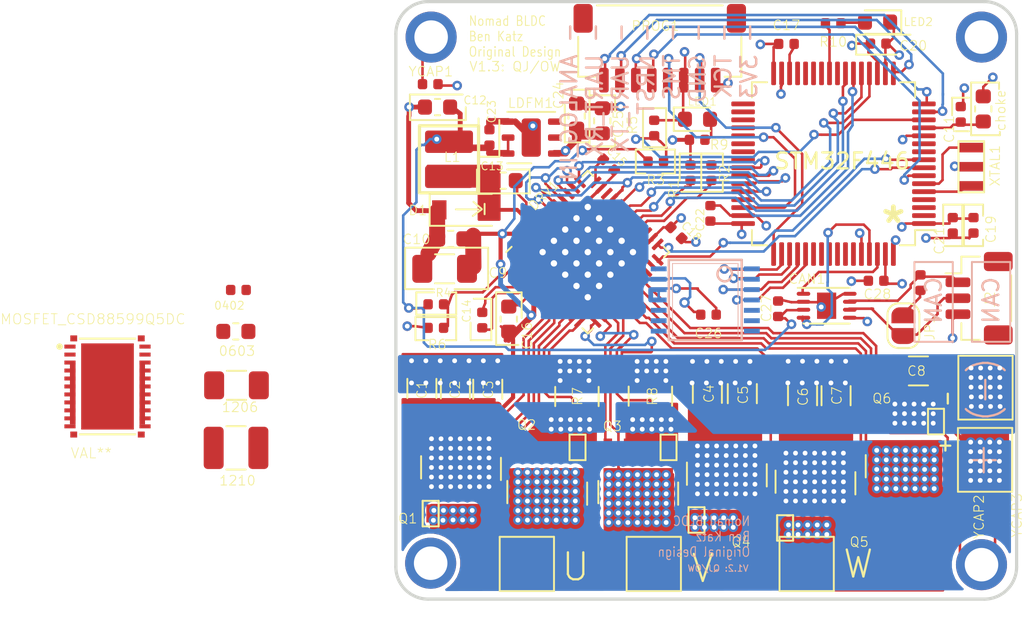
<source format=kicad_pcb>
(kicad_pcb (version 20171130) (host pcbnew "(5.1.2-1)-1")
  (layers (0 Top signal) (1 Route2 signal hide) (2 Route3 signal hide) (31 Bottom signal) (34 B.Paste user hide) (35 F.Paste user) (36 B.SilkS user hide) (37 F.SilkS user) (38 B.Mask user hide) (39 F.Mask user hide) (44 Edge.Cuts user))
  (net 0 "")
  (net 1 GND)
  (net 2 +24V)
  (net 3 /ENABLE)
  (net 4 /PWMA)
  (net 5 /PWMB)
  (net 6 /PWMC)
  (net 7 /SPI-NSS-DRV)
  (net 8 /SPI-SCK)
  (net 9 /SPI-MOSI)
  (net 10 /SPI-MISO)
  (net 11 /FAULT)
  (net 12 3.3V)
  (net 13 /I_A)
  (net 14 /I_B)
  (net 15 /GLC)
  (net 16 /PHASC)
  (net 17 /GHC)
  (net 18 /GHB)
  (net 19 /PHASB)
  (net 20 /GLB)
  (net 21 /SPB)
  (net 22 /SPA)
  (net 23 /GLA)
  (net 24 /PHASA)
  (net 25 /GHA)
  (net 26 +5V)
  (net 27 /CAN_TX)
  (net 28 /CAN_RX)
  (net 29 /TCK)
  (net 30 /SCK)
  (net 31 /MOSI)
  (net 32 /CS)
  (net 33 /MISO)
  (net 34 /TMS)
  (net 35 /USART_RX)
  (net 36 /INDICATOR)
  (net 37 /USART_TX)
  (net 38 /MCO)
  (net 39 /NRST)
  (net 40 /CANH)
  (net 41 /CANL)
  (net 42 /ALG_IN)
  (net 43 "Net-(C11-Pad1)")
  (net 44 "Net-(C13-Pad2)")
  (net 45 "Net-(C13-Pad1)")
  (net 46 "Net-(C14-Pad1)")
  (net 47 "Net-(DRV1-Pad1)")
  (net 48 "Net-(STM1-Pad6)")
  (net 49 "Net-(C14-Pad2)")
  (net 50 "Net-(C15-Pad1)")
  (net 51 "Net-(C16-Pad2)")
  (net 52 "Net-(C17-Pad2)")
  (net 53 "Net-(R3-Pad1)")
  (net 54 "Net-(JP1-Pad1)")
  (net 55 "Net-(LED1-Pad2)")
  (net 56 "Net-(LED2-Pad2)")
  (net 57 "Net-(TP1-Pad1)")
  (net 58 "Net-(TP2-Pad1)")
  (module CSD88599Q5DC:MOSFET_CSD88599Q5DC (layer Top) (at 41.8 75.2)
    (fp_text reference MOSFET_CSD88599Q5DC (at -0.914628 -4.21745) (layer F.SilkS) (effects (font (size 0.640158 0.640158) (thickness 0.05))))
    (fp_text value VAL** (at -1.01014 4.18248) (layer F.SilkS) (effects (font (size 0.641361 0.641361) (thickness 0.05))))
    (fp_poly (pts (xy 2.00388 -1.5) (xy 2.35 -1.5) (xy 2.35 2.37961) (xy 2.00388 2.37961)) (layer Top) (width 0))
    (fp_poly (pts (xy -2.3535 -1.5) (xy -2 -1.5) (xy -2 2.37854) (xy -2.3535 2.37854)) (layer Top) (width 0))
    (pad 25 smd rect (at 2.115 3.013) (size 0.43 0.375) (layers Top F.Paste F.Mask))
    (pad 24 smd rect (at -2.115 3.013) (size 0.43 0.375) (layers Top F.Paste F.Mask))
    (pad 23 smd rect (at -2.115 -3.013) (size 0.43 0.375) (layers Top F.Paste F.Mask))
    (pad 26 smd rect (at 2.115 -3.013) (size 0.43 0.375) (layers Top F.Paste F.Mask))
    (pad 21 smd rect (at 2.35 -2 90) (size 0.25 0.7) (layers Top F.Paste F.Mask))
    (pad 20 smd rect (at 2.35 -1.5 90) (size 0.25 0.7) (layers Top F.Paste F.Mask))
    (pad 19 smd rect (at 2.35 -1 90) (size 0.25 0.7) (layers Top F.Paste F.Mask))
    (pad 18 smd rect (at 2.35 -0.5 90) (size 0.25 0.7) (layers Top F.Paste F.Mask))
    (pad 17 smd rect (at 2.35 0 90) (size 0.25 0.7) (layers Top F.Paste F.Mask))
    (pad 16 smd rect (at 2.35 0.5 90) (size 0.25 0.7) (layers Top F.Paste F.Mask))
    (pad 15 smd rect (at 2.35 1 90) (size 0.25 0.7) (layers Top F.Paste F.Mask))
    (pad 14 smd rect (at 2.35 1.5 90) (size 0.25 0.7) (layers Top F.Paste F.Mask))
    (pad 13 smd rect (at 2.35 2 90) (size 0.25 0.7) (layers Top F.Paste F.Mask))
    (pad 12 smd rect (at 2.35 2.5 90) (size 0.25 0.7) (layers Top F.Paste F.Mask))
    (pad 11 smd rect (at -2.35 2.5 90) (size 0.25 0.7) (layers Top F.Paste F.Mask))
    (pad 10 smd rect (at -2.35 2 90) (size 0.25 0.7) (layers Top F.Paste F.Mask))
    (pad 9 smd rect (at -2.35 1.5 90) (size 0.25 0.7) (layers Top F.Paste F.Mask))
    (pad 8 smd rect (at -2.35 1 90) (size 0.25 0.7) (layers Top F.Paste F.Mask))
    (pad 7 smd rect (at -2.35 0.5 90) (size 0.25 0.7) (layers Top F.Paste F.Mask))
    (pad 6 smd rect (at -2.35 0 90) (size 0.25 0.7) (layers Top F.Paste F.Mask))
    (pad 5 smd rect (at -2.35 -0.5 90) (size 0.25 0.7) (layers Top F.Paste F.Mask))
    (pad 4 smd rect (at -2.35 -1 90) (size 0.25 0.7) (layers Top F.Paste F.Mask))
    (pad 3 smd rect (at -2.35 -1.5 90) (size 0.25 0.7) (layers Top F.Paste F.Mask))
    (pad 2 smd rect (at -2.35 -2 90) (size 0.25 0.7) (layers Top F.Paste F.Mask))
    (pad 22 smd rect (at 2.35 -2.5 90) (size 0.25 0.7) (layers Top F.Paste F.Mask))
    (pad 1 smd rect (at -2.35 -2.5 90) (size 0.25 0.7) (layers Top F.Paste F.Mask))
    (pad 27 smd rect (at 0 0) (size 3.3 5.4) (layers Top F.Paste F.Mask))
  )
  (module Capacitor_SMD:C_0402_1005Metric (layer Top) (at 50 69.15 180)
    (fp_text reference 0402 (at 0.5686 -0.9811) (layer F.SilkS) (effects (font (size 0.5 0.5) (thickness 0.06))))
    (fp_text value "47nF, 50v")
    (pad 2 smd roundrect (at 0.485 0 180) (size 0.59 0.64) (layers Top F.Paste F.Mask))
    (pad 1 smd roundrect (at -0.485 0 180) (size 0.59 0.64) (layers Top F.Paste F.Mask))
  )
  (module Capacitor_SMD:C_0603_1608Metric (layer Top) (at 49.8375 71.75 180)
    (fp_text reference 0603 (at -0.0714 -1.2311) (layer F.SilkS) (effects (font (size 0.6 0.6) (thickness 0.06))))
    (fp_text value "1uF, 50v")
    (pad 2 smd roundrect (at 0.7875 0 180) (size 0.875 0.95) (layers Top F.Paste F.Mask))
    (pad 1 smd roundrect (at -0.7875 0 180) (size 0.875 0.95) (layers Top F.Paste F.Mask))
  )
  (module Resistor_SMD:R_1210_3225Metric (layer Top) (at 49.85 79.05)
    (fp_text reference 1210 (at 0.0914 2.0511) (layer F.SilkS) (effects (font (size 0.6 0.6) (thickness 0.06))))
    (fp_text value .001)
    (pad 2 smd roundrect (at 1.4 0) (size 1.25 2.65) (layers Top F.Paste F.Mask) (roundrect_rratio 0.2))
    (pad 1 smd roundrect (at -1.4 0) (size 1.25 2.65) (layers Top F.Paste F.Mask) (roundrect_rratio 0.2))
  )
  (module Capacitor_SMD:C_1206_3216Metric (layer Top) (at 49.8786 75.1289 180)
    (fp_text reference 1206 (at -0.2214 -1.3711) (layer F.SilkS) (effects (font (size 0.6 0.6) (thickness 0.06))))
    (fp_text value "10uF, 50v")
    (pad 2 smd roundrect (at 1.4 0 180) (size 1.25 1.75) (layers Top F.Paste F.Mask) (roundrect_rratio 0.2))
    (pad 1 smd roundrect (at -1.4 0 180) (size 1.25 1.75) (layers Top F.Paste F.Mask) (roundrect_rratio 0.2))
  )
  (module TestPoint:TestPoint_Loop_D3.20mm_Drill2.1mm_Beaded (layer Top) (at 96.54 86.37)
    (fp_text reference TP2 hide)
    (fp_text value TestPoint)
    (pad 1 thru_hole circle (at 0 0) (size 3.2 3.2) (drill 2.1) (layers *.Cu *.Mask) (net 58 "Net-(TP2-Pad1)"))
  )
  (module TestPoint:TestPoint_Loop_D3.20mm_Drill2.1mm_Beaded (layer Top) (at 62.07 53.3)
    (fp_text reference TP1 hide)
    (fp_text value TestPoint)
    (pad 1 thru_hole circle (at 0 0) (size 3.2 3.2) (drill 2.1) (layers *.Cu *.Mask) (net 57 "Net-(TP1-Pad1)"))
  )
  (module LED_SMD:LED_0603_1608Metric (layer Top) (at 90.03 52.36 180)
    (fp_text reference LED2 (at -2.55 0.01) (layer F.SilkS) (effects (font (size 0.5 0.5) (thickness 0.06))))
    (fp_text value LED hide)
    (pad 2 smd roundrect (at 0.7875 0 180) (size 0.875 0.95) (layers Top F.Paste F.Mask) (net 56 "Net-(LED2-Pad2)"))
    (pad 1 smd roundrect (at -0.7875 0 180) (size 0.875 0.95) (layers Top F.Paste F.Mask) (net 1 GND))
  )
  (module LED_SMD:LED_0603_1608Metric (layer Top) (at 78.7525 58.45)
    (fp_text reference LED1 (at 0.2975 -1.11) (layer F.SilkS) (effects (font (size 0.5 0.5) (thickness 0.05))))
    (fp_text value LED hide)
    (pad 2 smd roundrect (at 0.7875 0) (size 0.875 0.95) (layers Top F.Paste F.Mask) (net 55 "Net-(LED1-Pad2)"))
    (pad 1 smd roundrect (at -0.7875 0) (size 0.875 0.95) (layers Top F.Paste F.Mask) (net 1 GND))
  )
  (module Package_DFN_QFN:DFN-6-1EP_3x3mm_P1mm_EP1.5x2.4mm (layer Top) (at 68.34 59.6 180)
    (fp_text reference LDFM1 (at 0.04 2.16) (layer F.SilkS) (effects (font (size 0.6 0.6) (thickness 0.06))))
    (fp_text value LDFM)
    (pad 6 smd roundrect (at 1.45 -1 180) (size 0.8 0.4) (layers Top F.Paste F.Mask) (net 26 +5V))
    (pad 5 smd roundrect (at 1.45 0 180) (size 0.8 0.4) (layers Top F.Paste F.Mask) (net 26 +5V))
    (pad 4 smd roundrect (at 1.45 1 180) (size 0.8 0.4) (layers Top F.Paste F.Mask) (net 1 GND))
    (pad 3 smd roundrect (at -1.45 1 180) (size 0.8 0.4) (layers Top F.Paste F.Mask))
    (pad 2 smd roundrect (at -1.45 0 180) (size 0.8 0.4) (layers Top F.Paste F.Mask))
    (pad 1 smd roundrect (at -1.45 -1 180) (size 0.8 0.4) (layers Top F.Paste F.Mask) (net 12 3.3V))
    (pad 4 smd roundrect (at 0 0 180) (size 1.2 2.4) (layers Top F.Mask) (roundrect_rratio 0.167) (net 1 GND))
  )
  (module PCB_V1.2:SDR0302 (layer Top) (at 63.19 60.96)
    (fp_text reference L1 (at -0.3625 0.2132) (layer F.SilkS) (effects (font (size 0.6 0.6) (thickness 0.06)) (justify left bottom)))
    (fp_text value 22uH)
    (pad 2 smd roundrect (at 0 1.1) (size 3 1.4) (layers Top F.Paste F.Mask) (roundrect_rratio 0.125) (net 45 "Net-(C13-Pad1)"))
    (pad 1 smd roundrect (at 0 -1.1) (size 3 1.4) (layers Top F.Paste F.Mask) (roundrect_rratio 0.125) (net 26 +5V))
  )
  (module Diode_SMD:D_SOD-123 (layer Top) (at 64.23 64.13)
    (fp_text reference D1 (at -2.99 0.03) (layer F.SilkS) (effects (font (size 0.6 0.6) (thickness 0.06))))
    (fp_text value DIODE)
    (pad 2 smd rect (at 1.65 0) (size 0.9 1.2) (layers Top F.Paste F.Mask) (net 45 "Net-(C13-Pad1)"))
    (pad 1 smd rect (at -1.65 0) (size 0.9 1.2) (layers Top F.Paste F.Mask) (net 1 GND))
  )
  (module Package_QFP:TQFP-64_10x10mm_P0.5mm (layer Top) (at 87.2711 61.2386 180)
    (fp_text reference STM1 hide)
    (fp_text value STM32F446RET6)
    (pad 64 smd roundrect (at -3.75 -5.6625 180) (size 0.3 1.475) (layers Top F.Paste F.Mask) (net 12 3.3V))
    (pad 63 smd roundrect (at -3.25 -5.6625 180) (size 0.3 1.475) (layers Top F.Paste F.Mask) (net 1 GND))
    (pad 62 smd roundrect (at -2.75 -5.6625 180) (size 0.3 1.475) (layers Top F.Paste F.Mask) (net 27 /CAN_TX))
    (pad 61 smd roundrect (at -2.25 -5.6625 180) (size 0.3 1.475) (layers Top F.Paste F.Mask) (net 28 /CAN_RX))
    (pad 60 smd roundrect (at -1.75 -5.6625 180) (size 0.3 1.475) (layers Top F.Paste F.Mask) (net 1 GND))
    (pad 59 smd roundrect (at -1.25 -5.6625 180) (size 0.3 1.475) (layers Top F.Paste F.Mask))
    (pad 58 smd roundrect (at -0.75 -5.6625 180) (size 0.3 1.475) (layers Top F.Paste F.Mask))
    (pad 57 smd roundrect (at -0.25 -5.6625 180) (size 0.3 1.475) (layers Top F.Paste F.Mask))
    (pad 56 smd roundrect (at 0.25 -5.6625 180) (size 0.3 1.475) (layers Top F.Paste F.Mask))
    (pad 55 smd roundrect (at 0.75 -5.6625 180) (size 0.3 1.475) (layers Top F.Paste F.Mask))
    (pad 54 smd roundrect (at 1.25 -5.6625 180) (size 0.3 1.475) (layers Top F.Paste F.Mask))
    (pad 53 smd roundrect (at 1.75 -5.6625 180) (size 0.3 1.475) (layers Top F.Paste F.Mask) (net 31 /MOSI))
    (pad 52 smd roundrect (at 2.25 -5.6625 180) (size 0.3 1.475) (layers Top F.Paste F.Mask) (net 33 /MISO))
    (pad 51 smd roundrect (at 2.75 -5.6625 180) (size 0.3 1.475) (layers Top F.Paste F.Mask) (net 30 /SCK))
    (pad 50 smd roundrect (at 3.25 -5.6625 180) (size 0.3 1.475) (layers Top F.Paste F.Mask) (net 32 /CS))
    (pad 49 smd roundrect (at 3.75 -5.6625 180) (size 0.3 1.475) (layers Top F.Paste F.Mask) (net 29 /TCK))
    (pad 48 smd roundrect (at 5.6625 -3.75 180) (size 1.475 0.3) (layers Top F.Paste F.Mask) (net 12 3.3V))
    (pad 47 smd roundrect (at 5.6625 -3.25 180) (size 1.475 0.3) (layers Top F.Paste F.Mask) (net 1 GND))
    (pad 46 smd roundrect (at 5.6625 -2.75 180) (size 1.475 0.3) (layers Top F.Paste F.Mask) (net 34 /TMS))
    (pad 45 smd roundrect (at 5.6625 -2.25 180) (size 1.475 0.3) (layers Top F.Paste F.Mask))
    (pad 44 smd roundrect (at 5.6625 -1.75 180) (size 1.475 0.3) (layers Top F.Paste F.Mask) (net 3 /ENABLE))
    (pad 43 smd roundrect (at 5.6625 -1.25 180) (size 1.475 0.3) (layers Top F.Paste F.Mask) (net 4 /PWMA))
    (pad 42 smd roundrect (at 5.6625 -0.75 180) (size 1.475 0.3) (layers Top F.Paste F.Mask) (net 5 /PWMB))
    (pad 41 smd roundrect (at 5.6625 -0.25 180) (size 1.475 0.3) (layers Top F.Paste F.Mask) (net 6 /PWMC))
    (pad 40 smd roundrect (at 5.6625 0.25 180) (size 1.475 0.3) (layers Top F.Paste F.Mask))
    (pad 39 smd roundrect (at 5.6625 0.75 180) (size 1.475 0.3) (layers Top F.Paste F.Mask))
    (pad 38 smd roundrect (at 5.6625 1.25 180) (size 1.475 0.3) (layers Top F.Paste F.Mask))
    (pad 37 smd roundrect (at 5.6625 1.75 180) (size 1.475 0.3) (layers Top F.Paste F.Mask))
    (pad 36 smd roundrect (at 5.6625 2.25 180) (size 1.475 0.3) (layers Top F.Paste F.Mask))
    (pad 35 smd roundrect (at 5.6625 2.75 180) (size 1.475 0.3) (layers Top F.Paste F.Mask))
    (pad 34 smd roundrect (at 5.6625 3.25 180) (size 1.475 0.3) (layers Top F.Paste F.Mask))
    (pad 33 smd roundrect (at 5.6625 3.75 180) (size 1.475 0.3) (layers Top F.Paste F.Mask))
    (pad 32 smd roundrect (at 3.75 5.6625 180) (size 0.3 1.475) (layers Top F.Paste F.Mask) (net 12 3.3V))
    (pad 31 smd roundrect (at 3.25 5.6625 180) (size 0.3 1.475) (layers Top F.Paste F.Mask) (net 1 GND))
    (pad 30 smd roundrect (at 2.75 5.6625 180) (size 0.3 1.475) (layers Top F.Paste F.Mask) (net 52 "Net-(C17-Pad2)"))
    (pad 29 smd roundrect (at 2.25 5.6625 180) (size 0.3 1.475) (layers Top F.Paste F.Mask))
    (pad 28 smd roundrect (at 1.75 5.6625 180) (size 0.3 1.475) (layers Top F.Paste F.Mask))
    (pad 27 smd roundrect (at 1.25 5.6625 180) (size 0.3 1.475) (layers Top F.Paste F.Mask))
    (pad 26 smd roundrect (at 0.75 5.6625 180) (size 0.3 1.475) (layers Top F.Paste F.Mask))
    (pad 25 smd roundrect (at 0.25 5.6625 180) (size 0.3 1.475) (layers Top F.Paste F.Mask) (net 36 /INDICATOR))
    (pad 24 smd roundrect (at -0.25 5.6625 180) (size 0.3 1.475) (layers Top F.Paste F.Mask))
    (pad 23 smd roundrect (at -0.75 5.6625 180) (size 0.3 1.475) (layers Top F.Paste F.Mask) (net 9 /SPI-MOSI))
    (pad 22 smd roundrect (at -1.25 5.6625 180) (size 0.3 1.475) (layers Top F.Paste F.Mask) (net 10 /SPI-MISO))
    (pad 21 smd roundrect (at -1.75 5.6625 180) (size 0.3 1.475) (layers Top F.Paste F.Mask) (net 8 /SPI-SCK))
    (pad 20 smd roundrect (at -2.25 5.6625 180) (size 0.3 1.475) (layers Top F.Paste F.Mask) (net 7 /SPI-NSS-DRV))
    (pad 19 smd roundrect (at -2.75 5.6625 180) (size 0.3 1.475) (layers Top F.Paste F.Mask) (net 12 3.3V))
    (pad 18 smd roundrect (at -3.25 5.6625 180) (size 0.3 1.475) (layers Top F.Paste F.Mask) (net 1 GND))
    (pad 17 smd roundrect (at -3.75 5.6625 180) (size 0.3 1.475) (layers Top F.Paste F.Mask) (net 35 /USART_RX))
    (pad 16 smd roundrect (at -5.6625 3.75 180) (size 1.475 0.3) (layers Top F.Paste F.Mask) (net 37 /USART_TX))
    (pad 15 smd roundrect (at -5.6625 3.25 180) (size 1.475 0.3) (layers Top F.Paste F.Mask) (net 42 /ALG_IN))
    (pad 14 smd roundrect (at -5.6625 2.75 180) (size 1.475 0.3) (layers Top F.Paste F.Mask) (net 53 "Net-(R3-Pad1)"))
    (pad 13 smd roundrect (at -5.6625 2.25 180) (size 1.475 0.3) (layers Top F.Paste F.Mask) (net 43 "Net-(C11-Pad1)"))
    (pad 12 smd roundrect (at -5.6625 1.75 180) (size 1.475 0.3) (layers Top F.Paste F.Mask) (net 1 GND))
    (pad 11 smd roundrect (at -5.6625 1.25 180) (size 1.475 0.3) (layers Top F.Paste F.Mask))
    (pad 10 smd roundrect (at -5.6625 0.75 180) (size 1.475 0.3) (layers Top F.Paste F.Mask))
    (pad 9 smd roundrect (at -5.6625 0.25 180) (size 1.475 0.3) (layers Top F.Paste F.Mask) (net 14 /I_B))
    (pad 8 smd roundrect (at -5.6625 -0.25 180) (size 1.475 0.3) (layers Top F.Paste F.Mask) (net 13 /I_A))
    (pad 7 smd roundrect (at -5.6625 -0.75 180) (size 1.475 0.3) (layers Top F.Paste F.Mask) (net 39 /NRST))
    (pad 6 smd roundrect (at -5.6625 -1.25 180) (size 1.475 0.3) (layers Top F.Paste F.Mask) (net 48 "Net-(STM1-Pad6)"))
    (pad 5 smd roundrect (at -5.6625 -1.75 180) (size 1.475 0.3) (layers Top F.Paste F.Mask) (net 38 /MCO))
    (pad 4 smd roundrect (at -5.6625 -2.25 180) (size 1.475 0.3) (layers Top F.Paste F.Mask))
    (pad 3 smd roundrect (at -5.6625 -2.75 180) (size 1.475 0.3) (layers Top F.Paste F.Mask))
    (pad 2 smd roundrect (at -5.6625 -3.25 180) (size 1.475 0.3) (layers Top F.Paste F.Mask))
    (pad 1 smd roundrect (at -5.6625 -3.75 180) (size 1.475 0.3) (layers Top F.Paste F.Mask) (net 12 3.3V))
  )
  (module Resistor_SMD:R_1210_3225Metric (layer Top) (at 75.8011 75.8086 270)
    (fp_text reference R8 (at 0.0114 -0.1289 90) (layer F.SilkS) (effects (font (size 0.6 0.6) (thickness 0.06))))
    (fp_text value .001)
    (pad 2 smd roundrect (at 1.4 0 270) (size 1.25 2.65) (layers Top F.Paste F.Mask) (roundrect_rratio 0.2) (net 21 /SPB))
    (pad 1 smd roundrect (at -1.4 0 270) (size 1.25 2.65) (layers Top F.Paste F.Mask) (roundrect_rratio 0.2) (net 1 GND))
  )
  (module Resistor_SMD:R_1210_3225Metric (layer Top) (at 71.2011 75.8286 270)
    (fp_text reference R7 (at -0.0086 -0.0389 90) (layer F.SilkS) (effects (font (size 0.6 0.6) (thickness 0.06))))
    (fp_text value .001)
    (pad 2 smd roundrect (at 1.4 0 270) (size 1.25 2.65) (layers Top F.Paste F.Mask) (roundrect_rratio 0.2) (net 22 /SPA))
    (pad 1 smd roundrect (at -1.4 0 270) (size 1.25 2.65) (layers Top F.Paste F.Mask) (roundrect_rratio 0.2) (net 1 GND))
  )
  (module Capacitor_SMD:C_0402_1005Metric (layer Top) (at 97.59 83.275 270)
    (fp_text reference YCAP3 (at 0 -1.17 90) (layer F.SilkS) (effects (font (size 0.6 0.6) (thickness 0.06))))
    (fp_text value 100nF)
    (pad 2 smd roundrect (at 0.485 0 270) (size 0.59 0.64) (layers Top F.Paste F.Mask) (net 58 "Net-(TP2-Pad1)"))
    (pad 1 smd roundrect (at -0.485 0 270) (size 0.59 0.64) (layers Top F.Paste F.Mask) (net 2 +24V))
  )
  (module Capacitor_SMD:C_0402_1005Metric (layer Top) (at 95.215 83.375 270)
    (fp_text reference YCAP2 (at 0 -1.17 90) (layer F.SilkS) (effects (font (size 0.6 0.6) (thickness 0.06))))
    (fp_text value 100nF)
    (pad 2 smd roundrect (at 0.485 0 270) (size 0.59 0.64) (layers Top F.Paste F.Mask) (net 58 "Net-(TP2-Pad1)"))
    (pad 1 smd roundrect (at -0.485 0 270) (size 0.59 0.64) (layers Top F.Paste F.Mask) (net 1 GND))
  )
  (module Capacitor_SMD:C_0402_1005Metric (layer Top) (at 62.015 56.25 180)
    (fp_text reference YCAP1 (at -0.035 0.79) (layer F.SilkS) (effects (font (size 0.6 0.6) (thickness 0.06))))
    (fp_text value 100nF)
    (pad 2 smd roundrect (at 0.485 0 180) (size 0.59 0.64) (layers Top F.Paste F.Mask) (net 57 "Net-(TP1-Pad1)"))
    (pad 1 smd roundrect (at -0.485 0 180) (size 0.59 0.64) (layers Top F.Paste F.Mask) (net 1 GND))
  )
  (module Resistor_SMD:R_0402_1005Metric (layer Top) (at 87.2511 52.4286 180)
    (fp_text reference R10 (at 0 -1.17) (layer F.SilkS) (effects (font (size 0.6 0.6) (thickness 0.06))))
    (fp_text value 200)
    (pad 2 smd roundrect (at 0.485 0 180) (size 0.59 0.64) (layers Top F.Paste F.Mask) (net 36 /INDICATOR))
    (pad 1 smd roundrect (at -0.485 0 180) (size 0.59 0.64) (layers Top F.Paste F.Mask) (net 56 "Net-(LED2-Pad2)"))
  )
  (module Resistor_SMD:R_0402_1005Metric (layer Top) (at 78.7311 59.7386 180)
    (fp_text reference R9 (at -1.3789 -0.3114) (layer F.SilkS) (effects (font (size 0.6 0.6) (thickness 0.06))))
    (fp_text value 200)
    (pad 2 smd roundrect (at 0.485 0 180) (size 0.59 0.64) (layers Top F.Paste F.Mask) (net 12 3.3V))
    (pad 1 smd roundrect (at -0.485 0 180) (size 0.59 0.64) (layers Top F.Paste F.Mask) (net 55 "Net-(LED1-Pad2)"))
  )
  (module Resistor_SMD:R_0402_1005Metric (layer Top) (at 62.365 71.525)
    (fp_text reference R6 (at 0.085 1.045) (layer F.SilkS) (effects (font (size 0.6 0.6) (thickness 0.06))))
    (fp_text value 10k)
    (pad 2 smd roundrect (at 0.485 0) (size 0.59 0.64) (layers Top F.Paste F.Mask) (net 47 "Net-(DRV1-Pad1)"))
    (pad 1 smd roundrect (at -0.485 0) (size 0.59 0.64) (layers Top F.Paste F.Mask) (net 1 GND))
  )
  (module Resistor_SMD:R_0402_1005Metric (layer Top) (at 76.04 59 270)
    (fp_text reference R5 (at -0.18 1.37 90) (layer F.SilkS) (effects (font (size 0.6 0.6) (thickness 0.06))))
    (fp_text value 10k)
    (pad 2 smd roundrect (at 0.485 0 270) (size 0.59 0.64) (layers Top F.Paste F.Mask) (net 53 "Net-(R3-Pad1)"))
    (pad 1 smd roundrect (at -0.485 0 270) (size 0.59 0.64) (layers Top F.Paste F.Mask) (net 1 GND))
  )
  (module Resistor_SMD:R_0402_1005Metric (layer Top) (at 62.365 70.05 180)
    (fp_text reference R4 (at -0.475 0.72) (layer F.SilkS) (effects (font (size 0.5 0.5) (thickness 0.06))))
    (fp_text value 54.9k)
    (pad 2 smd roundrect (at 0.485 0 180) (size 0.59 0.64) (layers Top F.Paste F.Mask) (net 26 +5V))
    (pad 1 smd roundrect (at -0.485 0 180) (size 0.59 0.64) (layers Top F.Paste F.Mask) (net 47 "Net-(DRV1-Pad1)"))
  )
  (module Resistor_SMD:R_0402_1005Metric (layer Top) (at 76.1411 61.0986 180)
    (fp_text reference R3 (at 0 -1.17) (layer F.SilkS) (effects (font (size 0.6 0.6) (thickness 0.06))))
    (fp_text value 150k)
    (pad 2 smd roundrect (at 0.485 0 180) (size 0.59 0.64) (layers Top F.Paste F.Mask) (net 2 +24V))
    (pad 1 smd roundrect (at -0.485 0 180) (size 0.59 0.64) (layers Top F.Paste F.Mask) (net 53 "Net-(R3-Pad1)"))
  )
  (module Resistor_SMD:R_0402_1005Metric (layer Top) (at 79.6211 61.7986 90)
    (fp_text reference R2 (at -0.0614 0.8289 90) (layer F.SilkS) (effects (font (size 0.6 0.6) (thickness 0.06))))
    (fp_text value 10k)
    (pad 2 smd roundrect (at 0.485 0 90) (size 0.59 0.64) (layers Top F.Paste F.Mask) (net 12 3.3V))
    (pad 1 smd roundrect (at -0.485 0 90) (size 0.59 0.64) (layers Top F.Paste F.Mask) (net 11 /FAULT))
  )
  (module Resistor_SMD:R_0402_1005Metric (layer Top) (at 78.3111 61.7986 270)
    (fp_text reference R1 (at 1.0214 1.0411 90) (layer F.SilkS) (effects (font (size 0.6 0.6) (thickness 0.06))))
    (fp_text value 10k)
    (pad 2 smd roundrect (at 0.485 0 270) (size 0.59 0.64) (layers Top F.Paste F.Mask) (net 10 /SPI-MISO))
    (pad 1 smd roundrect (at -0.485 0 270) (size 0.59 0.64) (layers Top F.Paste F.Mask) (net 12 3.3V))
  )
  (module Inductor_SMD:L_0603_1608Metric (layer Top) (at 96.6511 57.8036 270)
    (fp_text reference CHOKE1 hide)
    (fp_text value 600r)
    (pad 2 smd roundrect (at 0.7875 0 270) (size 0.875 0.95) (layers Top F.Paste F.Mask) (net 43 "Net-(C11-Pad1)"))
    (pad 1 smd roundrect (at -0.7875 0 270) (size 0.875 0.95) (layers Top F.Paste F.Mask) (net 12 3.3V))
  )
  (module Capacitor_SMD:C_0402_1005Metric (layer Top) (at 89.94 68.575)
    (fp_text reference C28 (at 0.08 0.845) (layer F.SilkS) (effects (font (size 0.6 0.6) (thickness 0.06))))
    (fp_text value 0.1uF)
    (pad 2 smd roundrect (at 0.485 0) (size 0.59 0.64) (layers Top F.Paste F.Mask) (net 1 GND))
    (pad 1 smd roundrect (at -0.485 0) (size 0.59 0.64) (layers Top F.Paste F.Mask) (net 12 3.3V))
  )
  (module Capacitor_SMD:C_0402_1005Metric (layer Top) (at 83.8011 70.3286 90)
    (fp_text reference C27 (at 0.0286 -0.7311 90) (layer F.SilkS) (effects (font (size 0.6 0.6) (thickness 0.06))))
    (fp_text value 0.1uF)
    (pad 2 smd roundrect (at 0.485 0 90) (size 0.59 0.64) (layers Top F.Paste F.Mask) (net 1 GND))
    (pad 1 smd roundrect (at -0.485 0 90) (size 0.59 0.64) (layers Top F.Paste F.Mask) (net 26 +5V))
  )
  (module Capacitor_SMD:C_0402_1005Metric (layer Top) (at 79.44 70.7 180)
    (fp_text reference C26 (at 0 -1.17) (layer F.SilkS) (effects (font (size 0.6 0.6) (thickness 0.06))))
    (fp_text value 0.1uF)
    (pad 2 smd roundrect (at 0.485 0 180) (size 0.59 0.64) (layers Top F.Paste F.Mask) (net 1 GND))
    (pad 1 smd roundrect (at -0.485 0 180) (size 0.59 0.64) (layers Top F.Paste F.Mask) (net 12 3.3V))
  )
  (module Capacitor_SMD:C_0603_1608Metric (layer Top) (at 72.79 58.55 90)
    (fp_text reference C25 (at -0.21 1 90) (layer F.SilkS) (effects (font (size 0.6 0.6) (thickness 0.06))))
    (fp_text value 22uf)
    (pad 2 smd roundrect (at 0.7875 0 90) (size 0.875 0.95) (layers Top F.Paste F.Mask) (net 1 GND))
    (pad 1 smd roundrect (at -0.7875 0 90) (size 0.875 0.95) (layers Top F.Paste F.Mask) (net 12 3.3V))
  )
  (module Capacitor_SMD:C_0603_1608Metric (layer Top) (at 71.1811 58.2486 90)
    (fp_text reference C24 (at 1.3086 -1.1311 90) (layer F.SilkS) (effects (font (size 0.6 0.6) (thickness 0.06))))
    (fp_text value 22uf)
    (pad 2 smd roundrect (at 0.7875 0 90) (size 0.875 0.95) (layers Top F.Paste F.Mask) (net 1 GND))
    (pad 1 smd roundrect (at -0.7875 0 90) (size 0.875 0.95) (layers Top F.Paste F.Mask) (net 12 3.3V))
  )
  (module Capacitor_SMD:C_0402_1005Metric (layer Top) (at 65.7211 59.5886 90)
    (fp_text reference C23 (at 1.6186 0.1389 90) (layer F.SilkS) (effects (font (size 0.5 0.5) (thickness 0.06))))
    (fp_text value 1uf)
    (pad 2 smd roundrect (at 0.485 0 90) (size 0.59 0.64) (layers Top F.Paste F.Mask) (net 1 GND))
    (pad 1 smd roundrect (at -0.485 0 90) (size 0.59 0.64) (layers Top F.Paste F.Mask) (net 26 +5V))
  )
  (module Capacitor_SMD:C_0402_1005Metric (layer Top) (at 79.5611 64.3486 90)
    (fp_text reference C22 (at -0.4114 -0.6411 90) (layer F.SilkS) (effects (font (size 0.5 0.5) (thickness 0.06))))
    (fp_text value 100nF)
    (pad 2 smd roundrect (at 0.485 0 90) (size 0.59 0.64) (layers Top F.Paste F.Mask) (net 1 GND))
    (pad 1 smd roundrect (at -0.485 0 90) (size 0.59 0.64) (layers Top F.Paste F.Mask) (net 12 3.3V))
  )
  (module Capacitor_SMD:C_0402_1005Metric (layer Top) (at 94.74 65.1 270)
    (fp_text reference C21 (at 0.97 0.84 90) (layer F.SilkS) (effects (font (size 0.6 0.6) (thickness 0.06))))
    (fp_text value 100nF)
    (pad 2 smd roundrect (at 0.485 0 270) (size 0.59 0.64) (layers Top F.Paste F.Mask) (net 1 GND))
    (pad 1 smd roundrect (at -0.485 0 270) (size 0.59 0.64) (layers Top F.Paste F.Mask) (net 12 3.3V))
  )
  (module Capacitor_SMD:C_0402_1005Metric (layer Top) (at 90.0711 53.7086)
    (fp_text reference C20 (at 2.1989 0.1314) (layer F.SilkS) (effects (font (size 0.6 0.6) (thickness 0.06))))
    (fp_text value 100nF)
    (pad 2 smd roundrect (at 0.485 0) (size 0.59 0.64) (layers Top F.Paste F.Mask) (net 1 GND))
    (pad 1 smd roundrect (at -0.485 0) (size 0.59 0.64) (layers Top F.Paste F.Mask) (net 12 3.3V))
  )
  (module Capacitor_SMD:C_0402_1005Metric (layer Top) (at 96.04 65.1 270)
    (fp_text reference C19 (at 0.25 -1.09 90) (layer F.SilkS) (effects (font (size 0.6 0.6) (thickness 0.06))))
    (fp_text value 1uF)
    (pad 2 smd roundrect (at 0.485 0 270) (size 0.59 0.64) (layers Top F.Paste F.Mask) (net 1 GND))
    (pad 1 smd roundrect (at -0.485 0 270) (size 0.59 0.64) (layers Top F.Paste F.Mask) (net 12 3.3V))
  )
  (module Capacitor_SMD:C_0402_1005Metric (layer Top) (at 77.42 65.57 315)
    (fp_text reference C18 (at 0.615183 -0.72832 135) (layer F.SilkS) (effects (font (size 0.5 0.5) (thickness 0.06))))
    (fp_text value 100nF)
    (pad 2 smd roundrect (at 0.485 0 315) (size 0.59 0.64) (layers Top F.Paste F.Mask) (net 1 GND))
    (pad 1 smd roundrect (at -0.485 0 315) (size 0.59 0.64) (layers Top F.Paste F.Mask) (net 12 3.3V))
  )
  (module Capacitor_SMD:C_0402_1005Metric (layer Top) (at 84.3211 53.7286)
    (fp_text reference C17 (at 0 -1.17) (layer F.SilkS) (effects (font (size 0.6 0.6) (thickness 0.06))))
    (fp_text value 4.7uF)
    (pad 2 smd roundrect (at 0.485 0) (size 0.59 0.64) (layers Top F.Paste F.Mask) (net 52 "Net-(C17-Pad2)"))
    (pad 1 smd roundrect (at -0.485 0) (size 0.59 0.64) (layers Top F.Paste F.Mask) (net 12 3.3V))
  )
  (module Capacitor_SMD:C_0603_1608Metric (layer Top) (at 66.9311 70.9786 90)
    (fp_text reference C16 (at -1.0314 1.1489 90) (layer F.SilkS) (effects (font (size 0.6 0.6) (thickness 0.06))))
    (fp_text value "1uF, 50v")
    (pad 2 smd roundrect (at 0.7875 0 90) (size 0.875 0.95) (layers Top F.Paste F.Mask) (net 51 "Net-(C16-Pad2)"))
    (pad 1 smd roundrect (at -0.7875 0 90) (size 0.875 0.95) (layers Top F.Paste F.Mask) (net 2 +24V))
  )
  (module Capacitor_SMD:C_0402_1005Metric (layer Top) (at 73.19 61.3 315)
    (fp_text reference C15 (at -0.0111 -0.7286 135) (layer F.SilkS) (effects (font (size 0.5 0.5) (thickness 0.06))))
    (fp_text value 1uF)
    (pad 2 smd roundrect (at 0.485 0 315) (size 0.59 0.64) (layers Top F.Paste F.Mask) (net 1 GND))
    (pad 1 smd roundrect (at -0.485 0 315) (size 0.59 0.64) (layers Top F.Paste F.Mask) (net 50 "Net-(C15-Pad1)"))
  )
  (module Capacitor_SMD:C_0402_1005Metric (layer Top) (at 65.2711 71.0386 90)
    (fp_text reference C14 (at 0.5686 -0.9811 90) (layer F.SilkS) (effects (font (size 0.5 0.5) (thickness 0.06))))
    (fp_text value "47nF, 50v")
    (pad 2 smd roundrect (at 0.485 0 90) (size 0.59 0.64) (layers Top F.Paste F.Mask) (net 49 "Net-(C14-Pad2)"))
    (pad 1 smd roundrect (at -0.485 0 90) (size 0.59 0.64) (layers Top F.Paste F.Mask) (net 46 "Net-(C14-Pad1)"))
  )
  (module Capacitor_SMD:C_0603_1608Metric (layer Top) (at 66.5811 62.2986)
    (fp_text reference C13 (at -0.6911 -0.9086) (layer F.SilkS) (effects (font (size 0.5 0.5) (thickness 0.06))))
    (fp_text value ".1uF, 50v")
    (pad 2 smd roundrect (at 0.7875 0) (size 0.875 0.95) (layers Top F.Paste F.Mask) (net 44 "Net-(C13-Pad2)"))
    (pad 1 smd roundrect (at -0.7875 0) (size 0.875 0.95) (layers Top F.Paste F.Mask) (net 45 "Net-(C13-Pad1)"))
  )
  (module Capacitor_SMD:C_0603_1608Metric (layer Top) (at 62.4711 57.6886 180)
    (fp_text reference C12 (at -2.3489 0.4286) (layer F.SilkS) (effects (font (size 0.5 0.5) (thickness 0.06))))
    (fp_text value 22uF)
    (pad 2 smd roundrect (at 0.7875 0 180) (size 0.875 0.95) (layers Top F.Paste F.Mask) (net 1 GND))
    (pad 1 smd roundrect (at -0.7875 0 180) (size 0.875 0.95) (layers Top F.Paste F.Mask) (net 26 +5V))
  )
  (module Capacitor_SMD:C_0402_1005Metric (layer Top) (at 95.24 58.1436 90)
    (fp_text reference C11 (at -0.9264 -0.72 90) (layer F.SilkS) (effects (font (size 0.6 0.6) (thickness 0.06))))
    (fp_text value 100nF)
    (pad 2 smd roundrect (at 0.485 0 90) (size 0.59 0.64) (layers Top F.Paste F.Mask) (net 1 GND))
    (pad 1 smd roundrect (at -0.485 0 90) (size 0.59 0.64) (layers Top F.Paste F.Mask) (net 43 "Net-(C11-Pad1)"))
  )
  (module Capacitor_SMD:C_0603_1608Metric (layer Top) (at 63.3 65.95 180)
    (fp_text reference C10 (at 2.1411 -0.0214) (layer F.SilkS) (effects (font (size 0.6 0.6) (thickness 0.06))))
    (fp_text value ".1uF, 50v")
    (pad 2 smd roundrect (at 0.7875 0 180) (size 0.875 0.95) (layers Top F.Paste F.Mask) (net 1 GND))
    (pad 1 smd roundrect (at -0.7875 0 180) (size 0.875 0.95) (layers Top F.Paste F.Mask) (net 2 +24V))
  )
  (module Capacitor_SMD:C_1206_3216Metric (layer Top) (at 62.915 67.825 180)
    (fp_text reference C9 (at -3.335 -0.255) (layer F.SilkS) (effects (font (size 0.6 0.6) (thickness 0.06))))
    (fp_text value "10uF, 50v")
    (pad 2 smd roundrect (at 1.4 0 180) (size 1.25 1.75) (layers Top F.Paste F.Mask) (roundrect_rratio 0.2) (net 1 GND))
    (pad 1 smd roundrect (at -1.4 0 180) (size 1.25 1.75) (layers Top F.Paste F.Mask) (roundrect_rratio 0.2) (net 2 +24V))
  )
  (module Capacitor_SMD:C_1206_3216Metric (layer Top) (at 92.59 74.225 180)
    (fp_text reference C8 (at 0.12 -0.005) (layer F.SilkS) (effects (font (size 0.6 0.6) (thickness 0.06))))
    (fp_text value "10uF, 50v")
    (pad 2 smd roundrect (at 1.4 0 180) (size 1.25 1.75) (layers Top F.Paste F.Mask) (roundrect_rratio 0.2) (net 1 GND))
    (pad 1 smd roundrect (at -1.4 0 180) (size 1.25 1.75) (layers Top F.Paste F.Mask) (roundrect_rratio 0.2) (net 2 +24V))
  )
  (module Capacitor_SMD:C_1206_3216Metric (layer Top) (at 87.4311 75.7786 90)
    (fp_text reference C7 (at 0 0.0489 90) (layer F.SilkS) (effects (font (size 0.6 0.6) (thickness 0.06))))
    (fp_text value "10uF, 50v")
    (pad 2 smd roundrect (at 1.4 0 90) (size 1.25 1.75) (layers Top F.Paste F.Mask) (roundrect_rratio 0.2) (net 1 GND))
    (pad 1 smd roundrect (at -1.4 0 90) (size 1.25 1.75) (layers Top F.Paste F.Mask) (roundrect_rratio 0.2) (net 2 +24V))
  )
  (module Capacitor_SMD:C_1206_3216Metric (layer Top) (at 85.3311 75.7786 90)
    (fp_text reference C6 (at -0.0614 0.0289 90) (layer F.SilkS) (effects (font (size 0.6 0.6) (thickness 0.06))))
    (fp_text value "10uF, 50v")
    (pad 2 smd roundrect (at 1.4 0 90) (size 1.25 1.75) (layers Top F.Paste F.Mask) (roundrect_rratio 0.2) (net 1 GND))
    (pad 1 smd roundrect (at -1.4 0 90) (size 1.25 1.75) (layers Top F.Paste F.Mask) (roundrect_rratio 0.2) (net 2 +24V))
  )
  (module Capacitor_SMD:C_1206_3216Metric (layer Top) (at 81.56 75.65 90)
    (fp_text reference C5 (at -0.0814 0.0489 90) (layer F.SilkS) (effects (font (size 0.6 0.6) (thickness 0.06))))
    (fp_text value "10uF, 50v")
    (pad 2 smd roundrect (at 1.4 0 90) (size 1.25 1.75) (layers Top F.Paste F.Mask) (roundrect_rratio 0.2) (net 1 GND))
    (pad 1 smd roundrect (at -1.4 0 90) (size 1.25 1.75) (layers Top F.Paste F.Mask) (roundrect_rratio 0.2) (net 2 +24V))
  )
  (module Capacitor_SMD:C_1206_3216Metric (layer Top) (at 79.3711 75.6286 90)
    (fp_text reference C4 (at -0.0214 0.0989 90) (layer F.SilkS) (effects (font (size 0.6 0.6) (thickness 0.06))))
    (fp_text value "10uF, 50v")
    (pad 2 smd roundrect (at 1.4 0 90) (size 1.25 1.75) (layers Top F.Paste F.Mask) (roundrect_rratio 0.2) (net 1 GND))
    (pad 1 smd roundrect (at -1.4 0 90) (size 1.25 1.75) (layers Top F.Paste F.Mask) (roundrect_rratio 0.2) (net 2 +24V))
  )
  (module Capacitor_SMD:C_1206_3216Metric (layer Top) (at 65.615 75.375 90)
    (fp_text reference C3 (at -0.025 0.035 90) (layer F.SilkS) (effects (font (size 0.6 0.6) (thickness 0.06))))
    (fp_text value "10uF, 50v")
    (pad 2 smd roundrect (at 1.4 0 90) (size 1.25 1.75) (layers Top F.Paste F.Mask) (roundrect_rratio 0.2) (net 1 GND))
    (pad 1 smd roundrect (at -1.4 0 90) (size 1.25 1.75) (layers Top F.Paste F.Mask) (roundrect_rratio 0.2) (net 2 +24V))
  )
  (module Capacitor_SMD:C_1206_3216Metric (layer Top) (at 63.59 75.35 90)
    (fp_text reference C2 (at -0.05 -0.02 90) (layer F.SilkS) (effects (font (size 0.6 0.6) (thickness 0.06))))
    (fp_text value "10uF, 50v")
    (pad 2 smd roundrect (at 1.4 0 90) (size 1.25 1.75) (layers Top F.Paste F.Mask) (roundrect_rratio 0.2) (net 1 GND))
    (pad 1 smd roundrect (at -1.4 0 90) (size 1.25 1.75) (layers Top F.Paste F.Mask) (roundrect_rratio 0.2) (net 2 +24V))
  )
  (module Capacitor_SMD:C_1206_3216Metric (layer Top) (at 61.49 75.325 90)
    (fp_text reference C1 (at -0.075 0 90) (layer F.SilkS) (effects (font (size 0.6 0.6) (thickness 0.06))))
    (fp_text value "10uF, 50v")
    (pad 2 smd roundrect (at 1.4 0 90) (size 1.25 1.75) (layers Top F.Paste F.Mask) (roundrect_rratio 0.2) (net 1 GND))
    (pad 1 smd roundrect (at -1.4 0 90) (size 1.25 1.75) (layers Top F.Paste F.Mask) (roundrect_rratio 0.2) (net 2 +24V))
  )
  (module PCB_V1.2:TSSOP14 (layer Bottom) (at 79.24 69.7786 270)
    (fp_text reference AS5047P1 hide)
    (fp_text value AS5047P)
    (pad 14 smd rect (at -1.95 2.9178 270) (size 0.3048 0.9906) (layers Bottom B.Paste B.Mask))
    (pad 13 smd rect (at -1.3 2.9178 270) (size 0.3048 0.9906) (layers Bottom B.Paste B.Mask) (net 1 GND))
    (pad 12 smd rect (at -0.65 2.9178 270) (size 0.3048 0.9906) (layers Bottom B.Paste B.Mask) (net 12 3.3V))
    (pad 11 smd rect (at 0 2.9178 270) (size 0.3048 0.9906) (layers Bottom B.Paste B.Mask) (net 12 3.3V))
    (pad 10 smd rect (at 0.65 2.9178 270) (size 0.3048 0.9906) (layers Bottom B.Paste B.Mask))
    (pad 9 smd rect (at 1.3 2.9178 270) (size 0.3048 0.9906) (layers Bottom B.Paste B.Mask))
    (pad 8 smd rect (at 1.95 2.9178 270) (size 0.3048 0.9906) (layers Bottom B.Paste B.Mask))
    (pad 7 smd rect (at 1.95 -2.9178 270) (size 0.3048 0.9906) (layers Bottom B.Paste B.Mask))
    (pad 6 smd rect (at 1.3 -2.9178 270) (size 0.3048 0.9906) (layers Bottom B.Paste B.Mask))
    (pad 5 smd rect (at 0.65 -2.9178 270) (size 0.3048 0.9906) (layers Bottom B.Paste B.Mask))
    (pad 4 smd rect (at 0 -2.9178 270) (size 0.3048 0.9906) (layers Bottom B.Paste B.Mask) (net 31 /MOSI))
    (pad 3 smd rect (at -0.65 -2.9178 270) (size 0.3048 0.9906) (layers Bottom B.Paste B.Mask) (net 33 /MISO))
    (pad 2 smd rect (at -1.3 -2.9178 270) (size 0.3048 0.9906) (layers Bottom B.Paste B.Mask) (net 30 /SCK))
    (pad 1 smd rect (at -1.95 -2.9178 270) (size 0.3048 0.9906) (layers Bottom B.Paste B.Mask) (net 32 /CS))
  )
  (module Jumper:SolderJumper-2_P1.3mm_Open_RoundedPad1.0x1.5mm (layer Top) (at 91.65 71.39 270)
    (fp_text reference JP1 (at 0.12 -1.65 90) (layer F.SilkS) (effects (font (size 0.6 0.6) (thickness 0.06))))
    (fp_text value jumper)
    (pad 2 smd custom (at 0.65 0 270) (size 1 0.5) (layers Top F.Mask) (net 41 /CANL) (options (clearance outline) (anchor rect)) (primitives (gr_circle (center 0 0.25) (end 0.5 0.25) (width 0)) (gr_circle (center 0 -0.25) (end 0.5 -0.25) (width 0)) (gr_poly (pts (xy 0 -0.75) (xy -0.5 -0.75) (xy -0.5 0.75) (xy 0 0.75)) (width 0))))
    (pad 1 smd custom (at -0.65 0 270) (size 1 0.5) (layers Top F.Mask) (net 54 "Net-(JP1-Pad1)") (options (clearance outline) (anchor rect)) (primitives (gr_circle (center 0 0.25) (end 0.5 0.25) (width 0)) (gr_circle (center 0 -0.25) (end 0.5 -0.25) (width 0)) (gr_poly (pts (xy 0 -0.75) (xy 0.5 -0.75) (xy 0.5 0.75) (xy 0 0.75)) (width 0))))
  )
  (module Connector_JST:JST_SH_BM03B-SRSS-TB_1x03-1MP_P1.00mm_Vertical (layer Top) (at 96.39 69.67 270)
    (fp_text reference J2 (at 0.08 -0.69 90) (layer F.SilkS) (effects (font (size 0.6 0.6) (thickness 0.06))))
    (fp_text value Conn_01x03)
    (pad MP smd roundrect (at 2.3 -1.2 270) (size 1.2 1.8) (layers Top F.Paste F.Mask) (roundrect_rratio 0.208333))
    (pad MP smd roundrect (at -2.3 -1.2 270) (size 1.2 1.8) (layers Top F.Paste F.Mask) (roundrect_rratio 0.208333))
    (pad 3 smd roundrect (at 1 1.325 270) (size 0.6 1.55) (layers Top F.Paste F.Mask) (net 1 GND))
    (pad 2 smd roundrect (at 0 1.325 270) (size 0.6 1.55) (layers Top F.Paste F.Mask) (net 41 /CANL))
    (pad 1 smd roundrect (at -1 1.325 270) (size 0.6 1.55) (layers Top F.Paste F.Mask) (net 40 /CANH))
  )
  (module Package_DFN_QFN:Texas_S-PVQFN-N48_EP5.15x5.15mm_Islands (layer Top) (at 71.8811 66.7786 45)
    (fp_text reference DRV1 (at 0.570989 -4.461632 45) (layer F.SilkS) (effects (font (size 0.6 0.6) (thickness 0.06))))
    (fp_text value DRV8323RH)
    (pad 49 thru_hole circle (at -2 2 45) (size 0.7 0.7) (drill 0.4) (layers *.Cu) (net 1 GND))
    (pad 49 thru_hole circle (at -1 2 45) (size 0.7 0.7) (drill 0.4) (layers *.Cu) (net 1 GND))
    (pad 49 thru_hole circle (at 0 2 45) (size 0.7 0.7) (drill 0.4) (layers *.Cu) (net 1 GND))
    (pad 49 thru_hole circle (at 1 2 45) (size 0.7 0.7) (drill 0.4) (layers *.Cu) (net 1 GND))
    (pad 49 thru_hole circle (at 2 2 45) (size 0.7 0.7) (drill 0.4) (layers *.Cu) (net 1 GND))
    (pad 49 thru_hole circle (at 2 1 45) (size 0.7 0.7) (drill 0.4) (layers *.Cu) (net 1 GND))
    (pad 49 thru_hole circle (at 1 1 45) (size 0.7 0.7) (drill 0.4) (layers *.Cu) (net 1 GND))
    (pad 49 thru_hole circle (at 0 1 45) (size 0.7 0.7) (drill 0.4) (layers *.Cu) (net 1 GND))
    (pad 49 thru_hole circle (at -1 1 45) (size 0.7 0.7) (drill 0.4) (layers *.Cu) (net 1 GND))
    (pad 49 thru_hole circle (at -2 1 45) (size 0.7 0.7) (drill 0.4) (layers *.Cu) (net 1 GND))
    (pad 49 thru_hole circle (at -2 0 45) (size 0.7 0.7) (drill 0.4) (layers *.Cu) (net 1 GND))
    (pad 49 thru_hole circle (at -1 0 45) (size 0.7 0.7) (drill 0.4) (layers *.Cu) (net 1 GND))
    (pad 49 thru_hole circle (at 0 0 45) (size 0.7 0.7) (drill 0.4) (layers *.Cu) (net 1 GND))
    (pad 49 thru_hole circle (at 1 0 45) (size 0.7 0.7) (drill 0.4) (layers *.Cu) (net 1 GND))
    (pad 49 thru_hole circle (at 2 0 45) (size 0.7 0.7) (drill 0.4) (layers *.Cu) (net 1 GND))
    (pad 49 thru_hole circle (at 2 -1 45) (size 0.7 0.7) (drill 0.4) (layers *.Cu) (net 1 GND))
    (pad 49 thru_hole circle (at 1 -1 45) (size 0.7 0.7) (drill 0.4) (layers *.Cu) (net 1 GND))
    (pad 49 thru_hole circle (at 0 -1 45) (size 0.7 0.7) (drill 0.4) (layers *.Cu) (net 1 GND))
    (pad 49 thru_hole circle (at -1 -1 45) (size 0.7 0.7) (drill 0.4) (layers *.Cu) (net 1 GND))
    (pad 49 thru_hole circle (at -2 -1 45) (size 0.7 0.7) (drill 0.4) (layers *.Cu) (net 1 GND))
    (pad 49 thru_hole circle (at 2 -2 45) (size 0.7 0.7) (drill 0.4) (layers *.Cu) (net 1 GND))
    (pad 49 thru_hole circle (at 1 -2 45) (size 0.7 0.7) (drill 0.4) (layers *.Cu) (net 1 GND))
    (pad 49 thru_hole circle (at 0 -2 45) (size 0.7 0.7) (drill 0.4) (layers *.Cu) (net 1 GND))
    (pad 49 thru_hole circle (at -1 -2 45) (size 0.7 0.7) (drill 0.4) (layers *.Cu) (net 1 GND))
    (pad 49 smd roundrect (at 1.5 1.5 45) (size 0.806226 0.806226) (layers Top F.Paste) (net 1 GND))
    (pad 49 smd roundrect (at 0.5 1.5 45) (size 0.806226 0.806226) (layers Top F.Paste) (net 1 GND))
    (pad 49 smd roundrect (at -0.5 1.5 45) (size 0.806226 0.806226) (layers Top F.Paste) (net 1 GND))
    (pad 49 smd roundrect (at -1.5 1.5 45) (size 0.806226 0.806226) (layers Top F.Paste) (net 1 GND))
    (pad 49 smd roundrect (at 1.5 0.5 45) (size 0.806226 0.806226) (layers Top F.Paste) (net 1 GND))
    (pad 49 smd roundrect (at 0.5 0.5 45) (size 0.806226 0.806226) (layers Top F.Paste) (net 1 GND))
    (pad 49 smd roundrect (at -0.5 0.5 45) (size 0.806226 0.806226) (layers Top F.Paste) (net 1 GND))
    (pad 49 smd roundrect (at -1.5 0.5 45) (size 0.806226 0.806226) (layers Top F.Paste) (net 1 GND))
    (pad 49 smd roundrect (at 1.5 -0.5 45) (size 0.806226 0.806226) (layers Top F.Paste) (net 1 GND))
    (pad 49 smd roundrect (at 0.5 -0.5 45) (size 0.806226 0.806226) (layers Top F.Paste) (net 1 GND))
    (pad 49 smd roundrect (at -0.5 -0.5 45) (size 0.806226 0.806226) (layers Top F.Paste) (net 1 GND))
    (pad 49 smd roundrect (at -1.5 -0.5 45) (size 0.806226 0.806226) (layers Top F.Paste) (net 1 GND))
    (pad 49 smd roundrect (at 1.5 -1.5 45) (size 0.806226 0.806226) (layers Top F.Paste) (net 1 GND))
    (pad 49 smd roundrect (at 0.5 -1.5 45) (size 0.806226 0.806226) (layers Top F.Paste) (net 1 GND))
    (pad 49 smd roundrect (at -0.5 -1.5 45) (size 0.806226 0.806226) (layers Top F.Paste) (net 1 GND))
    (pad 49 smd roundrect (at -1.5 -1.5 45) (size 0.806226 0.806226) (layers Top F.Paste) (net 1 GND))
    (pad 48 smd roundrect (at -2.75 -3.4375 45) (size 0.25 0.875) (layers Top F.Paste F.Mask))
    (pad 47 smd roundrect (at -2.25 -3.4375 45) (size 0.25 0.875) (layers Top F.Paste F.Mask) (net 2 +24V))
    (pad 46 smd roundrect (at -1.75 -3.4375 45) (size 0.25 0.875) (layers Top F.Paste F.Mask))
    (pad 45 smd roundrect (at -1.25 -3.4375 45) (size 0.25 0.875) (layers Top F.Paste F.Mask) (net 45 "Net-(C13-Pad1)"))
    (pad 44 smd roundrect (at -0.75 -3.4375 45) (size 0.25 0.875) (layers Top F.Paste F.Mask) (net 44 "Net-(C13-Pad2)"))
    (pad 43 smd roundrect (at -0.25 -3.4375 45) (size 0.25 0.875) (layers Top F.Paste F.Mask) (net 1 GND))
    (pad 42 smd roundrect (at 0.25 -3.4375 45) (size 0.25 0.875) (layers Top F.Paste F.Mask) (net 3 /ENABLE))
    (pad 41 smd roundrect (at 0.75 -3.4375 45) (size 0.25 0.875) (layers Top F.Paste F.Mask) (net 4 /PWMA))
    (pad 40 smd roundrect (at 1.25 -3.4375 45) (size 0.25 0.875) (layers Top F.Paste F.Mask) (net 3 /ENABLE))
    (pad 39 smd roundrect (at 1.75 -3.4375 45) (size 0.25 0.875) (layers Top F.Paste F.Mask) (net 5 /PWMB))
    (pad 38 smd roundrect (at 2.25 -3.4375 45) (size 0.25 0.875) (layers Top F.Paste F.Mask) (net 3 /ENABLE))
    (pad 37 smd roundrect (at 2.75 -3.4375 45) (size 0.25 0.875) (layers Top F.Paste F.Mask) (net 6 /PWMC))
    (pad 36 smd roundrect (at 3.4375 -2.75 45) (size 0.875 0.25) (layers Top F.Paste F.Mask) (net 50 "Net-(C15-Pad1)"))
    (pad 35 smd roundrect (at 3.4375 -2.25 45) (size 0.875 0.25) (layers Top F.Paste F.Mask) (net 1 GND))
    (pad 34 smd roundrect (at 3.4375 -1.75 45) (size 0.875 0.25) (layers Top F.Paste F.Mask))
    (pad 33 smd roundrect (at 3.4375 -1.25 45) (size 0.875 0.25) (layers Top F.Paste F.Mask) (net 3 /ENABLE))
    (pad 32 smd roundrect (at 3.4375 -0.75 45) (size 0.875 0.25) (layers Top F.Paste F.Mask) (net 7 /SPI-NSS-DRV))
    (pad 31 smd roundrect (at 3.4375 -0.25 45) (size 0.875 0.25) (layers Top F.Paste F.Mask) (net 8 /SPI-SCK))
    (pad 30 smd roundrect (at 3.4375 0.25 45) (size 0.875 0.25) (layers Top F.Paste F.Mask) (net 9 /SPI-MOSI))
    (pad 29 smd roundrect (at 3.4375 0.75 45) (size 0.875 0.25) (layers Top F.Paste F.Mask) (net 10 /SPI-MISO))
    (pad 28 smd roundrect (at 3.4375 1.25 45) (size 0.875 0.25) (layers Top F.Paste F.Mask) (net 11 /FAULT))
    (pad 27 smd roundrect (at 3.4375 1.75 45) (size 0.875 0.25) (layers Top F.Paste F.Mask) (net 1 GND))
    (pad 26 smd roundrect (at 3.4375 2.25 45) (size 0.875 0.25) (layers Top F.Paste F.Mask) (net 12 3.3V))
    (pad 25 smd roundrect (at 3.4375 2.75 45) (size 0.875 0.25) (layers Top F.Paste F.Mask) (net 13 /I_A))
    (pad 24 smd roundrect (at 2.75 3.4375 45) (size 0.25 0.875) (layers Top F.Paste F.Mask) (net 14 /I_B))
    (pad 23 smd roundrect (at 2.25 3.4375 45) (size 0.25 0.875) (layers Top F.Paste F.Mask))
    (pad 22 smd roundrect (at 1.75 3.4375 45) (size 0.25 0.875) (layers Top F.Paste F.Mask) (net 1 GND))
    (pad 21 smd roundrect (at 1.25 3.4375 45) (size 0.25 0.875) (layers Top F.Paste F.Mask) (net 1 GND))
    (pad 20 smd roundrect (at 0.75 3.4375 45) (size 0.25 0.875) (layers Top F.Paste F.Mask) (net 15 /GLC))
    (pad 19 smd roundrect (at 0.25 3.4375 45) (size 0.25 0.875) (layers Top F.Paste F.Mask) (net 16 /PHASC))
    (pad 18 smd roundrect (at -0.25 3.4375 45) (size 0.25 0.875) (layers Top F.Paste F.Mask) (net 17 /GHC))
    (pad 17 smd roundrect (at -0.75 3.4375 45) (size 0.25 0.875) (layers Top F.Paste F.Mask) (net 18 /GHB))
    (pad 16 smd roundrect (at -1.25 3.4375 45) (size 0.25 0.875) (layers Top F.Paste F.Mask) (net 19 /PHASB))
    (pad 15 smd roundrect (at -1.75 3.4375 45) (size 0.25 0.875) (layers Top F.Paste F.Mask) (net 20 /GLB))
    (pad 14 smd roundrect (at -2.25 3.4375 45) (size 0.25 0.875) (layers Top F.Paste F.Mask) (net 21 /SPB))
    (pad 13 smd roundrect (at -2.75 3.4375 45) (size 0.25 0.875) (layers Top F.Paste F.Mask) (net 1 GND))
    (pad 12 smd roundrect (at -3.4375 2.75 45) (size 0.875 0.25) (layers Top F.Paste F.Mask) (net 1 GND))
    (pad 11 smd roundrect (at -3.4375 2.25 45) (size 0.875 0.25) (layers Top F.Paste F.Mask) (net 22 /SPA))
    (pad 10 smd roundrect (at -3.4375 1.75 45) (size 0.875 0.25) (layers Top F.Paste F.Mask) (net 23 /GLA))
    (pad 9 smd roundrect (at -3.4375 1.25 45) (size 0.875 0.25) (layers Top F.Paste F.Mask) (net 24 /PHASA))
    (pad 8 smd roundrect (at -3.4375 0.75 45) (size 0.875 0.25) (layers Top F.Paste F.Mask) (net 25 /GHA))
    (pad 7 smd roundrect (at -3.4375 0.25 45) (size 0.875 0.25) (layers Top F.Paste F.Mask) (net 2 +24V))
    (pad 6 smd roundrect (at -3.4375 -0.25 45) (size 0.875 0.25) (layers Top F.Paste F.Mask) (net 2 +24V))
    (pad 5 smd roundrect (at -3.4375 -0.75 45) (size 0.875 0.25) (layers Top F.Paste F.Mask) (net 51 "Net-(C16-Pad2)"))
    (pad 4 smd roundrect (at -3.4375 -1.25 45) (size 0.875 0.25) (layers Top F.Paste F.Mask) (net 46 "Net-(C14-Pad1)"))
    (pad 3 smd roundrect (at -3.4375 -1.75 45) (size 0.875 0.25) (layers Top F.Paste F.Mask) (net 49 "Net-(C14-Pad2)"))
    (pad 2 smd roundrect (at -3.4375 -2.25 45) (size 0.875 0.25) (layers Top F.Paste F.Mask) (net 1 GND))
    (pad 1 smd roundrect (at -3.4375 -2.75 45) (size 0.875 0.25) (layers Top F.Paste F.Mask) (net 47 "Net-(DRV1-Pad1)"))
    (pad 49 smd custom (at 2.2875 2.2875 45) (size 0.342366 0.342366) (layers Top F.Paste) (net 1 GND) (options (clearance outline) (anchor circle)) (primitives (gr_poly (pts (xy -0.115895 -0.012362) (xy -0.012362 -0.115895) (xy 0.115895 -0.115895) (xy 0.115895 0.115895) (xy -0.115895 0.115895)) (width 0.23179))))
    (pad 49 smd custom (at 2.2875 -2.2875 45) (size 0.342366 0.342366) (layers Top F.Paste) (net 1 GND) (options (clearance outline) (anchor circle)) (primitives (gr_poly (pts (xy -0.115895 -0.115895) (xy 0.115895 -0.115895) (xy 0.115895 0.115895) (xy -0.012362 0.115895) (xy -0.115895 0.012362)) (width 0.23179))))
    (pad 49 smd custom (at -2.2875 2.2875 45) (size 0.342366 0.342366) (layers Top F.Paste) (net 1 GND) (options (clearance outline) (anchor circle)) (primitives (gr_poly (pts (xy -0.115895 -0.115895) (xy 0.012362 -0.115895) (xy 0.115895 -0.012362) (xy 0.115895 0.115895) (xy -0.115895 0.115895)) (width 0.23179))))
    (pad 49 smd custom (at -2.2875 -2.2875 45) (size 0.342366 0.342366) (layers Top F.Paste) (net 1 GND) (options (clearance outline) (anchor circle)) (primitives (gr_poly (pts (xy -0.115895 -0.115895) (xy 0.115895 -0.115895) (xy 0.115895 0.012362) (xy 0.012362 0.115895) (xy -0.115895 0.115895)) (width 0.23179))))
    (pad 49 smd custom (at 1.5 2.2875 45) (size 0.371482 0.371482) (layers Top F.Paste) (net 1 GND) (options (clearance outline) (anchor circle)) (primitives (gr_poly (pts (xy -0.311015 -0.063396) (xy -0.234719 -0.139692) (xy 0.234719 -0.139692) (xy 0.311015 -0.063396) (xy 0.311015 0.139692) (xy -0.311015 0.139692)) (width 0.184195))))
    (pad 49 smd custom (at 0.5 2.2875 45) (size 0.371482 0.371482) (layers Top F.Paste) (net 1 GND) (options (clearance outline) (anchor circle)) (primitives (gr_poly (pts (xy -0.311015 -0.063396) (xy -0.234719 -0.139692) (xy 0.234719 -0.139692) (xy 0.311015 -0.063396) (xy 0.311015 0.139692) (xy -0.311015 0.139692)) (width 0.184195))))
    (pad 49 smd custom (at -0.5 2.2875 45) (size 0.371482 0.371482) (layers Top F.Paste) (net 1 GND) (options (clearance outline) (anchor circle)) (primitives (gr_poly (pts (xy -0.311015 -0.063396) (xy -0.234719 -0.139692) (xy 0.234719 -0.139692) (xy 0.311015 -0.063396) (xy 0.311015 0.139692) (xy -0.311015 0.139692)) (width 0.184195))))
    (pad 49 smd custom (at -1.5 2.2875 45) (size 0.371482 0.371482) (layers Top F.Paste) (net 1 GND) (options (clearance outline) (anchor circle)) (primitives (gr_poly (pts (xy -0.311015 -0.063396) (xy -0.234719 -0.139692) (xy 0.234719 -0.139692) (xy 0.311015 -0.063396) (xy 0.311015 0.139692) (xy -0.311015 0.139692)) (width 0.184195))))
    (pad 49 smd custom (at 1.5 -2.2875 45) (size 0.371482 0.371482) (layers Top F.Paste) (net 1 GND) (options (clearance outline) (anchor circle)) (primitives (gr_poly (pts (xy -0.311015 -0.139692) (xy 0.311015 -0.139692) (xy 0.311015 0.063396) (xy 0.234719 0.139692) (xy -0.234719 0.139692) (xy -0.311015 0.063396)) (width 0.184195))))
    (pad 49 smd custom (at 0.5 -2.2875 45) (size 0.371482 0.371482) (layers Top F.Paste) (net 1 GND) (options (clearance outline) (anchor circle)) (primitives (gr_poly (pts (xy -0.311015 -0.139692) (xy 0.311015 -0.139692) (xy 0.311015 0.063396) (xy 0.234719 0.139692) (xy -0.234719 0.139692) (xy -0.311015 0.063396)) (width 0.184195))))
    (pad 49 smd custom (at -0.5 -2.2875 45) (size 0.371482 0.371482) (layers Top F.Paste) (net 1 GND) (options (clearance outline) (anchor circle)) (primitives (gr_poly (pts (xy -0.311015 -0.139692) (xy 0.311015 -0.139692) (xy 0.311015 0.063396) (xy 0.234719 0.139692) (xy -0.234719 0.139692) (xy -0.311015 0.063396)) (width 0.184195))))
    (pad 49 smd custom (at -1.5 -2.2875 45) (size 0.371482 0.371482) (layers Top F.Paste) (net 1 GND) (options (clearance outline) (anchor circle)) (primitives (gr_poly (pts (xy -0.311015 -0.139692) (xy 0.311015 -0.139692) (xy 0.311015 0.063396) (xy 0.234719 0.139692) (xy -0.234719 0.139692) (xy -0.311015 0.063396)) (width 0.184195))))
    (pad 49 smd custom (at 2.2875 1.5 45) (size 0.371482 0.371482) (layers Top F.Paste) (net 1 GND) (options (clearance outline) (anchor circle)) (primitives (gr_poly (pts (xy -0.139692 -0.234719) (xy -0.063396 -0.311015) (xy 0.139692 -0.311015) (xy 0.139692 0.311015) (xy -0.063396 0.311015) (xy -0.139692 0.234719)) (width 0.184195))))
    (pad 49 smd custom (at 2.2875 0.5 45) (size 0.371482 0.371482) (layers Top F.Paste) (net 1 GND) (options (clearance outline) (anchor circle)) (primitives (gr_poly (pts (xy -0.139692 -0.234719) (xy -0.063396 -0.311015) (xy 0.139692 -0.311015) (xy 0.139692 0.311015) (xy -0.063396 0.311015) (xy -0.139692 0.234719)) (width 0.184195))))
    (pad 49 smd custom (at 2.2875 -0.5 45) (size 0.371482 0.371482) (layers Top F.Paste) (net 1 GND) (options (clearance outline) (anchor circle)) (primitives (gr_poly (pts (xy -0.139692 -0.234719) (xy -0.063396 -0.311015) (xy 0.139692 -0.311015) (xy 0.139692 0.311015) (xy -0.063396 0.311015) (xy -0.139692 0.234719)) (width 0.184195))))
    (pad 49 smd custom (at 2.2875 -1.5 45) (size 0.371482 0.371482) (layers Top F.Paste) (net 1 GND) (options (clearance outline) (anchor circle)) (primitives (gr_poly (pts (xy -0.139692 -0.234719) (xy -0.063396 -0.311015) (xy 0.139692 -0.311015) (xy 0.139692 0.311015) (xy -0.063396 0.311015) (xy -0.139692 0.234719)) (width 0.184195))))
    (pad 49 smd custom (at -2.2875 1.5 45) (size 0.371482 0.371482) (layers Top F.Paste) (net 1 GND) (options (clearance outline) (anchor circle)) (primitives (gr_poly (pts (xy -0.139692 -0.311015) (xy 0.063396 -0.311015) (xy 0.139692 -0.234719) (xy 0.139692 0.234719) (xy 0.063396 0.311015) (xy -0.139692 0.311015)) (width 0.184195))))
    (pad 49 smd custom (at -2.2875 0.5 45) (size 0.371482 0.371482) (layers Top F.Paste) (net 1 GND) (options (clearance outline) (anchor circle)) (primitives (gr_poly (pts (xy -0.139692 -0.311015) (xy 0.063396 -0.311015) (xy 0.139692 -0.234719) (xy 0.139692 0.234719) (xy 0.063396 0.311015) (xy -0.139692 0.311015)) (width 0.184195))))
    (pad 49 smd custom (at -2.2875 -0.5 45) (size 0.371482 0.371482) (layers Top F.Paste) (net 1 GND) (options (clearance outline) (anchor circle)) (primitives (gr_poly (pts (xy -0.139692 -0.311015) (xy 0.063396 -0.311015) (xy 0.139692 -0.234719) (xy 0.139692 0.234719) (xy 0.063396 0.311015) (xy -0.139692 0.311015)) (width 0.184195))))
    (pad 49 smd custom (at -2.2875 -1.5 45) (size 0.371482 0.371482) (layers Top F.Paste) (net 1 GND) (options (clearance outline) (anchor circle)) (primitives (gr_poly (pts (xy -0.139692 -0.311015) (xy 0.063396 -0.311015) (xy 0.139692 -0.234719) (xy 0.139692 0.234719) (xy 0.063396 0.311015) (xy -0.139692 0.311015)) (width 0.184195))))
    (pad 49 thru_hole circle (at -2 -2 45) (size 0.7 0.7) (drill 0.4) (layers *.Cu) (net 1 GND))
    (pad 49 smd roundrect (at 0 0 45) (size 5.15 5.15) (layers Bottom B.Mask) (roundrect_rratio 0.049) (net 1 GND))
  )
  (module TestPoint:TestPoint_Pad_3.0x3.5mm (layer Top) (at 96.79 76.175 90)
    (fp_text reference U$2 hide)
    (fp_text value 18_AWG_PAD)
    (pad 1 smd rect (at 0.9 0 90) (size 3.5 3) (layers Top F.Mask) (net 1 GND))
  )
  (module TestPoint:TestPoint_Pad_3.0x3.5mm (layer Top) (at 96.765 80.7 90)
    (fp_text reference U$1 hide)
    (fp_text value 18_AWG_PAD)
    (pad 1 smd rect (at 0.9 0 90) (size 3.5 3) (layers Top F.Mask) (net 2 +24V))
  )
  (module TestPoint:TestPoint_Pad_3.0x3.0mm (layer Top) (at 85.59 86.325)
    (fp_text reference U$5 hide)
    (fp_text value 18_AWG_PAD)
    (pad 1 smd rect (at 0 0) (size 3 3) (layers Top F.Mask) (net 16 /PHASC))
  )
  (module Package_DFN_QFN:TDFN-8-1EP_3x2mm_P0.5mm_EP1.80x1.65mm (layer Top) (at 86.84 70.14)
    (fp_text reference CAN1 (at -1.225 -1.675) (layer F.SilkS) (effects (font (size 0.6 0.6) (thickness 0.06))))
    (fp_text value MCP2542)
    (pad 9 smd rect (at 0 0) (size 1.2 1.65) (layers Top F.Mask) (net 1 GND))
    (pad 5 smd oval (at 1.45 0.75) (size 0.85 0.25) (layers Top F.Paste F.Mask) (net 12 3.3V))
    (pad 6 smd oval (at 1.45 0.25) (size 0.85 0.25) (layers Top F.Paste F.Mask) (net 41 /CANL))
    (pad 7 smd oval (at 1.45 -0.25) (size 0.85 0.25) (layers Top F.Paste F.Mask) (net 40 /CANH))
    (pad 8 smd oval (at 1.45 -0.75) (size 0.85 0.25) (layers Top F.Paste F.Mask) (net 1 GND))
    (pad 4 smd oval (at -1.45 0.75) (size 0.85 0.25) (layers Top F.Paste F.Mask) (net 28 /CAN_RX))
    (pad 3 smd oval (at -1.45 0.25) (size 0.85 0.25) (layers Top F.Paste F.Mask) (net 26 +5V))
    (pad 2 smd oval (at -1.45 -0.25) (size 0.85 0.25) (layers Top F.Paste F.Mask) (net 1 GND))
    (pad 1 smd oval (at -1.45 -0.75) (size 0.85 0.25) (layers Top F.Paste F.Mask) (net 27 /CAN_TX))
  )
  (module TestPoint:TestPoint_Pad_3.0x3.0mm (layer Top) (at 76.015 86.325)
    (fp_text reference U$4 hide)
    (fp_text value 18_AWG_PAD)
    (pad 1 smd rect (at 0 0) (size 3 3) (layers Top F.Mask) (net 19 /PHASB))
  )
  (module Connector_JST:JST_SH_SM08B-SRSS-TB_1x08-1MP_P1.00mm_Horizontal (layer Top) (at 76.39 54 180)
    (fp_text reference PROG1 (at 0.275 1.4) (layer F.SilkS) (effects (font (size 0.6 0.6) (thickness 0.06))))
    (fp_text value Conn_01x08)
    (pad MP smd roundrect (at 4.8 1.875 180) (size 1.2 1.8) (layers Top F.Paste F.Mask) (roundrect_rratio 0.208333))
    (pad MP smd roundrect (at -4.8 1.875 180) (size 1.2 1.8) (layers Top F.Paste F.Mask) (roundrect_rratio 0.208333))
    (pad 8 smd roundrect (at 3.5 -2 180) (size 0.6 1.55) (layers Top F.Paste F.Mask) (net 42 /ALG_IN))
    (pad 7 smd roundrect (at 2.5 -2 180) (size 0.6 1.55) (layers Top F.Paste F.Mask) (net 35 /USART_RX))
    (pad 6 smd roundrect (at 1.5 -2 180) (size 0.6 1.55) (layers Top F.Paste F.Mask) (net 37 /USART_TX))
    (pad 5 smd roundrect (at 0.5 -2 180) (size 0.6 1.55) (layers Top F.Paste F.Mask) (net 39 /NRST))
    (pad 4 smd roundrect (at -0.5 -2 180) (size 0.6 1.55) (layers Top F.Paste F.Mask) (net 34 /TMS))
    (pad 3 smd roundrect (at -1.5 -2 180) (size 0.6 1.55) (layers Top F.Paste F.Mask) (net 1 GND))
    (pad 2 smd roundrect (at -2.5 -2 180) (size 0.6 1.55) (layers Top F.Paste F.Mask) (net 29 /TCK))
    (pad 1 smd roundrect (at -3.5 -2 180) (size 0.6 1.55) (layers Top F.Paste F.Mask) (net 12 3.3V))
  )
  (module TestPoint:TestPoint_Pad_3.0x3.0mm (layer Top) (at 68.065 86.325)
    (fp_text reference U$3 hide)
    (fp_text value test_point)
    (pad 1 smd rect (at 0 0) (size 3 3) (layers Top F.Mask) (net 24 /PHASA))
  )
  (module Resistor_SMD:R_0402_1005Metric (layer Top) (at 92.72 68.69 270)
    (fp_text reference TERM1 hide)
    (fp_text value 200)
    (pad 2 smd roundrect (at 0.485 0 270) (size 0.59 0.64) (layers Top F.Paste F.Mask) (net 54 "Net-(JP1-Pad1)"))
    (pad 1 smd roundrect (at -0.485 0 270) (size 0.59 0.64) (layers Top F.Paste F.Mask) (net 40 /CANH))
  )
  (module HKCV4:TRANS_TPH5900CNH,L1Q (layer Top) (at 91.79 80.2 270)
    (fp_text reference Q6 (at -4.6 0.85) (layer F.SilkS) (effects (font (size 0.6 0.6) (thickness 0.06)) (justify right top)))
    (fp_text value TPH)
    (pad 8 smd rect (at 2.69 -1.905 270) (size 1.33 0.53) (layers Top F.Paste F.Mask) (net 16 /PHASC))
    (pad 7 smd rect (at 2.69 -0.635 270) (size 1.33 0.53) (layers Top F.Paste F.Mask) (net 16 /PHASC))
    (pad 6 smd rect (at 2.69 0.635 270) (size 1.33 0.53) (layers Top F.Paste F.Mask) (net 16 /PHASC))
    (pad 5 smd rect (at 2.69 1.905 270) (size 1.33 0.53) (layers Top F.Paste F.Mask) (net 16 /PHASC))
    (pad EP smd rect (at 0.35 0 270) (size 3.7 4.35) (layers Top F.Mask) (net 16 /PHASC))
    (pad 4 smd rect (at -2.79 1.905 270) (size 1.13 0.53) (layers Top F.Paste F.Mask) (net 15 /GLC))
    (pad 3 smd rect (at -2.79 0.635 270) (size 1.13 0.53) (layers Top F.Paste F.Mask) (net 1 GND))
    (pad 2 smd rect (at -2.79 -0.635 270) (size 1.13 0.53) (layers Top F.Paste F.Mask) (net 1 GND))
    (pad 1 smd rect (at -2.79 -1.905 270) (size 1.13 0.53) (layers Top F.Paste F.Mask) (net 1 GND))
  )
  (module HKCV4:TRANS_TPH5900CNH,L1Q (layer Top) (at 86.1411 81.2686 90)
    (fp_text reference Q5 (at -4.0314 2.0989 180) (layer F.SilkS) (effects (font (size 0.6 0.6) (thickness 0.06)) (justify left bottom)))
    (fp_text value TPH)
    (pad 8 smd rect (at 2.69 -1.905 90) (size 1.33 0.53) (layers Top F.Paste F.Mask) (net 2 +24V))
    (pad 7 smd rect (at 2.69 -0.635 90) (size 1.33 0.53) (layers Top F.Paste F.Mask) (net 2 +24V))
    (pad 6 smd rect (at 2.69 0.635 90) (size 1.33 0.53) (layers Top F.Paste F.Mask) (net 2 +24V))
    (pad 5 smd rect (at 2.69 1.905 90) (size 1.33 0.53) (layers Top F.Paste F.Mask) (net 2 +24V))
    (pad EP smd rect (at 0.35 0 90) (size 3.7 4.35) (layers Top F.Mask) (net 2 +24V))
    (pad 4 smd rect (at -2.79 1.905 90) (size 1.13 0.53) (layers Top F.Paste F.Mask) (net 17 /GHC))
    (pad 3 smd rect (at -2.79 0.635 90) (size 1.13 0.53) (layers Top F.Paste F.Mask) (net 16 /PHASC))
    (pad 2 smd rect (at -2.79 -0.635 90) (size 1.13 0.53) (layers Top F.Paste F.Mask) (net 16 /PHASC))
    (pad 1 smd rect (at -2.79 -1.905 90) (size 1.13 0.53) (layers Top F.Paste F.Mask) (net 16 /PHASC))
  )
  (module HKCV4:TRANS_TPH5900CNH,L1Q (layer Top) (at 80.5911 80.7686 90)
    (fp_text reference Q4 (at -4.5314 0.2489 180) (layer F.SilkS) (effects (font (size 0.6 0.6) (thickness 0.06)) (justify left bottom)))
    (fp_text value TPH)
    (pad 8 smd rect (at 2.69 -1.905 90) (size 1.33 0.53) (layers Top F.Paste F.Mask) (net 2 +24V))
    (pad 7 smd rect (at 2.69 -0.635 90) (size 1.33 0.53) (layers Top F.Paste F.Mask) (net 2 +24V))
    (pad 6 smd rect (at 2.69 0.635 90) (size 1.33 0.53) (layers Top F.Paste F.Mask) (net 2 +24V))
    (pad 5 smd rect (at 2.69 1.905 90) (size 1.33 0.53) (layers Top F.Paste F.Mask) (net 2 +24V))
    (pad EP smd rect (at 0.35 0 90) (size 3.7 4.35) (layers Top F.Mask) (net 2 +24V))
    (pad 4 smd rect (at -2.79 1.905 90) (size 1.13 0.53) (layers Top F.Paste F.Mask) (net 18 /GHB))
    (pad 3 smd rect (at -2.79 0.635 90) (size 1.13 0.53) (layers Top F.Paste F.Mask) (net 19 /PHASB))
    (pad 2 smd rect (at -2.79 -0.635 90) (size 1.13 0.53) (layers Top F.Paste F.Mask) (net 19 /PHASB))
    (pad 1 smd rect (at -2.79 -1.905 90) (size 1.13 0.53) (layers Top F.Paste F.Mask) (net 19 /PHASB))
  )
  (module HKCV4:TRANS_TPH5900CNH,L1Q (layer Top) (at 75.0411 81.8186 270)
    (fp_text reference Q3 (at -4.4786 0.9811) (layer F.SilkS) (effects (font (size 0.6 0.6) (thickness 0.06)) (justify right top)))
    (fp_text value TPH)
    (pad 8 smd rect (at 2.69 -1.905 270) (size 1.33 0.53) (layers Top F.Paste F.Mask) (net 19 /PHASB))
    (pad 7 smd rect (at 2.69 -0.635 270) (size 1.33 0.53) (layers Top F.Paste F.Mask) (net 19 /PHASB))
    (pad 6 smd rect (at 2.69 0.635 270) (size 1.33 0.53) (layers Top F.Paste F.Mask) (net 19 /PHASB))
    (pad 5 smd rect (at 2.69 1.905 270) (size 1.33 0.53) (layers Top F.Paste F.Mask) (net 19 /PHASB))
    (pad EP smd rect (at 0.35 0 270) (size 3.7 4.35) (layers Top F.Mask) (net 19 /PHASB))
    (pad 4 smd rect (at -2.79 1.905 270) (size 1.13 0.53) (layers Top F.Paste F.Mask) (net 20 /GLB))
    (pad 3 smd rect (at -2.79 0.635 270) (size 1.13 0.53) (layers Top F.Paste F.Mask) (net 21 /SPB))
    (pad 2 smd rect (at -2.79 -0.635 270) (size 1.13 0.53) (layers Top F.Paste F.Mask) (net 21 /SPB))
    (pad 1 smd rect (at -2.79 -1.905 270) (size 1.13 0.53) (layers Top F.Paste F.Mask) (net 21 /SPB))
  )
  (module HKCV4:TRANS_TPH5900CNH,L1Q (layer Top) (at 69.3411 81.8186 270)
    (fp_text reference Q2 (at -4.5586 0.6511) (layer F.SilkS) (effects (font (size 0.6 0.6) (thickness 0.06)) (justify right top)))
    (fp_text value TPH hide)
    (pad 8 smd rect (at 2.69 -1.905 270) (size 1.33 0.53) (layers Top F.Paste F.Mask) (net 24 /PHASA))
    (pad 7 smd rect (at 2.69 -0.635 270) (size 1.33 0.53) (layers Top F.Paste F.Mask) (net 24 /PHASA))
    (pad 6 smd rect (at 2.69 0.635 270) (size 1.33 0.53) (layers Top F.Paste F.Mask) (net 24 /PHASA))
    (pad 5 smd rect (at 2.69 1.905 270) (size 1.33 0.53) (layers Top F.Paste F.Mask) (net 24 /PHASA))
    (pad EP smd rect (at 0.35 0 270) (size 3.7 4.35) (layers Top F.Mask) (net 24 /PHASA))
    (pad 4 smd rect (at -2.79 1.905 270) (size 1.13 0.53) (layers Top F.Paste F.Mask) (net 23 /GLA))
    (pad 3 smd rect (at -2.79 0.635 270) (size 1.13 0.53) (layers Top F.Paste F.Mask) (net 22 /SPA))
    (pad 2 smd rect (at -2.79 -0.635 270) (size 1.13 0.53) (layers Top F.Paste F.Mask) (net 22 /SPA))
    (pad 1 smd rect (at -2.79 -1.905 270) (size 1.13 0.53) (layers Top F.Paste F.Mask) (net 22 /SPA))
  )
  (module HKCV4:TRANS_TPH5900CNH,L1Q (layer Top) (at 63.9411 80.3686 90)
    (fp_text reference Q1 (at -3.4614 -3.9711 180) (layer F.SilkS) (effects (font (size 0.6 0.6) (thickness 0.06)) (justify left bottom)))
    (fp_text value TPH hide)
    (pad 8 smd rect (at 2.69 -1.905 90) (size 1.33 0.53) (layers Top F.Paste F.Mask) (net 2 +24V))
    (pad 7 smd rect (at 2.69 -0.635 90) (size 1.33 0.53) (layers Top F.Paste F.Mask) (net 2 +24V))
    (pad 6 smd rect (at 2.69 0.635 90) (size 1.33 0.53) (layers Top F.Paste F.Mask) (net 2 +24V))
    (pad 5 smd rect (at 2.69 1.905 90) (size 1.33 0.53) (layers Top F.Paste F.Mask) (net 2 +24V))
    (pad EP smd rect (at 0.35 0 90) (size 3.7 4.35) (layers Top F.Mask) (net 2 +24V))
    (pad 4 smd rect (at -2.79 1.905 90) (size 1.13 0.53) (layers Top F.Paste F.Mask) (net 25 /GHA))
    (pad 3 smd rect (at -2.79 0.635 90) (size 1.13 0.53) (layers Top F.Paste F.Mask) (net 24 /PHASA))
    (pad 2 smd rect (at -2.79 -0.635 90) (size 1.13 0.53) (layers Top F.Paste F.Mask) (net 24 /PHASA))
    (pad 1 smd rect (at -2.79 -1.905 90) (size 1.13 0.53) (layers Top F.Paste F.Mask) (net 24 /PHASA))
  )
  (module HKCV4:CSTCE (layer Top) (at 95.9011 61.4286 90)
    (fp_text reference XTAL1 (at -1.2714 1.8389 90) (layer F.SilkS) (effects (font (size 0.6 0.6) (thickness 0.06)) (justify left bottom)))
    (fp_text value CSTCE)
    (pad 3 smd rect (at 1.2 0 180) (size 1.6 0.6) (layers Top F.Paste F.Mask) (net 48 "Net-(STM1-Pad6)"))
    (pad 2 smd rect (at 0 0 180) (size 1.6 0.6) (layers Top F.Paste F.Mask) (net 1 GND))
    (pad 1 smd rect (at -1.2 0 180) (size 1.6 0.6) (layers Top F.Paste F.Mask) (net 38 /MCO))
  )
  (gr_line (start 94.7 57.1) (end 94.7 58.2) (layer F.SilkS) (width 0.12))
  (gr_line (start 95.75 57.1) (end 94.7 57.1) (layer F.SilkS) (width 0.12))
  (gr_line (start 94.9 59.2) (end 95.75 59.2) (layer F.SilkS) (width 0.12))
  (gr_line (start 88.69 53.15) (end 92.09 53.15) (layer F.SilkS) (width 0.12))
  (gr_line (start 94.74 67.4) (end 94.74 72.4) (layer B.SilkS) (width 0.12))
  (gr_line (start 94.74 72.4) (end 92.34 72.4) (layer B.SilkS) (width 0.12))
  (gr_line (start 92.34 72.4) (end 92.34 67.4) (layer B.SilkS) (width 0.12))
  (gr_line (start 92.34 67.4) (end 94.74 67.4) (layer B.SilkS) (width 0.12))
  (gr_text CAN (at 93.54 69.8 90) (layer B.SilkS) (effects (font (size 1 1)) (justify mirror)))
  (gr_text CAN (at 97.14 69.8 90) (layer B.SilkS) (effects (font (size 1 1)) (justify mirror)))
  (gr_line (start 95.94 67.4) (end 98.34 67.4) (layer B.SilkS) (width 0.12))
  (gr_line (start 95.94 72.4) (end 95.94 67.4) (layer B.SilkS) (width 0.12))
  (gr_line (start 98.34 72.4) (end 95.94 72.4) (layer B.SilkS) (width 0.12))
  (gr_line (start 98.34 67.4) (end 98.34 72.4) (layer B.SilkS) (width 0.12))
  (gr_text "- ANALOG_IN\n- UART_RX\n- UART_TX\n- NRST\n- TMS\n- GND\n- TCK\n- 3V3\n" (at 76.34 52.3 90) (layer B.SilkS) (effects (font (size 1 1)) (justify left mirror)))
  (gr_text "Nomad BLDC\nBen Katz\nOriginal Design" (at 82.085714 85.925) (layer B.SilkS) (effects (font (size 0.6 0.5) (thickness 0.06)) (justify left bottom mirror)))
  (gr_text "V1.2: QJ/OW" (at 80.04 86.6) (layer B.SilkS) (effects (font (size 0.4 0.4) (thickness 0.06)) (justify mirror)))
  (gr_line (start 72.09 60.15) (end 73.59 60.15) (layer F.SilkS) (width 0.12))
  (gr_line (start 73.59 59.65) (end 73.59 60.15) (layer F.SilkS) (width 0.12))
  (gr_line (start 73.59 56.95) (end 73.59 57.95) (layer F.SilkS) (width 0.12))
  (gr_line (start 71.99 56.95) (end 73.59 56.95) (layer F.SilkS) (width 0.12))
  (gr_line (start 70.44 59.9) (end 70.44 57.55) (layer F.SilkS) (width 0.12))
  (gr_line (start 71.99 59.9) (end 70.44 59.9) (layer F.SilkS) (width 0.12))
  (gr_line (start 71.99 56.6) (end 71.99 60.1) (layer F.SilkS) (width 0.12))
  (gr_line (start 71.99 56.6) (end 70.49 56.6) (layer F.SilkS) (width 0.12))
  (gr_line (start 97.69 59.45) (end 97.69 59.25) (layer F.SilkS) (width 0.12))
  (gr_line (start 95.89 59.45) (end 97.69 59.45) (layer F.SilkS) (width 0.12))
  (gr_line (start 95.89 56.15) (end 95.89 59.45) (layer F.SilkS) (width 0.12))
  (gr_line (start 97.64 56.15) (end 95.89 56.15) (layer F.SilkS) (width 0.12))
  (gr_line (start 97.64 56.55) (end 97.64 56.15) (layer F.SilkS) (width 0.12))
  (gr_line (start 88.69 54.4) (end 88.69 53.15) (layer F.SilkS) (width 0.12))
  (gr_line (start 91.34 54.4) (end 88.69 54.4) (layer F.SilkS) (width 0.12))
  (gr_line (start 61.09 72.3) (end 61.89 72.3) (layer F.SilkS) (width 0.12))
  (gr_line (start 61.09 72.25) (end 61.09 72.3) (layer F.SilkS) (width 0.12))
  (gr_line (start 61.09 70.85) (end 61.09 72.25) (layer F.SilkS) (width 0.12))
  (gr_line (start 63.64 70.85) (end 61.09 70.85) (layer F.SilkS) (width 0.12))
  (gr_line (start 63.64 72.3) (end 63.64 70.85) (layer F.SilkS) (width 0.12))
  (gr_line (start 62.99 72.3) (end 63.64 72.3) (layer F.SilkS) (width 0.12))
  (gr_line (start 76.79 57.75) (end 75.34 57.75) (layer F.SilkS) (width 0.12))
  (gr_line (start 76.79 60.2) (end 76.79 57.75) (layer F.SilkS) (width 0.12))
  (gr_line (start 75.34 60.2) (end 76.79 60.2) (layer F.SilkS) (width 0.12))
  (gr_line (start 75.34 57.75) (end 75.34 60.2) (layer F.SilkS) (width 0.12))
  (gr_line (start 74.89 61.85) (end 75.49 61.85) (layer F.SilkS) (width 0.12))
  (gr_line (start 74.89 60.35) (end 74.89 61.85) (layer F.SilkS) (width 0.12))
  (gr_line (start 77.34 60.35) (end 74.89 60.35) (layer F.SilkS) (width 0.12))
  (gr_line (start 77.34 61.85) (end 76.54 61.85) (layer F.SilkS) (width 0.12))
  (gr_line (start 77.34 60.35) (end 77.34 61.85) (layer F.SilkS) (width 0.12))
  (gr_line (start 78.99 60.6) (end 78.99 62.95) (layer F.SilkS) (width 0.12))
  (gr_line (start 80.34 60.6) (end 80.34 61.3) (layer F.SilkS) (width 0.12))
  (gr_line (start 80.34 63) (end 80.34 62.4) (layer F.SilkS) (width 0.12))
  (gr_line (start 77.74 63) (end 80.34 63) (layer F.SilkS) (width 0.12))
  (gr_line (start 77.64 60.6) (end 77.64 62.3) (layer F.SilkS) (width 0.12))
  (gr_line (start 80.34 60.6) (end 77.64 60.6) (layer F.SilkS) (width 0.12))
  (gr_line (start 60.74 56.9) (end 64.04 56.9) (layer F.SilkS) (width 0.12))
  (gr_line (start 60.74 58.5) (end 60.74 56.9) (layer F.SilkS) (width 0.12))
  (gr_line (start 64.24 58.5) (end 60.74 58.5) (layer F.SilkS) (width 0.12))
  (gr_line (start 64.24 57.7) (end 64.24 58.5) (layer F.SilkS) (width 0.12))
  (gr_line (start 65.04 60.8) (end 65.04 58.4) (layer F.SilkS) (width 0.12))
  (gr_line (start 66.34 60.8) (end 65.04 60.8) (layer F.SilkS) (width 0.12))
  (gr_line (start 66.34 58.5) (end 66.34 60.8) (layer F.SilkS) (width 0.12))
  (gr_line (start 96.64 63.8) (end 95.44 63.8) (layer F.SilkS) (width 0.12))
  (gr_line (start 96.64 64.5) (end 96.64 63.8) (layer F.SilkS) (width 0.12))
  (gr_line (start 96.64 66.4) (end 96.64 66) (layer F.SilkS) (width 0.12))
  (gr_line (start 95.44 66.4) (end 96.64 66.4) (layer F.SilkS) (width 0.12))
  (gr_line (start 95.44 63.8) (end 95.44 66.4) (layer F.SilkS) (width 0.12))
  (gr_line (start 95.34 66.4) (end 94.24 66.4) (layer F.SilkS) (width 0.12))
  (gr_line (start 95.34 63.8) (end 95.34 66.4) (layer F.SilkS) (width 0.12))
  (gr_line (start 94.14 63.8) (end 95.34 63.8) (layer F.SilkS) (width 0.12))
  (gr_line (start 94.14 65.1) (end 94.14 63.8) (layer F.SilkS) (width 0.12))
  (gr_line (start 60.44 69.1) (end 60.44 66.5) (layer F.SilkS) (width 0.12))
  (gr_line (start 62.24 69.1) (end 60.54 69.1) (layer F.SilkS) (width 0.12))
  (gr_line (start 65.64 69.1) (end 63.54 69.1) (layer F.SilkS) (width 0.12))
  (gr_line (start 65.64 66.5) (end 65.64 69.1) (layer F.SilkS) (width 0.12))
  (gr_line (start 60.54 66.5) (end 65.64 66.5) (layer F.SilkS) (width 0.12))
  (gr_line (start 67.74 69.3) (end 67.74 70.9) (layer F.SilkS) (width 0.12))
  (gr_line (start 66.14 69.3) (end 67.74 69.3) (layer F.SilkS) (width 0.12))
  (gr_line (start 66.14 72.6) (end 67.54 72.6) (layer F.SilkS) (width 0.12))
  (gr_line (start 66.14 69.3) (end 66.14 72.6) (layer F.SilkS) (width 0.12))
  (gr_line (start 65.84 69.7) (end 64.74 69.7) (layer F.SilkS) (width 0.12))
  (gr_line (start 65.84 72.3) (end 65.84 69.7) (layer F.SilkS) (width 0.12))
  (gr_line (start 64.54 72.3) (end 65.84 72.3) (layer F.SilkS) (width 0.12))
  (gr_line (start 64.54 71.2) (end 64.54 72.2) (layer F.SilkS) (width 0.12))
  (gr_line (start 63.64 69.3) (end 63.34 69.3) (layer F.SilkS) (width 0.12))
  (gr_line (start 63.64 69.5) (end 63.64 69.3) (layer F.SilkS) (width 0.12))
  (gr_line (start 61.14 69.3) (end 62.24 69.3) (layer F.SilkS) (width 0.12))
  (gr_line (start 61.14 70.7) (end 61.14 69.3) (layer F.SilkS) (width 0.12))
  (gr_line (start 63.64 70.7) (end 61.14 70.7) (layer F.SilkS) (width 0.12))
  (gr_line (start 63.64 69.5) (end 63.64 70.7) (layer F.SilkS) (width 0.12))
  (gr_line (start 68.24 61.6) (end 66.84 61.6) (layer F.SilkS) (width 0.12))
  (gr_line (start 68.24 63.1) (end 68.24 61.6) (layer F.SilkS) (width 0.12))
  (gr_line (start 64.94 63.1) (end 68.24 63.1) (layer F.SilkS) (width 0.12))
  (gr_line (start 64.94 61.6) (end 64.94 63.1) (layer F.SilkS) (width 0.12))
  (gr_text + (at 97.69 81.15 90) (layer B.SilkS) (effects (font (size 2 2) (thickness 0.14224)) (justify left bottom)))
  (gr_text "(-)" (at 97.59 77.55 90) (layer B.SilkS) (effects (font (size 1.6 1.6) (thickness 0.14224)) (justify left bottom)))
  (gr_arc (start 61.885046 86.505646) (end 59.860461 86.505646) (angle -90) (layer Edge.Cuts) (width 0.2))
  (gr_line (start 96.715 51.075415) (end 61.885046 51.075415) (layer Edge.Cuts) (width 0.2))
  (gr_line (start 61.885046 88.530231) (end 96.715 88.530231) (layer Edge.Cuts) (width 0.2))
  (gr_line (start 59.860461 53.1) (end 59.860461 86.505646) (layer Edge.Cuts) (width 0.2))
  (gr_line (start 98.739584 86.505646) (end 98.739584 53.1) (layer Edge.Cuts) (width 0.2))
  (gr_arc (start 96.715 86.505646) (end 96.715 88.530231) (angle -90) (layer Edge.Cuts) (width 0.2))
  (gr_arc (start 61.885046 53.1) (end 61.885046 51.075415) (angle -90) (layer Edge.Cuts) (width 0.2))
  (gr_arc (start 96.715 53.1) (end 98.739584 53.1) (angle -90) (layer Edge.Cuts) (width 0.2))
  (gr_text * (at 91.02 65.03) (layer F.SilkS) (effects (font (size 2 2) (thickness 0.3))))
  (gr_text "V1.3: QJ/OW" (at 67.32 55.15) (layer F.SilkS) (effects (font (size 0.6 0.6) (thickness 0.06))))
  (gr_line (start 65.4188 63.75372) (end 65.4188 64.40396) (layer F.SilkS) (width 0.12))
  (gr_line (start 65.24 64.1) (end 64.67612 64.51148) (layer F.SilkS) (width 0.12))
  (gr_line (start 65.24 64.07376) (end 64.72184 63.62672) (layer F.SilkS) (width 0.12))
  (gr_line (start 63.6176 64.1) (end 65.04 64.1) (layer F.SilkS) (width 0.12))
  (gr_text choke (at 97.74 57.9 90) (layer F.SilkS) (effects (font (size 0.6 0.6) (thickness 0.06))))
  (gr_text STM32F446 (at 87.81144 61.07148) (layer F.SilkS) (effects (font (size 1 1))))
  (gr_text "Nomad BLDC\nBen Katz\nOriginal Design" (at 64.39 54.575) (layer F.SilkS) (effects (font (size 0.6 0.5) (thickness 0.06)) (justify left bottom)))
  (gr_text - (at 94.84 76.55 90) (layer F.SilkS) (effects (font (size 0.8 0.8) (thickness 0.14224)) (justify left bottom)))
  (gr_text + (at 94.69 79.5 90) (layer F.SilkS) (effects (font (size 0.8 0.8) (thickness 0.14224)) (justify left bottom)))
  (gr_text U (at 70.14 87.5) (layer F.SilkS) (effects (font (size 1.6891 1.6891) (thickness 0.14224)) (justify left bottom)))
  (gr_text V (at 78.265 87.6) (layer F.SilkS) (effects (font (size 1.6891 1.6891) (thickness 0.14224)) (justify left bottom)))
  (gr_text W (at 87.765 87.325) (layer F.SilkS) (effects (font (size 1.6891 1.6891) (thickness 0.14224)) (justify left bottom)))
  (via (at 96.54 53.3) (size 3.2) (drill 2.1) (layers Top Bottom) (net 0))
  (via (at 62.04 86.2786) (size 3.2) (drill 2.1) (layers Top Bottom) (net 0))
  (via (at 97.7061 75.8536) (size 0.6) (drill 0.3) (layers Top Bottom) (net 1))
  (via (at 97.7061 76.4536) (size 0.6) (drill 0.3) (layers Top Bottom) (net 1))
  (via (at 96.5061 76.4536) (size 0.6) (drill 0.3) (layers Top Bottom) (net 1))
  (via (at 97.1061 75.8536) (size 0.6) (drill 0.3) (layers Top Bottom) (net 1))
  (via (at 97.1061 76.4536) (size 0.6) (drill 0.3) (layers Top Bottom) (net 1))
  (via (at 96.5061 75.8536) (size 0.6) (drill 0.3) (layers Top Bottom) (net 1))
  (via (at 95.9061 75.8536) (size 0.6) (drill 0.3) (layers Top Bottom) (net 1))
  (via (at 95.9061 76.4536) (size 0.6) (drill 0.3) (layers Top Bottom) (net 1))
  (via (at 97.6861 74.0436) (size 0.6) (drill 0.3) (layers Top Bottom) (net 1))
  (via (at 97.6861 75.2436) (size 0.6) (drill 0.3) (layers Top Bottom) (net 1))
  (via (at 97.6861 74.6436) (size 0.6) (drill 0.3) (layers Top Bottom) (net 1))
  (via (at 96.4861 74.6436) (size 0.6) (drill 0.3) (layers Top Bottom) (net 1))
  (via (at 96.4861 75.2436) (size 0.6) (drill 0.3) (layers Top Bottom) (net 1))
  (via (at 97.0861 74.0436) (size 0.6) (drill 0.3) (layers Top Bottom) (net 1))
  (via (at 97.0861 74.6436) (size 0.6) (drill 0.3) (layers Top Bottom) (net 1))
  (via (at 96.4861 74.0436) (size 0.6) (drill 0.3) (layers Top Bottom) (net 1))
  (via (at 95.8861 75.2436) (size 0.6) (drill 0.3) (layers Top Bottom) (net 1))
  (via (at 95.8861 74.0436) (size 0.6) (drill 0.3) (layers Top Bottom) (net 1))
  (via (at 95.8861 74.6436) (size 0.6) (drill 0.3) (layers Top Bottom) (net 1))
  (via (at 97.0861 75.2436) (size 0.6) (drill 0.3) (layers Top Bottom) (net 1))
  (segment (start 68.3911 73.3786) (end 68.0911 73.8286) (width 0.16) (layer Bottom) (net 1))
  (segment (start 73.4811 68.4786) (end 73.4311 68.4286) (width 0.25) (layer Bottom) (net 1))
  (segment (start 75.8233 68.4786) (end 73.4811 68.4786) (width 0.25) (layer Bottom) (net 1))
  (segment (start 78.29 69.5897) (end 77.9411 69.9386) (width 0.16) (layer Bottom) (net 1))
  (segment (start 76.3222 68.4786) (end 76.9775 68.4786) (width 0.16) (layer Bottom) (net 1))
  (segment (start 78.29 68.725) (end 78.29 69.5897) (width 0.16) (layer Bottom) (net 1))
  (segment (start 76.9775 68.4786) (end 77.0311 68.425) (width 0.16) (layer Bottom) (net 1))
  (segment (start 77.99 68.425) (end 78.29 68.725) (width 0.16) (layer Bottom) (net 1))
  (segment (start 77.0311 68.425) (end 77.99 68.425) (width 0.16) (layer Bottom) (net 1))
  (segment (start 75.477744 68.081957) (end 75.2211 68.3386) (width 0.16) (layer Top) (net 1))
  (segment (start 75.2211 68.3386) (end 75.2211 68.4986) (width 0.16) (layer Top) (net 1))
  (segment (start 89.9411 72.6586) (end 89.1411 71.8586) (width 0.16) (layer Top) (net 1))
  (segment (start 75.563007 68.081957) (end 75.477744 68.081957) (width 0.16) (layer Top) (net 1))
  (segment (start 95.3911 57.4936) (end 95.3911 56.5739) (width 0.16) (layer Top) (net 1))
  (segment (start 95.3911 56.5739) (end 95.465 56.5) (width 0.16) (layer Top) (net 1))
  (segment (start 77.9811 56.2736) (end 77.9811 54.265) (width 0.16) (layer Top) (net 1))
  (segment (start 77.9811 54.265) (end 77.9411 54.225) (width 0.16) (layer Top) (net 1))
  (segment (start 95.165 82.6725) (end 95.165 82.05) (width 0.16) (layer Top) (net 1))
  (segment (start 60.68932 57.68312) (end 60.68932 58.23038) (width 0.3) (layer Top) (net 1))
  (segment (start 60.68932 58.23038) (end 60.6611 58.2586) (width 0.16) (layer Top) (net 1))
  (segment (start 61.5961 57.6886) (end 60.6948 57.6886) (width 0.3) (layer Top) (net 1))
  (segment (start 60.6948 57.6886) (end 60.68932 57.68312) (width 0.16) (layer Top) (net 1))
  (segment (start 95.3911 57.4936) (end 95.3911 57.43514) (width 0.25) (layer Top) (net 1))
  (via (at 77.9411 69.9386) (size 0.65) (drill 0.35) (layers Top Bottom) (net 1))
  (segment (start 77.8541 56.2736) (end 77.8541 58.3686) (width 0.16) (layer Top) (net 1))
  (segment (start 77.9811 56.2736) (end 77.8541 56.2736) (width 0.16) (layer Top) (net 1))
  (via (at 77.9411 54.225) (size 0.6) (drill 0.3) (layers Top Bottom) (net 1))
  (segment (start 77.9811 56.2736) (end 77.9411 56.2736) (width 0.16) (layer Top) (net 1))
  (segment (start 94.4211 81.3386) (end 95.2211 82.1386) (width 0.16) (layer Top) (net 1))
  (segment (start 94.4211 78.4086) (end 93.5411 77.5286) (width 0.16) (layer Top) (net 1))
  (segment (start 94.4211 81.3386) (end 94.4211 78.4086) (width 0.16) (layer Top) (net 1))
  (via (at 63.7011 56.3386) (size 0.6) (drill 0.3) (layers Top Bottom) (net 1))
  (segment (start 62.7011 56.3386) (end 63.7011 56.3386) (width 0.16) (layer Top) (net 1))
  (segment (start 90.5211 68.3386) (end 90.3811 68.6386) (width 0.16) (layer Top) (net 1))
  (segment (start 90.5211 66.9886) (end 90.5211 68.3386) (width 0.16) (layer Top) (net 1))
  (segment (start 65.7211 58.5786) (end 65.7211 58.9386) (width 0.4064) (layer Top) (net 1))
  (segment (start 66.8911 58.5786) (end 65.7211 58.5786) (width 0.4064) (layer Top) (net 1))
  (segment (start 68.4411 58.8686) (end 68.1811 59.5686) (width 0.3048) (layer Top) (net 1))
  (segment (start 61.04334 71.42108) (end 61.59334 71.49108) (width 0.16) (layer Top) (net 1))
  (segment (start 60.57334 71.42108) (end 61.04334 71.42108) (width 0.16) (layer Top) (net 1))
  (segment (start 77.6941 58.5286) (end 77.8541 58.3686) (width 0.16) (layer Top) (net 1))
  (segment (start 70.940569 71.6986) (end 71.378207 71.260962) (width 0.16) (layer Top) (net 1))
  (segment (start 70.7411 71.6986) (end 70.940569 71.6986) (width 0.16) (layer Top) (net 1))
  (segment (start 69.4611 72.9786) (end 70.7411 71.6986) (width 0.16) (layer Top) (net 1))
  (segment (start 69.4611 75.3786) (end 69.4611 72.9786) (width 0.16) (layer Top) (net 1))
  (segment (start 69.6211 75.5386) (end 69.4611 75.3786) (width 0.16) (layer Top) (net 1))
  (segment (start 70.9011 75.5386) (end 69.6211 75.5386) (width 0.16) (layer Top) (net 1))
  (segment (start 79.8011 63.8586) (end 79.7411 63.7986) (width 0.16) (layer Top) (net 1))
  (via (at 74.9711 74.2286) (size 0.6) (drill 0.3) (layers Top Bottom) (net 1))
  (via (at 75.5711 74.2286) (size 0.6) (drill 0.3) (layers Top Bottom) (net 1))
  (via (at 76.1711 74.2286) (size 0.6) (drill 0.3) (layers Top Bottom) (net 1))
  (via (at 76.7711 74.2286) (size 0.6) (drill 0.3) (layers Top Bottom) (net 1))
  (via (at 74.9711 74.8286) (size 0.6) (drill 0.3) (layers Top Bottom) (net 1))
  (via (at 76.7711 74.8286) (size 0.6) (drill 0.3) (layers Top Bottom) (net 1))
  (via (at 78.4411 73.6286) (size 0.6) (drill 0.3) (layers Top Bottom) (net 1))
  (via (at 91.1161 76.3036) (size 0.6) (drill 0.3) (layers Top Bottom) (net 1))
  (via (at 91.7161 76.3036) (size 0.6) (drill 0.3) (layers Top Bottom) (net 1))
  (via (at 92.3161 76.3036) (size 0.6) (drill 0.3) (layers Top Bottom) (net 1))
  (via (at 92.9161 76.3036) (size 0.6) (drill 0.3) (layers Top Bottom) (net 1))
  (via (at 94.73 72.17) (size 0.6) (drill 0.3) (layers Top Bottom) (net 1))
  (via (at 91.57 68.76) (size 0.6) (drill 0.3) (layers Top Bottom) (net 1))
  (via (at 88.9111 65.5886) (size 0.6) (drill 0.3) (layers Top Bottom) (net 1))
  (segment (start 89.0211 65.6986) (end 88.9111 65.5886) (width 0.16) (layer Top) (net 1))
  (segment (start 89.0211 66.6986) (end 89.0211 65.6986) (width 0.16) (layer Top) (net 1))
  (via (at 86.5011 70.2186) (size 0.6) (drill 0.3) (layers Top Bottom) (net 1))
  (segment (start 87.1011 70.3386) (end 86.5011 70.2186) (width 0.16) (layer Top) (net 1))
  (segment (start 86.6211 70.1686) (end 87.1011 70.3386) (width 0.16) (layer Top) (net 1))
  (segment (start 86.8511 69.9186) (end 86.6211 70.1686) (width 0.16) (layer Top) (net 1))
  (segment (start 85.1211 69.9186) (end 86.8511 69.9186) (width 0.16) (layer Top) (net 1))
  (via (at 83.98 56.87) (size 0.6) (drill 0.3) (layers Top Bottom) (net 1))
  (segment (start 84.0211 55.4886) (end 84.0211 56.3386) (width 0.16) (layer Top) (net 1))
  (segment (start 61.5561 57.5636) (end 61.5961 57.6886) (width 0.26) (layer Top) (net 1))
  (via (at 91.39 54.43) (size 0.6) (drill 0.3) (layers Top Bottom) (net 1))
  (via (at 95.465 56.5) (size 0.6) (drill 0.3) (layers Top Bottom) (net 1))
  (via (at 91.6011 59.7286) (size 0.6) (drill 0.3) (layers Top Bottom) (net 1))
  (segment (start 91.8411 59.4886) (end 91.6011 59.7286) (width 0.16) (layer Top) (net 1))
  (segment (start 93.0211 59.4886) (end 91.8411 59.4886) (width 0.16) (layer Top) (net 1))
  (via (at 93.0611 65.8986) (size 0.6) (drill 0.3) (layers Top Bottom) (net 1))
  (via (at 94.8611 61.3986) (size 0.6) (drill 0.3) (layers Top Bottom) (net 1))
  (via (at 83.0611 65.1286) (size 0.6) (drill 0.3) (layers Top Bottom) (net 1))
  (segment (start 82.4211 64.4886) (end 83.0611 65.1286) (width 0.16) (layer Top) (net 1))
  (segment (start 81.5211 64.4886) (end 82.4211 64.4886) (width 0.16) (layer Top) (net 1))
  (via (at 78.65 66.15) (size 0.6) (drill 0.3) (layers Top Bottom) (net 1))
  (via (at 73.94 57.65) (size 0.6) (drill 0.3) (layers Top Bottom) (net 1))
  (via (at 68.4411 58.8686) (size 0.6) (drill 0.3) (layers Top Bottom) (net 1))
  (via (at 60.68932 57.68312) (size 0.6) (drill 0.3) (layers Top Bottom) (net 1))
  (via (at 60.57334 71.42108) (size 0.6) (drill 0.3) (layers Top Bottom) (net 1))
  (segment (start 62.6611 64.1986) (end 62.4461 64.2236) (width 0.26) (layer Top) (net 1))
  (segment (start 72.725247 62.76) (end 71.849838 63.593525) (width 0.2) (layer Top) (net 1))
  (segment (start 70.9411 74.1786) (end 70.9411 75.1786) (width 0.16) (layer Top) (net 1))
  (segment (start 71.2011 74.4286) (end 70.9411 74.1786) (width 0.16) (layer Top) (net 1))
  (via (at 70.1511 74.8286) (size 0.6) (drill 0.3) (layers Top Bottom) (net 1))
  (via (at 93.5161 76.3036) (size 0.6) (drill 0.3) (layers Top Bottom) (net 1))
  (segment (start 80.1811 63.8586) (end 79.8011 63.8586) (width 0.16) (layer Top) (net 1))
  (segment (start 80.8111 64.4886) (end 80.1811 63.8586) (width 0.16) (layer Top) (net 1))
  (segment (start 81.5211 64.4886) (end 80.8111 64.4886) (width 0.16) (layer Top) (net 1))
  (segment (start 77.9611 58.2616) (end 77.8541 58.3686) (width 0.16) (layer Top) (net 1))
  (segment (start 91.0481 53.3316) (end 90.6711 53.7086) (width 0.16) (layer Top) (net 1))
  (segment (start 91.0481 52.3986) (end 91.0481 53.3316) (width 0.16) (layer Top) (net 1))
  (segment (start 90.5211 53.8586) (end 90.6711 53.7086) (width 0.16) (layer Top) (net 1))
  (segment (start 90.5211 55.4886) (end 90.5211 53.8586) (width 0.16) (layer Top) (net 1))
  (segment (start 84.6311 69.9186) (end 83.8011 69.7286) (width 0.16) (layer Top) (net 1))
  (segment (start 85.1211 69.9186) (end 84.6311 69.9186) (width 0.16) (layer Top) (net 1))
  (segment (start 87.8511 69.4186) (end 86.6211 70.1686) (width 0.16) (layer Top) (net 1))
  (segment (start 88.1211 69.4186) (end 87.8511 69.4186) (width 0.16) (layer Top) (net 1))
  (segment (start 94.8911 61.4286) (end 94.8611 61.3986) (width 0.16) (layer Top) (net 1))
  (segment (start 95.9011 61.4286) (end 94.8911 61.4286) (width 0.16) (layer Top) (net 1))
  (segment (start 95.7811 65.8786) (end 95.7811 65.9186) (width 0.16) (layer Top) (net 1))
  (segment (start 94.5311 65.8786) (end 95.7811 65.8786) (width 0.16) (layer Top) (net 1))
  (segment (start 94.5311 65.8986) (end 94.5311 65.8786) (width 0.16) (layer Top) (net 1))
  (segment (start 93.0611 65.8986) (end 94.5311 65.8986) (width 0.16) (layer Top) (net 1))
  (segment (start 62.4461 64.2236) (end 62.4461 65.8186) (width 1) (layer Top) (net 1))
  (segment (start 61.4911 57.6786) (end 61.2411 57.6786) (width 0.3048) (layer Top) (net 1))
  (segment (start 78.5311 70.5286) (end 77.9411 69.9386) (width 0.16) (layer Top) (net 1))
  (segment (start 79.0411 70.5286) (end 78.5311 70.5286) (width 0.16) (layer Top) (net 1))
  (via (at 88.0111 74.9786) (size 0.6) (drill 0.3) (layers Top Bottom) (net 1))
  (via (at 87.1111 74.9786) (size 0.6) (drill 0.3) (layers Top Bottom) (net 1))
  (via (at 86.2111 74.9786) (size 0.6) (drill 0.3) (layers Top Bottom) (net 1))
  (via (at 85.3111 74.9786) (size 0.6) (drill 0.3) (layers Top Bottom) (net 1))
  (via (at 84.4111 74.9786) (size 0.6) (drill 0.3) (layers Top Bottom) (net 1))
  (via (at 88.0311 73.6186) (size 0.6) (drill 0.3) (layers Top Bottom) (net 1))
  (via (at 87.1311 73.6186) (size 0.6) (drill 0.3) (layers Top Bottom) (net 1))
  (via (at 86.2311 73.6186) (size 0.6) (drill 0.3) (layers Top Bottom) (net 1))
  (via (at 85.3311 73.6186) (size 0.6) (drill 0.3) (layers Top Bottom) (net 1))
  (via (at 84.4311 73.6186) (size 0.6) (drill 0.3) (layers Top Bottom) (net 1))
  (via (at 82.0111 74.9786) (size 0.6) (drill 0.3) (layers Top Bottom) (net 1))
  (via (at 81.1111 74.9786) (size 0.6) (drill 0.3) (layers Top Bottom) (net 1))
  (via (at 80.2111 74.9786) (size 0.6) (drill 0.3) (layers Top Bottom) (net 1))
  (via (at 79.3111 74.9786) (size 0.6) (drill 0.3) (layers Top Bottom) (net 1))
  (via (at 82.0411 73.6286) (size 0.6) (drill 0.3) (layers Top Bottom) (net 1))
  (via (at 81.1411 73.6286) (size 0.6) (drill 0.3) (layers Top Bottom) (net 1))
  (via (at 80.2411 73.6286) (size 0.6) (drill 0.3) (layers Top Bottom) (net 1))
  (via (at 79.3411 73.6286) (size 0.6) (drill 0.3) (layers Top Bottom) (net 1))
  (via (at 78.4111 74.9786) (size 0.6) (drill 0.3) (layers Top Bottom) (net 1))
  (via (at 66.2411 74.9786) (size 0.6) (drill 0.3) (layers Top Bottom) (net 1))
  (via (at 65.3411 74.9786) (size 0.6) (drill 0.3) (layers Top Bottom) (net 1))
  (via (at 64.4411 74.9786) (size 0.6) (drill 0.3) (layers Top Bottom) (net 1))
  (via (at 63.5411 74.9786) (size 0.6) (drill 0.3) (layers Top Bottom) (net 1))
  (via (at 62.6411 74.9786) (size 0.6) (drill 0.3) (layers Top Bottom) (net 1))
  (via (at 61.7411 74.9786) (size 0.6) (drill 0.3) (layers Top Bottom) (net 1))
  (via (at 60.8411 74.9786) (size 0.6) (drill 0.3) (layers Top Bottom) (net 1))
  (via (at 66.2411 73.5886) (size 0.6) (drill 0.3) (layers Top Bottom) (net 1))
  (via (at 65.3411 73.5886) (size 0.6) (drill 0.3) (layers Top Bottom) (net 1))
  (via (at 64.4411 73.5886) (size 0.6) (drill 0.3) (layers Top Bottom) (net 1))
  (via (at 63.5411 73.5886) (size 0.6) (drill 0.3) (layers Top Bottom) (net 1))
  (via (at 62.6411 73.5886) (size 0.6) (drill 0.3) (layers Top Bottom) (net 1))
  (via (at 61.7411 73.5886) (size 0.6) (drill 0.3) (layers Top Bottom) (net 1))
  (via (at 91.1161 77.5036) (size 0.6) (drill 0.3) (layers Top Bottom) (net 1))
  (via (at 91.7161 77.5036) (size 0.6) (drill 0.3) (layers Top Bottom) (net 1))
  (via (at 92.3161 77.5036) (size 0.6) (drill 0.3) (layers Top Bottom) (net 1))
  (via (at 92.9161 77.5036) (size 0.6) (drill 0.3) (layers Top Bottom) (net 1))
  (via (at 93.5161 77.5036) (size 0.6) (drill 0.3) (layers Top Bottom) (net 1))
  (via (at 93.5161 76.9036) (size 0.6) (drill 0.3) (layers Top Bottom) (net 1))
  (via (at 92.9161 76.9036) (size 0.6) (drill 0.3) (layers Top Bottom) (net 1))
  (via (at 92.3161 76.9036) (size 0.6) (drill 0.3) (layers Top Bottom) (net 1))
  (via (at 91.7161 76.9036) (size 0.6) (drill 0.3) (layers Top Bottom) (net 1))
  (via (at 91.1161 76.9036) (size 0.6) (drill 0.3) (layers Top Bottom) (net 1))
  (segment (start 61.9011 66.8736) (end 62.4461 65.8186) (width 1) (layer Top) (net 1))
  (segment (start 61.7211 67.6986) (end 61.9011 66.8736) (width 0.3048) (layer Top) (net 1))
  (segment (start 61.6811 64.1786) (end 62.6611 64.1986) (width 0.3048) (layer Top) (net 1))
  (segment (start 61.1411 64.1786) (end 61.6811 64.1786) (width 0.3048) (layer Top) (net 1))
  (segment (start 60.6611 63.6986) (end 61.1411 64.1786) (width 0.3048) (layer Top) (net 1))
  (segment (start 60.6611 58.2586) (end 60.6611 63.6986) (width 0.3048) (layer Top) (net 1))
  (segment (start 75.7011 74.8186) (end 76.0111 74.8286) (width 0.16) (layer Top) (net 1))
  (segment (start 71.0411 75.3986) (end 71.2011 74.4286) (width 0.16) (layer Top) (net 1))
  (segment (start 70.9011 75.5386) (end 71.0411 75.3986) (width 0.16) (layer Top) (net 1))
  (segment (start 91.24 75) (end 91.38 76.35) (width 1.016) (layer Top) (net 1))
  (via (at 60.8411 73.5886) (size 0.6) (drill 0.3) (layers Top Bottom) (net 1))
  (via (at 71.9511 73.6286) (size 0.6) (drill 0.3) (layers Top Bottom) (net 1))
  (via (at 71.3511 73.6286) (size 0.6) (drill 0.3) (layers Top Bottom) (net 1))
  (via (at 70.7511 73.6286) (size 0.6) (drill 0.3) (layers Top Bottom) (net 1))
  (via (at 70.1511 73.6286) (size 0.6) (drill 0.3) (layers Top Bottom) (net 1))
  (via (at 70.1511 74.2286) (size 0.6) (drill 0.3) (layers Top Bottom) (net 1))
  (via (at 70.7511 74.2286) (size 0.6) (drill 0.3) (layers Top Bottom) (net 1))
  (via (at 71.3511 74.2286) (size 0.6) (drill 0.3) (layers Top Bottom) (net 1))
  (via (at 71.9511 74.2286) (size 0.6) (drill 0.3) (layers Top Bottom) (net 1))
  (via (at 71.9511 74.8286) (size 0.6) (drill 0.3) (layers Top Bottom) (net 1))
  (via (at 76.7711 73.6286) (size 0.6) (drill 0.3) (layers Top Bottom) (net 1))
  (via (at 76.1711 73.6286) (size 0.6) (drill 0.3) (layers Top Bottom) (net 1))
  (via (at 75.5711 73.6286) (size 0.6) (drill 0.3) (layers Top Bottom) (net 1))
  (via (at 74.9711 73.6286) (size 0.6) (drill 0.3) (layers Top Bottom) (net 1))
  (segment (start 90.9911 76.1786) (end 90.2611 76.1786) (width 0.16) (layer Top) (net 1))
  (segment (start 78.301232 71.5386) (end 75.203797 68.441166) (width 0.16) (layer Top) (net 1))
  (segment (start 90.2611 76.1786) (end 89.9411 75.8586) (width 0.16) (layer Top) (net 1))
  (segment (start 83.182914 71.5386) (end 78.301232 71.5386) (width 0.16) (layer Top) (net 1))
  (segment (start 89.9411 75.8586) (end 89.9411 72.6586) (width 0.16) (layer Top) (net 1))
  (segment (start 91.1411 76.3286) (end 90.9911 76.1786) (width 0.16) (layer Top) (net 1))
  (segment (start 83.502914 71.8586) (end 83.182914 71.5386) (width 0.16) (layer Top) (net 1))
  (segment (start 75.203797 68.441166) (end 75.563007 68.081957) (width 0.16) (layer Top) (net 1))
  (segment (start 89.1411 71.8586) (end 83.502914 71.8586) (width 0.16) (layer Top) (net 1))
  (segment (start 71.1811 57.3736) (end 71.4636 57.3736) (width 0.16) (layer Top) (net 1))
  (segment (start 71.765 57.675) (end 72.79 57.675) (width 0.46) (layer Top) (net 1))
  (segment (start 71.4636 57.3736) (end 71.765 57.675) (width 0.46) (layer Top) (net 1))
  (segment (start 73.915 57.675) (end 73.94 57.65) (width 0.16) (layer Top) (net 1))
  (segment (start 72.79 57.675) (end 73.915 57.675) (width 0.46) (layer Top) (net 1))
  (segment (start 69.91004 65.161093) (end 69.91004 65.514647) (width 0.16) (layer Top) (net 1))
  (segment (start 69.273644 64.524697) (end 69.91004 65.161093) (width 0.2) (layer Top) (net 1))
  (segment (start 67.903344 67.566656) (end 68.69 66.78) (width 0.2) (layer Top) (net 1))
  (segment (start 67.85943 67.618289) (end 67.85943 67.565256) (width 0.16) (layer Top) (net 1))
  (segment (start 74.91282 66.221753) (end 74.568247 66.221753) (width 0.16) (layer Top) (net 1))
  (segment (start 75.549216 65.585357) (end 74.91282 66.221753) (width 0.16) (layer Top) (net 1))
  (segment (start 74.568247 66.221753) (end 74.559267 66.221753) (width 0.16) (layer Top) (net 1))
  (segment (start 75.116114 66.7786) (end 71.8811 63.543586) (width 0.16) (layer Top) (net 1))
  (segment (start 74.559267 67.335447) (end 71.324253 64.100433) (width 0.16) (layer Top) (net 1))
  (segment (start 75.116114 66.7786) (end 74.559267 67.335447) (width 0.16) (layer Top) (net 1))
  (segment (start 71.324253 64.100434) (end 70.617147 64.80754) (width 0.16) (layer Top) (net 1))
  (segment (start 71.324253 64.100433) (end 71.324253 64.100434) (width 0.16) (layer Top) (net 1))
  (segment (start 70.617147 64.80754) (end 73.85216 68.042553) (width 0.16) (layer Top) (net 1))
  (segment (start 73.85216 68.042553) (end 73.145053 68.74966) (width 0.16) (layer Top) (net 1))
  (segment (start 73.145053 68.74966) (end 69.91004 65.514647) (width 0.16) (layer Top) (net 1))
  (segment (start 69.910039 65.514647) (end 69.202933 66.221753) (width 0.16) (layer Top) (net 1))
  (segment (start 69.91004 65.514647) (end 69.910039 65.514647) (width 0.16) (layer Top) (net 1))
  (segment (start 69.202933 66.221753) (end 72.437947 69.456767) (width 0.16) (layer Top) (net 1))
  (segment (start 72.437947 69.456767) (end 71.8811 70.013614) (width 0.16) (layer Top) (net 1))
  (segment (start 71.8811 70.013614) (end 68.646086 66.7786) (width 0.16) (layer Top) (net 1))
  (segment (start 74.15268 66.221753) (end 74.00242 66.071493) (width 0.16) (layer Top) (net 1))
  (segment (start 74.559267 66.221753) (end 74.15268 66.221753) (width 0.16) (layer Top) (net 1))
  (segment (start 74.15268 67.335447) (end 74.00242 67.485707) (width 0.16) (layer Top) (net 1))
  (segment (start 74.559267 67.335447) (end 74.15268 67.335447) (width 0.16) (layer Top) (net 1))
  (segment (start 72.588207 66.071493) (end 73.295314 66.071493) (width 0.16) (layer Top) (net 1))
  (segment (start 72.588207 67.485707) (end 73.295314 67.485707) (width 0.16) (layer Top) (net 1))
  (segment (start 71.8811 65.364386) (end 72.588207 65.364386) (width 0.16) (layer Top) (net 1))
  (segment (start 71.173993 66.071493) (end 71.8811 66.071493) (width 0.16) (layer Top) (net 1))
  (segment (start 70.466886 66.7786) (end 71.173993 66.7786) (width 0.16) (layer Top) (net 1))
  (segment (start 69.75978 66.071493) (end 70.466886 66.071493) (width 0.16) (layer Top) (net 1))
  (segment (start 69.75978 67.485707) (end 70.466886 67.485707) (width 0.16) (layer Top) (net 1))
  (via (at 71.715 72.05) (size 0.6) (drill 0.3) (layers Top Bottom) (net 1))
  (via (at 75.89 72.375) (size 0.6) (drill 0.3) (layers Top Bottom) (net 1))
  (segment (start 72.259991 72.594991) (end 72.014999 72.349999) (width 0.16) (layer Bottom) (net 1))
  (segment (start 72.014999 72.349999) (end 71.715 72.05) (width 0.16) (layer Bottom) (net 1))
  (segment (start 75.470745 72.594991) (end 72.259991 72.594991) (width 0.16) (layer Bottom) (net 1))
  (segment (start 75.690736 72.375) (end 75.470745 72.594991) (width 0.16) (layer Bottom) (net 1))
  (segment (start 76.115 72.375) (end 75.690736 72.375) (width 0.16) (layer Bottom) (net 1))
  (segment (start 74.015 73.05) (end 75.84 73.05) (width 0.16) (layer Top) (net 1))
  (segment (start 75.5711 74.2286) (end 75.5711 75.3189) (width 0.16) (layer Top) (net 1))
  (segment (start 72.367236 71.153823) (end 72.146059 71.375) (width 0.16) (layer Top) (net 1))
  (segment (start 72.146059 71.375) (end 72.09 71.375) (width 0.16) (layer Top) (net 1))
  (segment (start 72.09 71.675) (end 71.715 72.05) (width 0.16) (layer Top) (net 1))
  (segment (start 72.09 71.375) (end 72.09 71.675) (width 0.16) (layer Top) (net 1))
  (segment (start 74.015 73.05) (end 74.015 75.425) (width 0.16) (layer Top) (net 1))
  (segment (start 74.015 75.425) (end 74.115 75.525) (width 0.16) (layer Top) (net 1))
  (segment (start 75.365 75.525) (end 75.5711 75.3189) (width 0.16) (layer Top) (net 1))
  (segment (start 74.115 75.525) (end 75.365 75.525) (width 0.16) (layer Top) (net 1))
  (segment (start 75.89 73) (end 75.89 72.375) (width 0.16) (layer Top) (net 1))
  (segment (start 75.84 73.05) (end 75.89 73) (width 0.16) (layer Top) (net 1))
  (segment (start 90.725 68.76) (end 90.54 68.575) (width 0.16) (layer Top) (net 1))
  (segment (start 91.57 68.76) (end 90.725 68.76) (width 0.16) (layer Top) (net 1))
  (segment (start 91.39 54.4275) (end 90.6711 53.7086) (width 0.16) (layer Top) (net 1))
  (segment (start 91.39 54.43) (end 91.39 54.4275) (width 0.16) (layer Top) (net 1))
  (segment (start 94.73 71.005) (end 95.065 70.67) (width 0.16) (layer Top) (net 1))
  (segment (start 94.73 72.17) (end 94.73 71.005) (width 0.16) (layer Top) (net 1))
  (segment (start 91.0195 52.37) (end 90.47 52.37) (width 0.16) (layer Top) (net 1))
  (segment (start 91.0481 52.3986) (end 91.0195 52.37) (width 0.16) (layer Top) (net 1))
  (segment (start 77.6805 58.515) (end 76.04 58.515) (width 0.16) (layer Top) (net 1))
  (segment (start 77.6941 58.5286) (end 77.6805 58.515) (width 0.16) (layer Top) (net 1))
  (segment (start 94.74 65.6897) (end 94.5311 65.8986) (width 0.16) (layer Top) (net 1))
  (segment (start 94.74 65.585) (end 94.74 65.6897) (width 0.16) (layer Top) (net 1))
  (segment (start 96.04 65.6197) (end 95.7811 65.8786) (width 0.16) (layer Top) (net 1))
  (segment (start 96.04 65.585) (end 96.04 65.6197) (width 0.16) (layer Top) (net 1))
  (segment (start 83.98 56.3797) (end 84.0211 56.3386) (width 0.16) (layer Top) (net 1))
  (segment (start 83.98 56.87) (end 83.98 56.3797) (width 0.16) (layer Top) (net 1))
  (segment (start 67.34 58.6) (end 66.89 58.6) (width 0.16) (layer Top) (net 1))
  (segment (start 68.34 59.6) (end 67.34 58.6) (width 0.4064) (layer Top) (net 1))
  (segment (start 73.532947 61.944772) (end 73.532947 61.642947) (width 0.16) (layer Top) (net 1))
  (segment (start 72.720789 62.75693) (end 73.532947 61.944772) (width 0.16) (layer Top) (net 1))
  (segment (start 78 66.15) (end 77.762947 65.912947) (width 0.16) (layer Top) (net 1))
  (segment (start 78.65 66.15) (end 78 66.15) (width 0.16) (layer Top) (net 1))
  (via (at 95.8611 79.8886) (size 0.6) (drill 0.3) (layers Top Bottom) (net 2))
  (via (at 96.4611 81.0886) (size 0.6) (drill 0.3) (layers Top Bottom) (net 2))
  (via (at 95.8611 80.4886) (size 0.6) (drill 0.3) (layers Top Bottom) (net 2))
  (via (at 95.8611 81.0886) (size 0.6) (drill 0.3) (layers Top Bottom) (net 2))
  (via (at 96.4611 79.2886) (size 0.6) (drill 0.3) (layers Top Bottom) (net 2))
  (via (at 97.0611 79.8886) (size 0.6) (drill 0.3) (layers Top Bottom) (net 2))
  (via (at 97.0611 79.2886) (size 0.6) (drill 0.3) (layers Top Bottom) (net 2))
  (via (at 96.4611 80.4886) (size 0.6) (drill 0.3) (layers Top Bottom) (net 2))
  (via (at 96.4611 79.8886) (size 0.6) (drill 0.3) (layers Top Bottom) (net 2))
  (via (at 97.0611 81.0886) (size 0.6) (drill 0.3) (layers Top Bottom) (net 2))
  (via (at 97.0611 80.4886) (size 0.6) (drill 0.3) (layers Top Bottom) (net 2))
  (via (at 95.8611 79.2886) (size 0.6) (drill 0.3) (layers Top Bottom) (net 2))
  (via (at 97.6611 79.2886) (size 0.6) (drill 0.3) (layers Top Bottom) (net 2))
  (via (at 97.6611 79.8886) (size 0.6) (drill 0.3) (layers Top Bottom) (net 2))
  (via (at 97.6611 80.4886) (size 0.6) (drill 0.3) (layers Top Bottom) (net 2))
  (via (at 97.6611 81.0886) (size 0.6) (drill 0.3) (layers Top Bottom) (net 2))
  (via (at 97.6611 78.6886) (size 0.6) (drill 0.3) (layers Top Bottom) (net 2))
  (via (at 95.8611 78.6886) (size 0.6) (drill 0.3) (layers Top Bottom) (net 2))
  (via (at 96.4611 78.6886) (size 0.6) (drill 0.3) (layers Top Bottom) (net 2))
  (via (at 97.0611 78.6886) (size 0.6) (drill 0.3) (layers Top Bottom) (net 2))
  (segment (start 67.2811 62.6786) (end 67.2811 64.6786) (width 0.16) (layer Bottom) (net 2))
  (segment (start 67.2811 64.6786) (end 66.5311 65.6286) (width 0.16) (layer Bottom) (net 2))
  (segment (start 71.4811 60.3286) (end 70.7311 61.0786) (width 0.16) (layer Bottom) (net 2))
  (segment (start 70.7311 61.0786) (end 69.8311 61.0786) (width 0.16) (layer Bottom) (net 2))
  (segment (start 69.8311 61.0786) (end 69.4511 61.4586) (width 0.16) (layer Bottom) (net 2))
  (segment (start 69.4511 61.4586) (end 68.5011 61.4586) (width 0.16) (layer Bottom) (net 2))
  (segment (start 68.5011 61.4586) (end 67.2811 62.6786) (width 0.16) (layer Bottom) (net 2))
  (segment (start 66.4211 67.5386) (end 66.4211 68.8186) (width 0.3048) (layer Bottom) (net 2))
  (segment (start 66.4211 68.8186) (end 68.3411 70.7386) (width 0.3048) (layer Bottom) (net 2))
  (via (at 86.0911 79.9786) (size 0.6) (drill 0.3) (layers Top Bottom) (net 2))
  (via (at 85.4911 82.3786) (size 0.6) (drill 0.3) (layers Top Bottom) (net 2))
  (via (at 85.4911 81.7786) (size 0.6) (drill 0.3) (layers Top Bottom) (net 2))
  (via (at 85.4911 81.1786) (size 0.6) (drill 0.3) (layers Top Bottom) (net 2))
  (via (at 85.4911 80.5786) (size 0.6) (drill 0.3) (layers Top Bottom) (net 2))
  (via (at 85.4911 79.9786) (size 0.6) (drill 0.3) (layers Top Bottom) (net 2))
  (via (at 84.8911 82.3786) (size 0.6) (drill 0.3) (layers Top Bottom) (net 2))
  (via (at 84.8911 81.7786) (size 0.6) (drill 0.3) (layers Top Bottom) (net 2))
  (via (at 84.8911 81.1786) (size 0.6) (drill 0.3) (layers Top Bottom) (net 2))
  (via (at 84.8911 80.5786) (size 0.6) (drill 0.3) (layers Top Bottom) (net 2))
  (via (at 84.8911 79.9786) (size 0.6) (drill 0.3) (layers Top Bottom) (net 2))
  (via (at 84.2911 82.3786) (size 0.6) (drill 0.3) (layers Top Bottom) (net 2))
  (via (at 84.2911 81.7786) (size 0.6) (drill 0.3) (layers Top Bottom) (net 2))
  (via (at 84.2911 81.1786) (size 0.6) (drill 0.3) (layers Top Bottom) (net 2))
  (via (at 84.2911 80.5786) (size 0.6) (drill 0.3) (layers Top Bottom) (net 2))
  (via (at 84.2911 79.9786) (size 0.6) (drill 0.3) (layers Top Bottom) (net 2))
  (via (at 87.8911 82.3786) (size 0.6) (drill 0.3) (layers Top Bottom) (net 2))
  (via (at 87.8911 81.7786) (size 0.6) (drill 0.3) (layers Top Bottom) (net 2))
  (via (at 87.8911 81.1786) (size 0.6) (drill 0.3) (layers Top Bottom) (net 2))
  (via (at 87.8911 80.5786) (size 0.6) (drill 0.3) (layers Top Bottom) (net 2))
  (via (at 71.54 60.4) (size 0.6) (drill 0.3) (layers Top Bottom) (net 2))
  (segment (start 64.8211 65.6286) (end 66.5311 65.6286) (width 0.26) (layer Top) (net 2))
  (segment (start 64.1961 65.8186) (end 64.8211 65.6286) (width 0.26) (layer Top) (net 2))
  (segment (start 67.413491 65.6286) (end 67.839988 66.034457) (width 0.26) (layer Top) (net 2))
  (segment (start 66.5311 65.6286) (end 67.413491 65.6286) (width 0.26) (layer Top) (net 2))
  (via (at 66.5311 65.6286) (size 0.6) (drill 0.3) (layers Top Bottom) (net 2))
  (segment (start 66.9311 71.8536) (end 66.4411 71.4336) (width 0.16) (layer Top) (net 2))
  (segment (start 66.7611 71.9986) (end 66.7411 72.3186) (width 0.26) (layer Top) (net 2))
  (segment (start 67.2011 72.3186) (end 67.2011 72.0186) (width 0.25) (layer Top) (net 2))
  (via (at 87.8911 79.9786) (size 0.6) (drill 0.3) (layers Top Bottom) (net 2))
  (segment (start 65.8461 77.6786) (end 65.6011 80.5686) (width 0.16) (layer Top) (net 2))
  (segment (start 94.4411 75.0286) (end 94.4411 77.0739) (width 0.26) (layer Top) (net 2))
  (segment (start 94.4411 77.0739) (end 94.4411 77.2786) (width 0.26) (layer Top) (net 2))
  (segment (start 94.4911 77.6286) (end 94.4911 77.1239) (width 0.25) (layer Top) (net 2))
  (segment (start 94.4911 77.1239) (end 94.4411 77.0739) (width 0.16) (layer Top) (net 2))
  (segment (start 66.9061 72.1736) (end 66.9311 71.8536) (width 0.3048) (layer Top) (net 2))
  (segment (start 68.3411 70.7386) (end 66.9061 72.1736) (width 0.3048) (layer Top) (net 2))
  (segment (start 68.5011 70.7386) (end 66.9211 72.3186) (width 0.3048) (layer Top) (net 2))
  (segment (start 68.5011 69.89939) (end 68.5011 70.7386) (width 0.3048) (layer Top) (net 2))
  (segment (start 69.258866 69.141625) (end 68.5011 69.89939) (width 0.3048) (layer Top) (net 2))
  (segment (start 67.8611 72.1786) (end 67.8611 75.7486) (width 0.16) (layer Top) (net 2))
  (segment (start 69.1411 70.8986) (end 67.8611 72.1786) (width 0.16) (layer Top) (net 2))
  (segment (start 69.1411 69.9386) (end 69.1411 70.8986) (width 0.16) (layer Top) (net 2))
  (segment (start 69.578863 69.500838) (end 69.1411 69.9386) (width 0.16) (layer Top) (net 2))
  (segment (start 69.578863 69.500838) (end 69.618079 69.500838) (width 0.16) (layer Top) (net 2))
  (segment (start 66.4211 77.1886) (end 67.8611 75.7486) (width 0.16) (layer Top) (net 2))
  (via (at 65.6911 78.4786) (size 0.6) (drill 0.3) (layers Top Bottom) (net 2))
  (via (at 65.0911 78.4786) (size 0.6) (drill 0.3) (layers Top Bottom) (net 2))
  (via (at 64.4911 78.4786) (size 0.6) (drill 0.3) (layers Top Bottom) (net 2))
  (via (at 63.8911 78.4786) (size 0.6) (drill 0.3) (layers Top Bottom) (net 2))
  (via (at 63.2911 78.4786) (size 0.6) (drill 0.3) (layers Top Bottom) (net 2))
  (via (at 62.6911 78.4786) (size 0.6) (drill 0.3) (layers Top Bottom) (net 2))
  (via (at 62.0911 78.4786) (size 0.6) (drill 0.3) (layers Top Bottom) (net 2))
  (via (at 82.3511 78.9286) (size 0.6) (drill 0.3) (layers Top Bottom) (net 2))
  (via (at 81.7511 78.9286) (size 0.6) (drill 0.3) (layers Top Bottom) (net 2))
  (via (at 81.1511 78.9286) (size 0.6) (drill 0.3) (layers Top Bottom) (net 2))
  (via (at 80.5511 78.9286) (size 0.6) (drill 0.3) (layers Top Bottom) (net 2))
  (via (at 79.9511 78.9286) (size 0.6) (drill 0.3) (layers Top Bottom) (net 2))
  (via (at 79.3511 78.9286) (size 0.6) (drill 0.3) (layers Top Bottom) (net 2))
  (via (at 78.7511 78.9286) (size 0.6) (drill 0.3) (layers Top Bottom) (net 2))
  (via (at 87.8911 79.3786) (size 0.6) (drill 0.3) (layers Top Bottom) (net 2))
  (via (at 87.2911 79.3786) (size 0.6) (drill 0.3) (layers Top Bottom) (net 2))
  (via (at 86.6911 79.3786) (size 0.6) (drill 0.3) (layers Top Bottom) (net 2))
  (via (at 86.0911 79.3786) (size 0.6) (drill 0.3) (layers Top Bottom) (net 2))
  (via (at 85.4911 79.3786) (size 0.6) (drill 0.3) (layers Top Bottom) (net 2))
  (via (at 84.8911 79.3786) (size 0.6) (drill 0.3) (layers Top Bottom) (net 2))
  (via (at 84.2911 79.3786) (size 0.6) (drill 0.3) (layers Top Bottom) (net 2))
  (segment (start 66.4211 65.7386) (end 66.5311 65.6286) (width 0.26) (layer Top) (net 2))
  (segment (start 66.4211 67.5386) (end 66.4211 65.7386) (width 0.26) (layer Top) (net 2))
  (via (at 66.4211 67.5386) (size 0.6) (drill 0.3) (layers Top Bottom) (net 2))
  (via (at 68.3411 70.7386) (size 0.6) (drill 0.3) (layers Top Bottom) (net 2))
  (segment (start 64.7011 65.7486) (end 64.8211 65.6286) (width 0.3048) (layer Top) (net 2))
  (segment (start 64.7211 67.6986) (end 64.7011 65.7486) (width 1) (layer Top) (net 2))
  (segment (start 67.2011 75.8886) (end 66.2611 76.8286) (width 0.26) (layer Top) (net 2))
  (segment (start 67.2011 72.3186) (end 67.2011 75.8886) (width 0.26) (layer Top) (net 2))
  (segment (start 66.2611 76.8286) (end 65.6411 76.8286) (width 0.16) (layer Top) (net 2))
  (segment (start 66.4411 76.8286) (end 66.2611 76.8286) (width 0.16) (layer Top) (net 2))
  (segment (start 95.8911 79.1286) (end 95.8911 80.4786) (width 0.26) (layer Top) (net 2))
  (segment (start 94.4911 77.6286) (end 95.8911 79.1286) (width 0.26) (layer Top) (net 2))
  (segment (start 93.8911 74.7286) (end 94.4411 75.0286) (width 0.26) (layer Top) (net 2))
  (segment (start 94.0511 74.1286) (end 93.8911 74.7286) (width 0.26) (layer Top) (net 2))
  (via (at 65.6911 81.4786) (size 0.6) (drill 0.3) (layers Top Bottom) (net 2))
  (via (at 65.6911 80.8786) (size 0.6) (drill 0.3) (layers Top Bottom) (net 2))
  (via (at 65.6911 80.2786) (size 0.6) (drill 0.3) (layers Top Bottom) (net 2))
  (via (at 65.6911 79.6786) (size 0.6) (drill 0.3) (layers Top Bottom) (net 2))
  (via (at 65.6911 79.0786) (size 0.6) (drill 0.3) (layers Top Bottom) (net 2))
  (via (at 65.0911 81.4786) (size 0.6) (drill 0.3) (layers Top Bottom) (net 2))
  (via (at 65.0911 80.8786) (size 0.6) (drill 0.3) (layers Top Bottom) (net 2))
  (via (at 65.0911 80.2786) (size 0.6) (drill 0.3) (layers Top Bottom) (net 2))
  (via (at 65.0911 79.6786) (size 0.6) (drill 0.3) (layers Top Bottom) (net 2))
  (via (at 65.0911 79.0786) (size 0.6) (drill 0.3) (layers Top Bottom) (net 2))
  (via (at 64.4911 81.4786) (size 0.6) (drill 0.3) (layers Top Bottom) (net 2))
  (via (at 64.4911 80.8786) (size 0.6) (drill 0.3) (layers Top Bottom) (net 2))
  (via (at 64.4911 80.2786) (size 0.6) (drill 0.3) (layers Top Bottom) (net 2))
  (via (at 64.4911 79.6786) (size 0.6) (drill 0.3) (layers Top Bottom) (net 2))
  (via (at 64.4911 79.0786) (size 0.6) (drill 0.3) (layers Top Bottom) (net 2))
  (via (at 63.8911 81.4786) (size 0.6) (drill 0.3) (layers Top Bottom) (net 2))
  (via (at 63.8911 80.8786) (size 0.6) (drill 0.3) (layers Top Bottom) (net 2))
  (via (at 63.8911 80.2786) (size 0.6) (drill 0.3) (layers Top Bottom) (net 2))
  (via (at 63.8911 79.6786) (size 0.6) (drill 0.3) (layers Top Bottom) (net 2))
  (via (at 63.8911 79.0786) (size 0.6) (drill 0.3) (layers Top Bottom) (net 2))
  (via (at 63.2911 81.4786) (size 0.6) (drill 0.3) (layers Top Bottom) (net 2))
  (via (at 63.2911 80.8786) (size 0.6) (drill 0.3) (layers Top Bottom) (net 2))
  (via (at 63.2911 80.2786) (size 0.6) (drill 0.3) (layers Top Bottom) (net 2))
  (via (at 63.2911 79.6786) (size 0.6) (drill 0.3) (layers Top Bottom) (net 2))
  (via (at 63.2911 79.0786) (size 0.6) (drill 0.3) (layers Top Bottom) (net 2))
  (via (at 62.6911 81.4786) (size 0.6) (drill 0.3) (layers Top Bottom) (net 2))
  (via (at 62.6911 80.8786) (size 0.6) (drill 0.3) (layers Top Bottom) (net 2))
  (via (at 62.6911 80.2786) (size 0.6) (drill 0.3) (layers Top Bottom) (net 2))
  (via (at 62.6911 79.6786) (size 0.6) (drill 0.3) (layers Top Bottom) (net 2))
  (via (at 62.6911 79.0786) (size 0.6) (drill 0.3) (layers Top Bottom) (net 2))
  (via (at 62.0911 81.4786) (size 0.6) (drill 0.3) (layers Top Bottom) (net 2))
  (via (at 62.0911 80.8786) (size 0.6) (drill 0.3) (layers Top Bottom) (net 2))
  (via (at 62.0911 80.2786) (size 0.6) (drill 0.3) (layers Top Bottom) (net 2))
  (via (at 62.0911 79.6786) (size 0.6) (drill 0.3) (layers Top Bottom) (net 2))
  (via (at 62.0911 79.0786) (size 0.6) (drill 0.3) (layers Top Bottom) (net 2))
  (via (at 82.3511 81.9286) (size 0.6) (drill 0.3) (layers Top Bottom) (net 2))
  (via (at 82.3511 81.3286) (size 0.6) (drill 0.3) (layers Top Bottom) (net 2))
  (via (at 82.3511 80.7286) (size 0.6) (drill 0.3) (layers Top Bottom) (net 2))
  (via (at 82.3511 80.1286) (size 0.6) (drill 0.3) (layers Top Bottom) (net 2))
  (via (at 82.3511 79.5286) (size 0.6) (drill 0.3) (layers Top Bottom) (net 2))
  (via (at 81.7511 81.9286) (size 0.6) (drill 0.3) (layers Top Bottom) (net 2))
  (via (at 81.7511 81.3286) (size 0.6) (drill 0.3) (layers Top Bottom) (net 2))
  (via (at 81.7511 80.7286) (size 0.6) (drill 0.3) (layers Top Bottom) (net 2))
  (via (at 81.7511 80.1286) (size 0.6) (drill 0.3) (layers Top Bottom) (net 2))
  (via (at 81.7511 79.5286) (size 0.6) (drill 0.3) (layers Top Bottom) (net 2))
  (via (at 81.1511 81.9286) (size 0.6) (drill 0.3) (layers Top Bottom) (net 2))
  (via (at 81.1511 81.3286) (size 0.6) (drill 0.3) (layers Top Bottom) (net 2))
  (via (at 81.1511 80.7286) (size 0.6) (drill 0.3) (layers Top Bottom) (net 2))
  (via (at 81.1511 80.1286) (size 0.6) (drill 0.3) (layers Top Bottom) (net 2))
  (via (at 81.1511 79.5286) (size 0.6) (drill 0.3) (layers Top Bottom) (net 2))
  (via (at 80.5511 81.9286) (size 0.6) (drill 0.3) (layers Top Bottom) (net 2))
  (via (at 80.5511 81.3286) (size 0.6) (drill 0.3) (layers Top Bottom) (net 2))
  (via (at 80.5511 80.7286) (size 0.6) (drill 0.3) (layers Top Bottom) (net 2))
  (via (at 80.5511 80.1286) (size 0.6) (drill 0.3) (layers Top Bottom) (net 2))
  (via (at 80.5511 79.5286) (size 0.6) (drill 0.3) (layers Top Bottom) (net 2))
  (via (at 79.9511 81.9286) (size 0.6) (drill 0.3) (layers Top Bottom) (net 2))
  (via (at 79.9511 81.3286) (size 0.6) (drill 0.3) (layers Top Bottom) (net 2))
  (via (at 79.9511 80.7286) (size 0.6) (drill 0.3) (layers Top Bottom) (net 2))
  (via (at 79.9511 80.1286) (size 0.6) (drill 0.3) (layers Top Bottom) (net 2))
  (via (at 79.9511 79.5286) (size 0.6) (drill 0.3) (layers Top Bottom) (net 2))
  (via (at 79.3511 81.9286) (size 0.6) (drill 0.3) (layers Top Bottom) (net 2))
  (via (at 79.3511 81.3286) (size 0.6) (drill 0.3) (layers Top Bottom) (net 2))
  (via (at 79.3511 80.7286) (size 0.6) (drill 0.3) (layers Top Bottom) (net 2))
  (via (at 79.3511 80.1286) (size 0.6) (drill 0.3) (layers Top Bottom) (net 2))
  (via (at 79.3511 79.5286) (size 0.6) (drill 0.3) (layers Top Bottom) (net 2))
  (via (at 78.7511 81.9286) (size 0.6) (drill 0.3) (layers Top Bottom) (net 2))
  (via (at 78.7511 81.3286) (size 0.6) (drill 0.3) (layers Top Bottom) (net 2))
  (via (at 78.7511 80.7286) (size 0.6) (drill 0.3) (layers Top Bottom) (net 2))
  (via (at 78.7511 80.1286) (size 0.6) (drill 0.3) (layers Top Bottom) (net 2))
  (via (at 78.7511 79.5286) (size 0.6) (drill 0.3) (layers Top Bottom) (net 2))
  (via (at 87.2911 82.3786) (size 0.6) (drill 0.3) (layers Top Bottom) (net 2))
  (via (at 87.2911 81.7786) (size 0.6) (drill 0.3) (layers Top Bottom) (net 2))
  (via (at 87.2911 81.1786) (size 0.6) (drill 0.3) (layers Top Bottom) (net 2))
  (via (at 87.2911 80.5786) (size 0.6) (drill 0.3) (layers Top Bottom) (net 2))
  (via (at 86.0911 80.5786) (size 0.6) (drill 0.3) (layers Top Bottom) (net 2))
  (via (at 86.0911 81.1786) (size 0.6) (drill 0.3) (layers Top Bottom) (net 2))
  (via (at 86.0911 81.7786) (size 0.6) (drill 0.3) (layers Top Bottom) (net 2))
  (via (at 86.0911 82.3786) (size 0.6) (drill 0.3) (layers Top Bottom) (net 2))
  (via (at 86.6911 79.9786) (size 0.6) (drill 0.3) (layers Top Bottom) (net 2))
  (via (at 86.6911 80.5786) (size 0.6) (drill 0.3) (layers Top Bottom) (net 2))
  (via (at 86.6911 81.1786) (size 0.6) (drill 0.3) (layers Top Bottom) (net 2))
  (via (at 86.6911 81.7786) (size 0.6) (drill 0.3) (layers Top Bottom) (net 2))
  (via (at 86.6911 82.3786) (size 0.6) (drill 0.3) (layers Top Bottom) (net 2))
  (via (at 87.2911 79.9786) (size 0.6) (drill 0.3) (layers Top Bottom) (net 2))
  (segment (start 96.4511 82.3111) (end 96.4511 81.702864) (width 0.16) (layer Top) (net 2))
  (segment (start 96.4511 81.702864) (end 96.4511 81.2786) (width 0.16) (layer Top) (net 2))
  (segment (start 96.665 82.525) (end 96.4511 82.3111) (width 0.16) (layer Top) (net 2))
  (segment (start 97.39 82.525) (end 96.665 82.525) (width 0.16) (layer Top) (net 2))
  (segment (start 75.4911 60.9286) (end 75.4911 61.0986) (width 0.16) (layer Top) (net 2))
  (segment (start 74.8911 60.3286) (end 75.4911 60.9286) (width 0.16) (layer Top) (net 2))
  (segment (start 71.49 60.3286) (end 74.8911 60.3286) (width 0.16) (layer Top) (net 2))
  (segment (start 70.5811 61.6786) (end 70.4311 61.5286) (width 0.16) (layer Bottom) (net 3))
  (segment (start 70.4311 61.5286) (end 69.9811 61.5286) (width 0.16) (layer Bottom) (net 3))
  (segment (start 69.9811 61.5286) (end 69.3811 62.1286) (width 0.16) (layer Bottom) (net 3))
  (segment (start 69.3811 62.1286) (end 69.2311 62.1286) (width 0.16) (layer Bottom) (net 3))
  (segment (start 68.0311 63.3286) (end 68.1811 63.4786) (width 0.16) (layer Bottom) (net 3))
  (segment (start 68.1811 63.4786) (end 68.7811 63.4786) (width 0.16) (layer Bottom) (net 3))
  (segment (start 74.3611 62.4286) (end 74.6911 62.0986) (width 0.16) (layer Bottom) (net 3))
  (segment (start 74.6911 62.0986) (end 81.7811 62.0986) (width 0.16) (layer Bottom) (net 3))
  (segment (start 81.7811 62.0986) (end 82.6611 62.9786) (width 0.16) (layer Bottom) (net 3))
  (segment (start 82.6611 62.9786) (end 83.0711 62.9786) (width 0.16) (layer Bottom) (net 3))
  (segment (start 69.2311 62.1286) (end 69.2011 62.0986) (width 0.16) (layer Bottom) (net 3))
  (segment (start 69.2011 62.0986) (end 68.3411 62.0986) (width 0.16) (layer Bottom) (net 3))
  (segment (start 68.3411 62.0986) (end 68.0311 62.4086) (width 0.16) (layer Bottom) (net 3))
  (segment (start 68.0311 62.4086) (end 68.0311 63.3286) (width 0.16) (layer Bottom) (net 3))
  (segment (start 68.7811 63.4786) (end 69.0411 63.2186) (width 0.16) (layer Bottom) (net 3))
  (segment (start 73.4511 62.4286) (end 74.3611 62.4286) (width 0.16) (layer Bottom) (net 3))
  (segment (start 74.1011 62.6886) (end 74.3611 62.4286) (width 0.16) (layer Top) (net 3))
  (segment (start 74.05 62.92) (end 74.05 62.71) (width 0.16) (layer Top) (net 3))
  (segment (start 73.372694 63.527307) (end 74.03 62.87) (width 0.2) (layer Top) (net 3))
  (segment (start 73.443666 63.555907) (end 73.443794 63.555907) (width 0.16) (layer Top) (net 3))
  (segment (start 81.6111 62.9786) (end 83.0711 62.9786) (width 0.16) (layer Top) (net 3))
  (segment (start 81.5611 63.0286) (end 81.6111 62.9786) (width 0.16) (layer Top) (net 3))
  (segment (start 70.5811 62.4286) (end 70.5811 61.6786) (width 0.16) (layer Top) (net 3))
  (segment (start 68.669672 63.3286) (end 68.7811 63.4786) (width 0.16) (layer Top) (net 3))
  (via (at 74.3611 62.4286) (size 0.6) (drill 0.3) (layers Top Bottom) (net 3))
  (via (at 69.2311 62.1286) (size 0.6) (drill 0.3) (layers Top Bottom) (net 3))
  (segment (start 69.2311 62.48911) (end 69.2311 62.1286) (width 0.16) (layer Top) (net 3))
  (segment (start 70.318538 63.555907) (end 69.2311 62.48911) (width 0.16) (layer Top) (net 3))
  (segment (start 70.979366 62.826866) (end 71.036957 62.837488) (width 0.16) (layer Top) (net 3))
  (segment (start 70.5811 62.4286) (end 70.979366 62.826866) (width 0.16) (layer Top) (net 3))
  (via (at 70.5811 61.6786) (size 0.6) (drill 0.3) (layers Top Bottom) (net 3))
  (via (at 68.7811 63.4786) (size 0.6) (drill 0.3) (layers Top Bottom) (net 3))
  (segment (start 69.618079 64.256366) (end 68.669672 63.3286) (width 0.16) (layer Top) (net 3))
  (via (at 83.0711 62.9786) (size 0.6) (drill 0.3) (layers Top Bottom) (net 3))
  (segment (start 81.5211 62.9886) (end 81.5611 63.0286) (width 0.16) (layer Top) (net 3))
  (segment (start 72.260822 62.4286) (end 73.4511 62.4286) (width 0.16) (layer Bottom) (net 3))
  (segment (start 71.470822 63.2186) (end 72.260822 62.4286) (width 0.16) (layer Bottom) (net 3))
  (segment (start 69.0411 63.2186) (end 71.470822 63.2186) (width 0.16) (layer Bottom) (net 3))
  (segment (start 68.6311 62.7286) (end 68.8011 62.8986) (width 0.16) (layer Bottom) (net 4))
  (segment (start 68.8011 62.8986) (end 71.0611 62.8986) (width 0.16) (layer Bottom) (net 4))
  (segment (start 71.0611 62.8986) (end 72.1811 61.7786) (width 0.16) (layer Bottom) (net 4))
  (segment (start 72.1811 61.7786) (end 81.9411 61.7786) (width 0.16) (layer Bottom) (net 4))
  (segment (start 81.9411 61.7786) (end 82.5811 62.4186) (width 0.16) (layer Bottom) (net 4))
  (segment (start 82.5811 62.4186) (end 83.8611 62.4186) (width 0.16) (layer Bottom) (net 4))
  (segment (start 83.8611 62.4186) (end 84.1511 62.1286) (width 0.16) (layer Bottom) (net 4))
  (segment (start 84.1511 62.1286) (end 84.2611 62.1286) (width 0.16) (layer Bottom) (net 4))
  (segment (start 84.0511 62.3386) (end 84.2611 62.1286) (width 0.16) (layer Top) (net 4))
  (segment (start 82.5011 62.3386) (end 84.0511 62.3386) (width 0.16) (layer Top) (net 4))
  (segment (start 82.3511 62.4886) (end 82.5011 62.3386) (width 0.16) (layer Top) (net 4))
  (segment (start 81.5211 62.4886) (end 82.3511 62.4886) (width 0.16) (layer Top) (net 4))
  (segment (start 84.2311 62.1286) (end 84.2611 62.1286) (width 0.16) (layer Top) (net 4))
  (via (at 68.6311 62.7286) (size 0.6) (drill 0.3) (layers Top Bottom) (net 4))
  (segment (start 68.788091 62.7286) (end 68.6311 62.7286) (width 0.16) (layer Top) (net 4))
  (segment (start 69.977288 63.897157) (end 68.788091 62.7286) (width 0.16) (layer Top) (net 4))
  (via (at 84.2611 62.1286) (size 0.6) (drill 0.3) (layers Top Bottom) (net 4))
  (segment (start 70.0311 62.2786) (end 70.1211 62.4186) (width 0.16) (layer Bottom) (net 5))
  (segment (start 70.1211 62.4186) (end 71.0611 62.4186) (width 0.16) (layer Bottom) (net 5))
  (segment (start 71.0611 62.4186) (end 72.0211 61.4586) (width 0.16) (layer Bottom) (net 5))
  (segment (start 72.0211 61.4586) (end 82.1011 61.4586) (width 0.16) (layer Bottom) (net 5))
  (segment (start 82.1011 61.4586) (end 82.5811 61.9386) (width 0.16) (layer Bottom) (net 5))
  (segment (start 82.5811 61.9386) (end 83.0611 61.9386) (width 0.16) (layer Bottom) (net 5))
  (segment (start 83.0611 61.9386) (end 83.3211 61.6786) (width 0.16) (layer Bottom) (net 5))
  (segment (start 83.3211 61.6786) (end 83.5111 61.6786) (width 0.16) (layer Bottom) (net 5))
  (via (at 70.0311 62.2786) (size 0.6) (drill 0.3) (layers Top Bottom) (net 5))
  (segment (start 69.88901 62.4286) (end 70.0311 62.2786) (width 0.16) (layer Top) (net 5))
  (segment (start 70.677747 63.196697) (end 69.88901 62.4286) (width 0.16) (layer Top) (net 5))
  (via (at 83.5111 61.6786) (size 0.6) (drill 0.3) (layers Top Bottom) (net 5))
  (segment (start 83.2211 61.9886) (end 83.5111 61.6786) (width 0.16) (layer Top) (net 5))
  (segment (start 81.5211 61.9886) (end 83.2211 61.9886) (width 0.16) (layer Top) (net 5))
  (segment (start 71.3311 61.3786) (end 71.5711 61.1386) (width 0.16) (layer Bottom) (net 6))
  (segment (start 71.5711 61.1386) (end 82.2611 61.1386) (width 0.16) (layer Bottom) (net 6))
  (segment (start 82.2611 61.1386) (end 82.3511 61.2286) (width 0.16) (layer Bottom) (net 6))
  (via (at 71.3311 61.3786) (size 0.6) (drill 0.3) (layers Top Bottom) (net 6))
  (segment (start 71.3311 62.35146) (end 71.3311 61.3786) (width 0.16) (layer Top) (net 6))
  (segment (start 71.378207 62.496238) (end 71.3311 62.35146) (width 0.16) (layer Top) (net 6))
  (via (at 82.97 61.05) (size 0.6) (drill 0.3) (layers Top Bottom) (net 6))
  (segment (start 81.5211 61.4886) (end 82.6714 61.4886) (width 0.16) (layer Top) (net 6))
  (segment (start 82.750001 61.409999) (end 82.6714 61.4886) (width 0.16) (layer Top) (net 6))
  (segment (start 82.750001 61.299999) (end 82.750001 61.409999) (width 0.16) (layer Top) (net 6))
  (segment (start 83.05 61) (end 82.750001 61.299999) (width 0.16) (layer Top) (net 6))
  (segment (start 82.5797 61) (end 83.05 61) (width 0.16) (layer Bottom) (net 6))
  (segment (start 82.3511 61.2286) (end 82.5797 61) (width 0.16) (layer Bottom) (net 6))
  (segment (start 75.1211 62.7086) (end 75.4111 62.4186) (width 0.16) (layer Bottom) (net 7))
  (segment (start 75.4111 62.4186) (end 81.6211 62.4186) (width 0.16) (layer Bottom) (net 7))
  (segment (start 81.6211 62.4186) (end 82.7411 63.5386) (width 0.16) (layer Bottom) (net 7))
  (segment (start 82.7411 63.5386) (end 84.6611 63.5386) (width 0.16) (layer Bottom) (net 7))
  (segment (start 84.6611 63.5386) (end 87.0611 61.1386) (width 0.16) (layer Bottom) (net 7))
  (segment (start 87.0611 61.1386) (end 87.0611 59.0586) (width 0.16) (layer Bottom) (net 7))
  (segment (start 87.0611 59.0586) (end 86.6811 58.6786) (width 0.16) (layer Bottom) (net 7))
  (segment (start 86.6811 58.6786) (end 86.6611 58.6786) (width 0.16) (layer Bottom) (net 7))
  (segment (start 74.973472 62.7086) (end 73.784916 63.897157) (width 0.16) (layer Top) (net 7))
  (segment (start 75.1211 62.7086) (end 74.973472 62.7086) (width 0.16) (layer Top) (net 7))
  (segment (start 87.8611 58.6786) (end 86.6611 58.6786) (width 0.16) (layer Top) (net 7))
  (segment (start 89.5211 57.0186) (end 87.8611 58.6786) (width 0.16) (layer Top) (net 7))
  (via (at 75.1211 62.7086) (size 0.6) (drill 0.3) (layers Top Bottom) (net 7))
  (via (at 86.6611 58.6786) (size 0.6) (drill 0.3) (layers Top Bottom) (net 7))
  (segment (start 89.5211 55.4886) (end 89.5211 57.0186) (width 0.16) (layer Top) (net 7))
  (segment (start 75.8611 63.0286) (end 76.1511 62.7386) (width 0.16) (layer Bottom) (net 8))
  (segment (start 76.1511 62.7386) (end 81.4611 62.7386) (width 0.16) (layer Bottom) (net 8))
  (segment (start 81.4611 62.7386) (end 82.5811 63.8586) (width 0.16) (layer Bottom) (net 8))
  (segment (start 82.5811 63.8586) (end 84.8211 63.8586) (width 0.16) (layer Bottom) (net 8))
  (segment (start 84.8211 63.8586) (end 87.5411 61.1386) (width 0.16) (layer Bottom) (net 8))
  (segment (start 87.5411 61.1386) (end 87.5411 58.5786) (width 0.16) (layer Bottom) (net 8))
  (segment (start 87.5411 58.5786) (end 87.2611 58.2986) (width 0.16) (layer Bottom) (net 8))
  (segment (start 87.2611 58.2986) (end 87.2611 58.0786) (width 0.16) (layer Bottom) (net 8))
  (segment (start 74.541891 63.8586) (end 74.144125 64.256366) (width 0.16) (layer Top) (net 8))
  (segment (start 75.2211 63.8586) (end 74.541891 63.8586) (width 0.16) (layer Top) (net 8))
  (segment (start 75.8611 63.2186) (end 75.2211 63.8586) (width 0.16) (layer Top) (net 8))
  (segment (start 75.8611 63.0286) (end 75.8611 63.2186) (width 0.16) (layer Top) (net 8))
  (segment (start 88.0111 58.0786) (end 87.2611 58.0786) (width 0.16) (layer Top) (net 8))
  (segment (start 89.0211 57.0686) (end 88.0111 58.0786) (width 0.16) (layer Top) (net 8))
  (via (at 75.8611 63.0286) (size 0.6) (drill 0.3) (layers Top Bottom) (net 8))
  (via (at 87.2611 58.0786) (size 0.6) (drill 0.3) (layers Top Bottom) (net 8))
  (segment (start 89.0211 55.4886) (end 89.0211 57.0686) (width 0.16) (layer Top) (net 8))
  (segment (start 87.8611 57.3186) (end 87.8611 61.2986) (width 0.16) (layer Bottom) (net 9))
  (segment (start 87.8611 61.2986) (end 84.9811 64.1786) (width 0.16) (layer Bottom) (net 9))
  (segment (start 84.9811 64.1786) (end 82.4211 64.1786) (width 0.16) (layer Bottom) (net 9))
  (segment (start 82.4211 64.1786) (end 81.3011 63.0586) (width 0.16) (layer Bottom) (net 9))
  (segment (start 81.3011 63.0586) (end 76.7311 63.0586) (width 0.16) (layer Bottom) (net 9))
  (segment (start 76.7311 63.0586) (end 76.0111 63.9386) (width 0.16) (layer Bottom) (net 9))
  (segment (start 74.940316 64.1786) (end 74.503338 64.615579) (width 0.16) (layer Top) (net 9))
  (segment (start 75.8611 64.1786) (end 74.940316 64.1786) (width 0.16) (layer Top) (net 9))
  (segment (start 76.1711 63.8686) (end 75.8611 64.1786) (width 0.16) (layer Top) (net 9))
  (segment (start 76.0111 63.9386) (end 76.1711 63.8686) (width 0.16) (layer Top) (net 9))
  (segment (start 87.8611 56.4186) (end 87.8611 57.3186) (width 0.16) (layer Top) (net 9))
  (segment (start 88.0211 56.2586) (end 87.8611 56.4186) (width 0.16) (layer Top) (net 9))
  (via (at 76.0111 63.9386) (size 0.6) (drill 0.3) (layers Top Bottom) (net 9))
  (via (at 87.8611 57.3186) (size 0.6) (drill 0.3) (layers Top Bottom) (net 9))
  (segment (start 88.0211 55.4886) (end 88.0211 56.2586) (width 0.16) (layer Top) (net 9))
  (segment (start 88.1811 61.5086) (end 88.1811 59.2586) (width 0.16) (layer Bottom) (net 10))
  (segment (start 88.1811 59.2586) (end 88.4611 58.8286) (width 0.16) (layer Bottom) (net 10))
  (segment (start 88.4611 58.8286) (end 88.4611 56.7186) (width 0.16) (layer Bottom) (net 10))
  (segment (start 77.2811 63.3786) (end 81.1411 63.3786) (width 0.16) (layer Bottom) (net 10))
  (segment (start 81.1411 63.3786) (end 82.2611 64.4986) (width 0.16) (layer Bottom) (net 10))
  (segment (start 82.2611 64.4986) (end 85.1911 64.4986) (width 0.16) (layer Bottom) (net 10))
  (segment (start 85.1911 64.4986) (end 88.1811 61.5086) (width 0.16) (layer Bottom) (net 10))
  (segment (start 77.2811 63.3786) (end 77.0511 63.6086) (width 0.16) (layer Bottom) (net 10))
  (segment (start 75.338735 64.4986) (end 74.862547 64.974788) (width 0.16) (layer Top) (net 10))
  (segment (start 76.5011 64.4986) (end 75.338735 64.4986) (width 0.16) (layer Top) (net 10))
  (segment (start 77.0511 63.9486) (end 76.5011 64.4986) (width 0.16) (layer Top) (net 10))
  (segment (start 77.0511 63.6086) (end 77.0511 63.9486) (width 0.16) (layer Top) (net 10))
  (segment (start 77.9711 62.6886) (end 77.0511 63.6086) (width 0.16) (layer Top) (net 10))
  (segment (start 78.3111 62.6886) (end 77.9711 62.6886) (width 0.16) (layer Top) (net 10))
  (segment (start 78.3111 62.4486) (end 78.3111 62.6886) (width 0.16) (layer Top) (net 10))
  (via (at 77.0511 63.6086) (size 0.6) (drill 0.3) (layers Top Bottom) (net 10))
  (via (at 88.4611 56.7186) (size 0.6) (drill 0.3) (layers Top Bottom) (net 10))
  (segment (start 88.5211 56.6586) (end 88.4611 56.7186) (width 0.16) (layer Top) (net 10))
  (segment (start 88.5211 55.4886) (end 88.5211 56.6586) (width 0.16) (layer Top) (net 10))
  (segment (start 75.608867 64.8186) (end 75.195663 65.231804) (width 0.16) (layer Top) (net 11))
  (segment (start 76.6611 64.8186) (end 75.608867 64.8186) (width 0.16) (layer Top) (net 11))
  (segment (start 78.7411 63.3786) (end 78.1011 63.3786) (width 0.16) (layer Top) (net 11))
  (segment (start 79.6211 62.4486) (end 79.6211 62.4986) (width 0.16) (layer Top) (net 11))
  (segment (start 79.6211 62.4986) (end 78.7411 63.3786) (width 0.16) (layer Top) (net 11))
  (segment (start 78.1011 63.3786) (end 76.6611 64.8186) (width 0.16) (layer Top) (net 11))
  (segment (start 77.4211 69.0586) (end 75.8933 69.0586) (width 0.1524) (layer Bottom) (net 12))
  (segment (start 75.8933 69.0586) (end 75.8233 69.1286) (width 0.1524) (layer Bottom) (net 12))
  (segment (start 75.8233 69.1286) (end 75.8233 69.7786) (width 0.3048) (layer Bottom) (net 12))
  (segment (start 76.3222 69.7786) (end 76.3222 69.1286) (width 0.16) (layer Bottom) (net 12))
  (segment (start 71.1811 59.1236) (end 71.1911 59.1336) (width 0.16) (layer Top) (net 12))
  (segment (start 78.0811 59.7386) (end 77.3892 59.7386) (width 0.25) (layer Top) (net 12))
  (segment (start 77.3892 59.7386) (end 77.3822 59.7456) (width 0.25) (layer Top) (net 12))
  (via (at 80.6611 56.1786) (size 0.6) (drill 0.3) (layers Top Bottom) (net 12))
  (segment (start 80.6611 56.2736) (end 80.6611 56.1786) (width 0.16) (layer Top) (net 12))
  (segment (start 79.9811 56.2736) (end 80.6611 56.2736) (width 0.16) (layer Top) (net 12))
  (segment (start 71.1811 59.7286) (end 71.1811 59.1236) (width 0.6) (layer Top) (net 12))
  (segment (start 70.4911 60.4186) (end 71.1811 59.7286) (width 0.4064) (layer Top) (net 12))
  (segment (start 70.4911 60.5786) (end 70.4911 60.4186) (width 0.4064) (layer Top) (net 12))
  (segment (start 69.7911 60.5786) (end 70.4911 60.5786) (width 0.4064) (layer Top) (net 12))
  (segment (start 78.3111 59.9686) (end 78.0811 59.7386) (width 0.16) (layer Top) (net 12))
  (segment (start 78.3111 61.1486) (end 78.3111 59.9686) (width 0.16) (layer Top) (net 12))
  (segment (start 75.922216 66.034457) (end 75.925244 66.034457) (width 0.16) (layer Top) (net 12))
  (segment (start 79.7511 64.9886) (end 79.7411 64.9986) (width 0.16) (layer Top) (net 12))
  (segment (start 81.5211 64.9886) (end 79.7511 64.9886) (width 0.16) (layer Top) (net 12))
  (segment (start 89.4611 53.7186) (end 89.4711 53.7086) (width 0.16) (layer Top) (net 12))
  (segment (start 89.4611 54.2586) (end 89.4611 53.7186) (width 0.16) (layer Top) (net 12))
  (segment (start 90.0211 54.8186) (end 89.4611 54.2586) (width 0.16) (layer Top) (net 12))
  (segment (start 90.0211 55.4886) (end 90.0211 54.8186) (width 0.16) (layer Top) (net 12))
  (via (at 88.39 68.6) (size 0.6) (drill 0.3) (layers Top Bottom) (net 12))
  (segment (start 96.6511 56.4236) (end 97.2511 55.8236) (width 0.16) (layer Top) (net 12))
  (segment (start 96.6511 56.9536) (end 96.6511 56.4236) (width 0.16) (layer Top) (net 12))
  (segment (start 95.7811 64.6786) (end 95.7811 64.7186) (width 0.16) (layer Top) (net 12))
  (segment (start 94.5311 64.6786) (end 95.7811 64.6786) (width 0.16) (layer Top) (net 12))
  (segment (start 94.5311 64.9886) (end 94.5311 64.6786) (width 0.16) (layer Top) (net 12))
  (segment (start 93.0211 64.9886) (end 94.5311 64.9886) (width 0.16) (layer Top) (net 12))
  (segment (start 78.7711 69.0586) (end 77.4211 69.0586) (width 0.16) (layer Top) (net 12))
  (via (at 77.4211 69.0586) (size 0.6) (drill 0.3) (layers Top Bottom) (net 12))
  (via (at 77.73 64.64) (size 0.6) (drill 0.3) (layers Top Bottom) (net 12))
  (via (at 89.3911 71.1286) (size 0.6) (drill 0.3) (layers Top Bottom) (net 12))
  (segment (start 89.1811 70.9186) (end 89.3911 71.1286) (width 0.16) (layer Top) (net 12))
  (segment (start 88.1211 70.9186) (end 89.1811 70.9186) (width 0.16) (layer Top) (net 12))
  (via (at 77.19 59.75) (size 0.6) (drill 0.3) (layers Top Bottom) (net 12))
  (via (at 88.42 53.83) (size 0.6) (drill 0.3) (layers Top Bottom) (net 12))
  (via (at 97.2511 55.8236) (size 0.6) (drill 0.3) (layers Top Bottom) (net 12))
  (via (at 91.55 65.2) (size 0.6) (drill 0.3) (layers Top Bottom) (net 12))
  (segment (start 93.0211 64.9886) (end 92.2211 64.9886) (width 0.16) (layer Top) (net 12))
  (via (at 91.1611 66.0286) (size 0.6) (drill 0.3) (layers Top Bottom) (net 12))
  (segment (start 91.0211 66.1686) (end 91.1611 66.0286) (width 0.16) (layer Top) (net 12))
  (segment (start 91.0211 66.9886) (end 91.0211 66.1686) (width 0.16) (layer Top) (net 12))
  (via (at 81.52 65.66) (size 0.6) (drill 0.3) (layers Top Bottom) (net 12))
  (segment (start 81.5211 65.3886) (end 81.5611 65.4286) (width 0.16) (layer Top) (net 12))
  (segment (start 79.6211 61.1486) (end 78.3111 61.1486) (width 0.16) (layer Top) (net 12))
  (via (at 70.4911 60.4186) (size 0.6) (drill 0.3) (layers Top Bottom) (net 12))
  (segment (start 88.34 68.575) (end 88.29 68.625) (width 0.16) (layer Top) (net 12))
  (segment (start 89.34 68.575) (end 88.34 68.575) (width 0.16) (layer Top) (net 12))
  (segment (start 71.4825 59.425) (end 71.1811 59.1236) (width 0.16) (layer Top) (net 12))
  (segment (start 72.79 59.425) (end 71.4825 59.425) (width 0.6) (layer Top) (net 12))
  (via (at 82.69 53.76) (size 0.6) (drill 0.3) (layers Top Bottom) (net 12))
  (segment (start 83.5211 53.9286) (end 83.7211 53.7286) (width 0.16) (layer Top) (net 12))
  (segment (start 83.5211 55.4886) (end 83.5211 53.9286) (width 0.16) (layer Top) (net 12))
  (segment (start 82.7214 53.7286) (end 82.69 53.76) (width 0.16) (layer Top) (net 12))
  (segment (start 83.7211 53.7286) (end 82.7214 53.7286) (width 0.16) (layer Top) (net 12))
  (segment (start 88.5414 53.7086) (end 88.42 53.83) (width 0.16) (layer Top) (net 12))
  (segment (start 89.4711 53.7086) (end 88.5414 53.7086) (width 0.16) (layer Top) (net 12))
  (segment (start 81.52 64.9897) (end 81.5211 64.9886) (width 0.16) (layer Top) (net 12))
  (segment (start 81.52 65.66) (end 81.52 64.9897) (width 0.16) (layer Top) (net 12))
  (segment (start 78.7711 69.1261) (end 78.7711 69.0586) (width 0.16) (layer Top) (net 12))
  (segment (start 79.925 70.28) (end 78.7711 69.1261) (width 0.16) (layer Top) (net 12))
  (segment (start 79.925 70.7) (end 79.925 70.28) (width 0.16) (layer Top) (net 12))
  (segment (start 91.7614 64.9886) (end 91.55 65.2) (width 0.16) (layer Top) (net 12))
  (segment (start 92.9336 64.9886) (end 91.7614 64.9886) (width 0.16) (layer Top) (net 12))
  (segment (start 77.664106 64.64) (end 77.077053 65.227053) (width 0.16) (layer Top) (net 12))
  (segment (start 77.73 64.64) (end 77.664106 64.64) (width 0.16) (layer Top) (net 12))
  (segment (start 76.614628 65.227053) (end 77.077053 65.227053) (width 0.16) (layer Top) (net 12))
  (segment (start 75.90277 65.938911) (end 76.614628 65.227053) (width 0.16) (layer Top) (net 12))
  (segment (start 82.9011 66.7386) (end 83.8611 65.7786) (width 0.16) (layer Bottom) (net 13))
  (segment (start 83.8611 65.7786) (end 84.8611 65.7786) (width 0.16) (layer Bottom) (net 13))
  (segment (start 84.8611 65.7786) (end 89.0611 61.5786) (width 0.16) (layer Bottom) (net 13))
  (segment (start 89.0611 61.5786) (end 89.8611 61.5786) (width 0.16) (layer Bottom) (net 13))
  (segment (start 90.9511 61.4886) (end 90.8611 61.5786) (width 0.16) (layer Top) (net 13))
  (segment (start 93.0211 61.4886) (end 90.9511 61.4886) (width 0.16) (layer Top) (net 13))
  (segment (start 89.8611 61.5786) (end 90.8611 61.5786) (width 0.16) (layer Top) (net 13))
  (via (at 89.8611 61.5786) (size 0.6) (drill 0.3) (layers Top Bottom) (net 13))
  (via (at 76.94 66.5) (size 0.6) (drill 0.3) (layers Top Bottom) (net 13))
  (segment (start 77.1786 66.7386) (end 76.94 66.5) (width 0.16) (layer Bottom) (net 13))
  (segment (start 82.9011 66.7386) (end 77.1786 66.7386) (width 0.16) (layer Bottom) (net 13))
  (segment (start 77.1786 66.7386) (end 76.9811 66.7386) (width 0.16) (layer Bottom) (net 13))
  (segment (start 76.463859 66.5) (end 76.256323 66.292464) (width 0.16) (layer Top) (net 13))
  (segment (start 76.94 66.5) (end 76.463859 66.5) (width 0.16) (layer Top) (net 13))
  (segment (start 83.6211 65.4286) (end 84.7111 65.4286) (width 0.16) (layer Bottom) (net 14))
  (segment (start 84.7111 65.4286) (end 88.2111 61.9786) (width 0.16) (layer Bottom) (net 14))
  (segment (start 88.2111 61.9786) (end 88.9111 61.2286) (width 0.16) (layer Bottom) (net 14))
  (segment (start 88.9111 61.2286) (end 89.2111 60.9286) (width 0.16) (layer Bottom) (net 14))
  (segment (start 89.2111 60.9286) (end 90.5611 60.9286) (width 0.16) (layer Bottom) (net 14))
  (segment (start 76.586363 67.0586) (end 76.263466 67.381497) (width 0.16) (layer Top) (net 14))
  (segment (start 79.5411 67.0586) (end 76.586363 67.0586) (width 0.16) (layer Top) (net 14))
  (segment (start 79.5411 67.0586) (end 80.4511 66.1486) (width 0.16) (layer Top) (net 14))
  (segment (start 90.6211 60.9886) (end 90.5611 60.9286) (width 0.16) (layer Top) (net 14))
  (segment (start 93.0211 60.9886) (end 90.6211 60.9886) (width 0.16) (layer Top) (net 14))
  (via (at 90.5611 60.9286) (size 0.6) (drill 0.3) (layers Top Bottom) (net 14))
  (via (at 80.37 66.19) (size 0.6) (drill 0.3) (layers Top Bottom) (net 14))
  (segment (start 82.857299 66.192401) (end 83.6211 65.4286) (width 0.16) (layer Bottom) (net 14))
  (segment (start 80.796665 66.192401) (end 82.857299 66.192401) (width 0.16) (layer Bottom) (net 14))
  (segment (start 80.794264 66.19) (end 80.796665 66.192401) (width 0.16) (layer Bottom) (net 14))
  (segment (start 80.37 66.19) (end 80.794264 66.19) (width 0.16) (layer Bottom) (net 14))
  (segment (start 77.938732 71.8586) (end 74.862547 68.782416) (width 0.16) (layer Top) (net 15))
  (segment (start 83.0611 71.8586) (end 77.938732 71.8586) (width 0.16) (layer Top) (net 15))
  (segment (start 89.6211 77.0936) (end 89.9361 77.1786) (width 0.16) (layer Top) (net 15))
  (segment (start 89.6211 72.8186) (end 89.6211 77.0936) (width 0.16) (layer Top) (net 15))
  (segment (start 88.9811 72.1786) (end 89.6211 72.8186) (width 0.16) (layer Top) (net 15))
  (segment (start 83.3811 72.1786) (end 88.9811 72.1786) (width 0.16) (layer Top) (net 15))
  (segment (start 83.0611 71.8586) (end 83.3811 72.1786) (width 0.16) (layer Top) (net 15))
  (via (at 92.3761 80.4036) (size 0.6) (drill 0.3) (layers Top Bottom) (net 16))
  (via (at 92.3761 79.8036) (size 0.6) (drill 0.3) (layers Top Bottom) (net 16))
  (via (at 92.3761 79.2036) (size 0.6) (drill 0.3) (layers Top Bottom) (net 16))
  (via (at 91.7761 81.6036) (size 0.6) (drill 0.3) (layers Top Bottom) (net 16))
  (via (at 91.7761 81.0036) (size 0.6) (drill 0.3) (layers Top Bottom) (net 16))
  (via (at 91.7761 80.4036) (size 0.6) (drill 0.3) (layers Top Bottom) (net 16))
  (via (at 91.7761 79.8036) (size 0.6) (drill 0.3) (layers Top Bottom) (net 16))
  (via (at 91.7761 79.2036) (size 0.6) (drill 0.3) (layers Top Bottom) (net 16))
  (via (at 91.1761 81.6036) (size 0.6) (drill 0.3) (layers Top Bottom) (net 16))
  (via (at 91.1761 81.0036) (size 0.6) (drill 0.3) (layers Top Bottom) (net 16))
  (via (at 91.1761 80.4036) (size 0.6) (drill 0.3) (layers Top Bottom) (net 16))
  (via (at 91.1761 79.8036) (size 0.6) (drill 0.3) (layers Top Bottom) (net 16))
  (via (at 91.1761 79.2036) (size 0.6) (drill 0.3) (layers Top Bottom) (net 16))
  (via (at 90.5761 81.6036) (size 0.6) (drill 0.3) (layers Top Bottom) (net 16))
  (via (at 90.5761 81.0036) (size 0.6) (drill 0.3) (layers Top Bottom) (net 16))
  (via (at 90.5761 80.4036) (size 0.6) (drill 0.3) (layers Top Bottom) (net 16))
  (via (at 90.5761 79.8036) (size 0.6) (drill 0.3) (layers Top Bottom) (net 16))
  (via (at 90.5761 79.2036) (size 0.6) (drill 0.3) (layers Top Bottom) (net 16))
  (via (at 89.9761 81.6036) (size 0.6) (drill 0.3) (layers Top Bottom) (net 16))
  (via (at 89.9761 81.0036) (size 0.6) (drill 0.3) (layers Top Bottom) (net 16))
  (via (at 89.9761 80.4036) (size 0.6) (drill 0.3) (layers Top Bottom) (net 16))
  (via (at 89.9761 79.8036) (size 0.6) (drill 0.3) (layers Top Bottom) (net 16))
  (via (at 89.9761 79.2036) (size 0.6) (drill 0.3) (layers Top Bottom) (net 16))
  (via (at 92.9761 81.6036) (size 0.6) (drill 0.3) (layers Top Bottom) (net 16))
  (via (at 92.9761 81.0036) (size 0.6) (drill 0.3) (layers Top Bottom) (net 16))
  (via (at 92.9761 80.4036) (size 0.6) (drill 0.3) (layers Top Bottom) (net 16))
  (via (at 92.9761 79.8036) (size 0.6) (drill 0.3) (layers Top Bottom) (net 16))
  (via (at 92.9761 79.2036) (size 0.6) (drill 0.3) (layers Top Bottom) (net 16))
  (via (at 93.5761 81.6036) (size 0.6) (drill 0.3) (layers Top Bottom) (net 16))
  (via (at 93.5761 81.0036) (size 0.6) (drill 0.3) (layers Top Bottom) (net 16))
  (via (at 93.5761 80.4036) (size 0.6) (drill 0.3) (layers Top Bottom) (net 16))
  (via (at 93.5761 79.8036) (size 0.6) (drill 0.3) (layers Top Bottom) (net 16))
  (via (at 93.5761 79.2036) (size 0.6) (drill 0.3) (layers Top Bottom) (net 16))
  (segment (start 77.540313 72.1786) (end 74.503338 69.141625) (width 0.16) (layer Top) (net 16))
  (segment (start 82.9011 72.1786) (end 77.540313 72.1786) (width 0.16) (layer Top) (net 16))
  (via (at 86.8511 84.4786) (size 0.6) (drill 0.3) (layers Top Bottom) (net 16))
  (via (at 86.2511 84.4786) (size 0.6) (drill 0.3) (layers Top Bottom) (net 16))
  (via (at 85.6511 84.4786) (size 0.6) (drill 0.3) (layers Top Bottom) (net 16))
  (via (at 85.0511 84.4786) (size 0.6) (drill 0.3) (layers Top Bottom) (net 16))
  (via (at 84.4511 84.4786) (size 0.6) (drill 0.3) (layers Top Bottom) (net 16))
  (via (at 84.4511 83.8786) (size 0.6) (drill 0.3) (layers Top Bottom) (net 16))
  (via (at 85.0511 83.8786) (size 0.6) (drill 0.3) (layers Top Bottom) (net 16))
  (via (at 85.6511 83.8786) (size 0.6) (drill 0.3) (layers Top Bottom) (net 16))
  (via (at 86.2511 83.8786) (size 0.6) (drill 0.3) (layers Top Bottom) (net 16))
  (via (at 86.8511 83.8786) (size 0.6) (drill 0.3) (layers Top Bottom) (net 16))
  (segment (start 89.3011 78.8186) (end 90.0011 79.2286) (width 0.16) (layer Top) (net 16))
  (segment (start 89.3011 72.9786) (end 89.3011 78.8186) (width 0.16) (layer Top) (net 16))
  (segment (start 88.8211 72.4986) (end 89.3011 72.9786) (width 0.16) (layer Top) (net 16))
  (segment (start 83.2211 72.4986) (end 88.8211 72.4986) (width 0.16) (layer Top) (net 16))
  (segment (start 82.9011 72.1786) (end 83.2211 72.4986) (width 0.16) (layer Top) (net 16))
  (via (at 92.3761 81.6036) (size 0.6) (drill 0.3) (layers Top Bottom) (net 16))
  (via (at 92.3761 81.0036) (size 0.6) (drill 0.3) (layers Top Bottom) (net 16))
  (segment (start 75.541888 70.8986) (end 74.144125 69.500838) (width 0.16) (layer Top) (net 17))
  (segment (start 75.7011 70.8986) (end 75.541888 70.8986) (width 0.16) (layer Top) (net 17))
  (segment (start 77.3011 72.4986) (end 75.7011 70.8986) (width 0.16) (layer Top) (net 17))
  (segment (start 82.7411 72.4986) (end 77.3011 72.4986) (width 0.16) (layer Top) (net 17))
  (segment (start 88.9811 83.2536) (end 88.0461 84.0586) (width 0.16) (layer Top) (net 17))
  (segment (start 88.9811 73.1386) (end 88.9811 83.2536) (width 0.16) (layer Top) (net 17))
  (segment (start 88.6611 72.8186) (end 88.9811 73.1386) (width 0.16) (layer Top) (net 17))
  (segment (start 83.0611 72.8186) (end 88.6611 72.8186) (width 0.16) (layer Top) (net 17))
  (segment (start 82.7411 72.4986) (end 83.0611 72.8186) (width 0.16) (layer Top) (net 17))
  (segment (start 74.144125 69.500838) (end 74.144125 69.501625) (width 0.16) (layer Top) (net 17))
  (segment (start 75.143472 71.2186) (end 73.784916 69.860043) (width 0.16) (layer Top) (net 18))
  (segment (start 75.5411 71.2186) (end 75.143472 71.2186) (width 0.16) (layer Top) (net 18))
  (segment (start 77.1411 72.8186) (end 75.5411 71.2186) (width 0.16) (layer Top) (net 18))
  (segment (start 82.5011 72.8186) (end 77.1411 72.8186) (width 0.16) (layer Top) (net 18))
  (segment (start 82.5011 72.8186) (end 83.3411 73.6186) (width 0.16) (layer Top) (net 18))
  (segment (start 83.3411 73.6186) (end 83.3411 83.0586) (width 0.16) (layer Top) (net 18))
  (segment (start 82.4211 84.0186) (end 82.4961 83.5586) (width 0.16) (layer Top) (net 18))
  (segment (start 83.3411 83.0586) (end 82.4211 84.0186) (width 0.16) (layer Top) (net 18))
  (segment (start 73.3011 77.6086) (end 73.8011 78.1086) (width 0.16) (layer Top) (net 19))
  (segment (start 73.3011 72.8186) (end 73.3011 77.6086) (width 0.16) (layer Top) (net 19))
  (segment (start 74.1011 72.0186) (end 73.3011 72.8186) (width 0.16) (layer Top) (net 19))
  (segment (start 74.1011 70.8986) (end 74.1011 72.0186) (width 0.16) (layer Top) (net 19))
  (segment (start 73.443666 70.241165) (end 74.1011 70.8986) (width 0.16) (layer Top) (net 19))
  (segment (start 73.443666 70.201293) (end 73.443666 70.241165) (width 0.16) (layer Top) (net 19))
  (via (at 80.9911 84.0286) (size 0.6) (drill 0.3) (layers Top Bottom) (net 19))
  (via (at 80.3911 84.0286) (size 0.6) (drill 0.3) (layers Top Bottom) (net 19))
  (via (at 79.7911 84.0286) (size 0.6) (drill 0.3) (layers Top Bottom) (net 19))
  (via (at 79.1911 84.0286) (size 0.6) (drill 0.3) (layers Top Bottom) (net 19))
  (via (at 78.5911 84.0286) (size 0.6) (drill 0.3) (layers Top Bottom) (net 19))
  (via (at 80.9911 83.4286) (size 0.6) (drill 0.3) (layers Top Bottom) (net 19))
  (via (at 80.3911 83.4286) (size 0.6) (drill 0.3) (layers Top Bottom) (net 19))
  (via (at 79.7911 83.4286) (size 0.6) (drill 0.3) (layers Top Bottom) (net 19))
  (via (at 79.1911 83.4286) (size 0.6) (drill 0.3) (layers Top Bottom) (net 19))
  (via (at 78.5911 83.4286) (size 0.6) (drill 0.3) (layers Top Bottom) (net 19))
  (via (at 76.7911 83.7286) (size 0.6) (drill 0.3) (layers Top Bottom) (net 19))
  (via (at 76.1911 83.7286) (size 0.6) (drill 0.3) (layers Top Bottom) (net 19))
  (via (at 75.5911 83.7286) (size 0.6) (drill 0.3) (layers Top Bottom) (net 19))
  (via (at 74.9911 83.7286) (size 0.6) (drill 0.3) (layers Top Bottom) (net 19))
  (via (at 74.3911 83.7286) (size 0.6) (drill 0.3) (layers Top Bottom) (net 19))
  (via (at 73.7911 83.7286) (size 0.6) (drill 0.3) (layers Top Bottom) (net 19))
  (via (at 73.1911 83.7286) (size 0.6) (drill 0.3) (layers Top Bottom) (net 19))
  (segment (start 73.8011 80.2786) (end 73.8011 78.1086) (width 0.16) (layer Top) (net 19))
  (via (at 76.7911 80.7286) (size 0.6) (drill 0.3) (layers Top Bottom) (net 19))
  (via (at 76.7911 81.3286) (size 0.6) (drill 0.3) (layers Top Bottom) (net 19))
  (via (at 76.7911 81.9286) (size 0.6) (drill 0.3) (layers Top Bottom) (net 19))
  (via (at 76.7911 82.5286) (size 0.6) (drill 0.3) (layers Top Bottom) (net 19))
  (via (at 76.7911 83.1286) (size 0.6) (drill 0.3) (layers Top Bottom) (net 19))
  (via (at 76.1911 80.7286) (size 0.6) (drill 0.3) (layers Top Bottom) (net 19))
  (via (at 76.1911 81.3286) (size 0.6) (drill 0.3) (layers Top Bottom) (net 19))
  (via (at 76.1911 81.9286) (size 0.6) (drill 0.3) (layers Top Bottom) (net 19))
  (via (at 76.1911 82.5286) (size 0.6) (drill 0.3) (layers Top Bottom) (net 19))
  (via (at 76.1911 83.1286) (size 0.6) (drill 0.3) (layers Top Bottom) (net 19))
  (via (at 75.5911 80.7286) (size 0.6) (drill 0.3) (layers Top Bottom) (net 19))
  (via (at 75.5911 81.3286) (size 0.6) (drill 0.3) (layers Top Bottom) (net 19))
  (via (at 75.5911 81.9286) (size 0.6) (drill 0.3) (layers Top Bottom) (net 19))
  (via (at 75.5911 82.5286) (size 0.6) (drill 0.3) (layers Top Bottom) (net 19))
  (via (at 75.5911 83.1286) (size 0.6) (drill 0.3) (layers Top Bottom) (net 19))
  (via (at 74.9911 80.7286) (size 0.6) (drill 0.3) (layers Top Bottom) (net 19))
  (via (at 74.9911 81.3286) (size 0.6) (drill 0.3) (layers Top Bottom) (net 19))
  (via (at 74.9911 81.9286) (size 0.6) (drill 0.3) (layers Top Bottom) (net 19))
  (via (at 74.9911 82.5286) (size 0.6) (drill 0.3) (layers Top Bottom) (net 19))
  (via (at 74.9911 83.1286) (size 0.6) (drill 0.3) (layers Top Bottom) (net 19))
  (via (at 74.3911 80.7286) (size 0.6) (drill 0.3) (layers Top Bottom) (net 19))
  (via (at 74.3911 81.3286) (size 0.6) (drill 0.3) (layers Top Bottom) (net 19))
  (via (at 74.3911 81.9286) (size 0.6) (drill 0.3) (layers Top Bottom) (net 19))
  (via (at 74.3911 82.5286) (size 0.6) (drill 0.3) (layers Top Bottom) (net 19))
  (via (at 74.3911 83.1286) (size 0.6) (drill 0.3) (layers Top Bottom) (net 19))
  (via (at 73.7911 80.7286) (size 0.6) (drill 0.3) (layers Top Bottom) (net 19))
  (via (at 73.7911 81.3286) (size 0.6) (drill 0.3) (layers Top Bottom) (net 19))
  (via (at 73.7911 81.9286) (size 0.6) (drill 0.3) (layers Top Bottom) (net 19))
  (via (at 73.7911 82.5286) (size 0.6) (drill 0.3) (layers Top Bottom) (net 19))
  (via (at 73.7911 83.1286) (size 0.6) (drill 0.3) (layers Top Bottom) (net 19))
  (via (at 73.1911 80.7286) (size 0.6) (drill 0.3) (layers Top Bottom) (net 19))
  (via (at 73.1911 81.3286) (size 0.6) (drill 0.3) (layers Top Bottom) (net 19))
  (via (at 73.1911 81.9286) (size 0.6) (drill 0.3) (layers Top Bottom) (net 19))
  (via (at 73.1911 82.5286) (size 0.6) (drill 0.3) (layers Top Bottom) (net 19))
  (via (at 73.1911 83.1286) (size 0.6) (drill 0.3) (layers Top Bottom) (net 19))
  (segment (start 75.0911 81.8786) (end 73.8011 80.2786) (width 0.16) (layer Top) (net 19))
  (segment (start 73.1361 84.5086) (end 75.0911 81.8786) (width 0.16) (layer Top) (net 19))
  (segment (start 72.9811 78.8736) (end 73.1361 79.0286) (width 0.16) (layer Top) (net 20))
  (segment (start 72.9811 72.6586) (end 72.9811 78.8736) (width 0.16) (layer Top) (net 20))
  (segment (start 73.7811 71.8586) (end 72.9811 72.6586) (width 0.16) (layer Top) (net 20))
  (segment (start 73.7811 71.2186) (end 73.7811 71.8586) (width 0.16) (layer Top) (net 20))
  (segment (start 73.123004 70.560503) (end 73.7811 71.2186) (width 0.16) (layer Top) (net 20))
  (segment (start 73.084457 70.560503) (end 73.123004 70.560503) (width 0.16) (layer Top) (net 20))
  (segment (start 72.8611 71.8586) (end 74.6611 71.8586) (width 0.16) (layer Bottom) (net 21))
  (segment (start 74.6611 71.8586) (end 74.7611 71.9586) (width 0.16) (layer Bottom) (net 21))
  (segment (start 72.8611 71.8586) (end 72.5211 72.1986) (width 0.16) (layer Bottom) (net 21))
  (segment (start 73.3011 71.4186) (end 72.5211 72.1986) (width 0.16) (layer Top) (net 21))
  (segment (start 73.3011 71.3786) (end 73.3011 71.4186) (width 0.16) (layer Top) (net 21))
  (segment (start 72.842213 70.919712) (end 73.3011 71.3786) (width 0.16) (layer Top) (net 21))
  (segment (start 72.725247 70.919712) (end 72.842213 70.919712) (width 0.16) (layer Top) (net 21))
  (via (at 74.6911 77.2786) (size 0.6) (drill 0.3) (layers Top Bottom) (net 21))
  (via (at 75.2911 77.2786) (size 0.6) (drill 0.3) (layers Top Bottom) (net 21))
  (via (at 75.8911 77.2786) (size 0.6) (drill 0.3) (layers Top Bottom) (net 21))
  (via (at 76.4911 77.2786) (size 0.6) (drill 0.3) (layers Top Bottom) (net 21))
  (via (at 77.0911 77.2786) (size 0.6) (drill 0.3) (layers Top Bottom) (net 21))
  (via (at 77.0911 77.8786) (size 0.6) (drill 0.3) (layers Top Bottom) (net 21))
  (via (at 76.4911 77.8786) (size 0.6) (drill 0.3) (layers Top Bottom) (net 21))
  (via (at 75.8911 77.8786) (size 0.6) (drill 0.3) (layers Top Bottom) (net 21))
  (via (at 75.2911 77.8786) (size 0.6) (drill 0.3) (layers Top Bottom) (net 21))
  (via (at 74.6911 77.8786) (size 0.6) (drill 0.3) (layers Top Bottom) (net 21))
  (segment (start 75.8011 77.2086) (end 75.6411 76.9186) (width 0.16) (layer Top) (net 21))
  (via (at 74.7611 71.9586) (size 0.6) (drill 0.3) (layers Top Bottom) (net 21))
  (via (at 72.665 72.05) (size 0.6) (drill 0.3) (layers Top Bottom) (net 21))
  (segment (start 73.702591 75.660091) (end 74.1025 76.06) (width 0.16) (layer Top) (net 21))
  (segment (start 73.70259 72.920596) (end 73.702591 75.660091) (width 0.16) (layer Top) (net 21))
  (segment (start 73.885596 72.73759) (end 73.70259 72.920596) (width 0.16) (layer Top) (net 21))
  (segment (start 73.98211 72.73759) (end 73.885596 72.73759) (width 0.16) (layer Top) (net 21))
  (segment (start 74.7611 71.9586) (end 73.98211 72.73759) (width 0.16) (layer Top) (net 21))
  (segment (start 74.1025 76.06) (end 75.78 76.06) (width 0.16) (layer Top) (net 21))
  (segment (start 75.8011 76.0811) (end 75.8011 77.2086) (width 0.16) (layer Top) (net 21))
  (segment (start 75.78 76.06) (end 75.8011 76.0811) (width 0.16) (layer Top) (net 21))
  (segment (start 71.036957 70.922743) (end 71.036957 70.919712) (width 0.16) (layer Top) (net 22))
  (segment (start 69.1411 72.8186) (end 71.036957 70.922743) (width 0.16) (layer Top) (net 22))
  (segment (start 69.1411 75.5386) (end 69.1411 72.8186) (width 0.16) (layer Top) (net 22))
  (segment (start 69.4611 75.8586) (end 69.1411 75.5386) (width 0.16) (layer Top) (net 22))
  (segment (start 70.8211 75.8586) (end 69.4611 75.8586) (width 0.16) (layer Top) (net 22))
  (via (at 69.5911 77.2786) (size 0.6) (drill 0.3) (layers Top Bottom) (net 22))
  (via (at 70.1911 77.2786) (size 0.6) (drill 0.3) (layers Top Bottom) (net 22))
  (via (at 70.7911 77.2786) (size 0.6) (drill 0.3) (layers Top Bottom) (net 22))
  (via (at 71.3911 77.2786) (size 0.6) (drill 0.3) (layers Top Bottom) (net 22))
  (via (at 71.9911 77.2786) (size 0.6) (drill 0.3) (layers Top Bottom) (net 22))
  (via (at 71.9911 77.8786) (size 0.6) (drill 0.3) (layers Top Bottom) (net 22))
  (via (at 71.3911 77.8786) (size 0.6) (drill 0.3) (layers Top Bottom) (net 22))
  (via (at 70.7911 77.8786) (size 0.6) (drill 0.3) (layers Top Bottom) (net 22))
  (via (at 70.1911 77.8786) (size 0.6) (drill 0.3) (layers Top Bottom) (net 22))
  (via (at 69.5911 77.8786) (size 0.6) (drill 0.3) (layers Top Bottom) (net 22))
  (segment (start 70.9411 77.1286) (end 71.2011 77.2286) (width 0.16) (layer Top) (net 22))
  (segment (start 70.9411 75.9786) (end 70.9411 77.1286) (width 0.16) (layer Top) (net 22))
  (segment (start 70.8211 75.8586) (end 70.9411 75.9786) (width 0.16) (layer Top) (net 22))
  (segment (start 70.5731 76.9866) (end 70.5731 76.9946) (width 0.16) (layer Top) (net 22))
  (segment (start 70.5731 76.9946) (end 70.3411 76.8786) (width 0.16) (layer Top) (net 22))
  (segment (start 71.2011 77.2286) (end 70.5731 76.9946) (width 0.16) (layer Top) (net 22))
  (segment (start 70.677747 70.641953) (end 70.677747 70.560503) (width 0.16) (layer Top) (net 23))
  (segment (start 70.1011 71.2186) (end 70.677747 70.641953) (width 0.16) (layer Top) (net 23))
  (segment (start 70.1011 71.3786) (end 70.1011 71.2186) (width 0.16) (layer Top) (net 23))
  (segment (start 68.8211 72.6586) (end 70.1011 71.3786) (width 0.16) (layer Top) (net 23))
  (segment (start 68.8211 76.8486) (end 68.8211 72.6586) (width 0.16) (layer Top) (net 23))
  (segment (start 67.4911 78.1786) (end 68.8211 76.8486) (width 0.16) (layer Top) (net 23))
  (segment (start 67.4911 78.9736) (end 67.4361 79.0286) (width 0.16) (layer Top) (net 23))
  (segment (start 67.4911 78.1786) (end 67.4911 78.9736) (width 0.16) (layer Top) (net 23))
  (via (at 62.8111 83.5886) (size 0.6) (drill 0.3) (layers Top Bottom) (net 24))
  (via (at 62.2111 83.5886) (size 0.6) (drill 0.3) (layers Top Bottom) (net 24))
  (segment (start 69.7811 71.2186) (end 69.7811 70.738731) (width 0.16) (layer Top) (net 24))
  (segment (start 68.5011 72.4986) (end 69.7811 71.2186) (width 0.16) (layer Top) (net 24))
  (segment (start 68.5011 76.6386) (end 68.5011 72.4986) (width 0.16) (layer Top) (net 24))
  (segment (start 68.5011 76.6386) (end 66.7811 78.3586) (width 0.16) (layer Top) (net 24))
  (via (at 63.4411 83.5686) (size 0.6) (drill 0.3) (layers Top Bottom) (net 24))
  (via (at 64.0411 83.5686) (size 0.6) (drill 0.3) (layers Top Bottom) (net 24))
  (via (at 64.6411 83.5686) (size 0.6) (drill 0.3) (layers Top Bottom) (net 24))
  (via (at 64.6411 82.9686) (size 0.6) (drill 0.3) (layers Top Bottom) (net 24))
  (via (at 64.0411 82.9686) (size 0.6) (drill 0.3) (layers Top Bottom) (net 24))
  (via (at 63.4411 82.9686) (size 0.6) (drill 0.3) (layers Top Bottom) (net 24))
  (via (at 62.8411 82.9686) (size 0.6) (drill 0.3) (layers Top Bottom) (net 24))
  (via (at 62.2411 82.9686) (size 0.6) (drill 0.3) (layers Top Bottom) (net 24))
  (via (at 71.1011 83.5786) (size 0.6) (drill 0.3) (layers Top Bottom) (net 24))
  (via (at 70.5011 83.5786) (size 0.6) (drill 0.3) (layers Top Bottom) (net 24))
  (via (at 69.9011 83.5786) (size 0.6) (drill 0.3) (layers Top Bottom) (net 24))
  (via (at 69.3011 83.5786) (size 0.6) (drill 0.3) (layers Top Bottom) (net 24))
  (via (at 68.7011 83.5786) (size 0.6) (drill 0.3) (layers Top Bottom) (net 24))
  (via (at 68.1011 83.5786) (size 0.6) (drill 0.3) (layers Top Bottom) (net 24))
  (via (at 67.5011 83.5786) (size 0.6) (drill 0.3) (layers Top Bottom) (net 24))
  (segment (start 67.3211 80.8786) (end 67.3511 80.8786) (width 0.16) (layer Top) (net 24))
  (segment (start 66.7811 80.7886) (end 67.3211 80.8786) (width 0.16) (layer Top) (net 24))
  (segment (start 66.7811 78.3586) (end 66.7811 80.7886) (width 0.16) (layer Top) (net 24))
  (segment (start 70.318538 70.201293) (end 69.7811 70.738731) (width 0.16) (layer Top) (net 24))
  (via (at 70.5011 80.5786) (size 0.6) (drill 0.3) (layers Top Bottom) (net 24))
  (via (at 70.5011 81.1786) (size 0.6) (drill 0.3) (layers Top Bottom) (net 24))
  (via (at 70.5011 81.7786) (size 0.6) (drill 0.3) (layers Top Bottom) (net 24))
  (via (at 70.5011 82.3786) (size 0.6) (drill 0.3) (layers Top Bottom) (net 24))
  (via (at 70.5011 82.9786) (size 0.6) (drill 0.3) (layers Top Bottom) (net 24))
  (via (at 69.9011 80.5786) (size 0.6) (drill 0.3) (layers Top Bottom) (net 24))
  (via (at 69.9011 81.1786) (size 0.6) (drill 0.3) (layers Top Bottom) (net 24))
  (via (at 69.9011 81.7786) (size 0.6) (drill 0.3) (layers Top Bottom) (net 24))
  (via (at 69.9011 82.3786) (size 0.6) (drill 0.3) (layers Top Bottom) (net 24))
  (via (at 69.9011 82.9786) (size 0.6) (drill 0.3) (layers Top Bottom) (net 24))
  (via (at 69.3011 80.5786) (size 0.6) (drill 0.3) (layers Top Bottom) (net 24))
  (via (at 69.3011 81.1786) (size 0.6) (drill 0.3) (layers Top Bottom) (net 24))
  (via (at 69.3011 81.7786) (size 0.6) (drill 0.3) (layers Top Bottom) (net 24))
  (via (at 69.3011 82.3786) (size 0.6) (drill 0.3) (layers Top Bottom) (net 24))
  (via (at 69.3011 82.9786) (size 0.6) (drill 0.3) (layers Top Bottom) (net 24))
  (via (at 68.7011 80.5786) (size 0.6) (drill 0.3) (layers Top Bottom) (net 24))
  (via (at 68.7011 81.1786) (size 0.6) (drill 0.3) (layers Top Bottom) (net 24))
  (via (at 68.7011 81.7786) (size 0.6) (drill 0.3) (layers Top Bottom) (net 24))
  (via (at 68.7011 82.3786) (size 0.6) (drill 0.3) (layers Top Bottom) (net 24))
  (via (at 68.7011 82.9786) (size 0.6) (drill 0.3) (layers Top Bottom) (net 24))
  (via (at 68.1011 80.5786) (size 0.6) (drill 0.3) (layers Top Bottom) (net 24))
  (via (at 68.1011 81.1786) (size 0.6) (drill 0.3) (layers Top Bottom) (net 24))
  (via (at 68.1011 81.7786) (size 0.6) (drill 0.3) (layers Top Bottom) (net 24))
  (via (at 68.1011 82.3786) (size 0.6) (drill 0.3) (layers Top Bottom) (net 24))
  (via (at 68.1011 82.9786) (size 0.6) (drill 0.3) (layers Top Bottom) (net 24))
  (via (at 67.5011 80.5786) (size 0.6) (drill 0.3) (layers Top Bottom) (net 24))
  (via (at 67.5011 81.1786) (size 0.6) (drill 0.3) (layers Top Bottom) (net 24))
  (via (at 67.5011 81.7786) (size 0.6) (drill 0.3) (layers Top Bottom) (net 24))
  (via (at 67.5011 82.3786) (size 0.6) (drill 0.3) (layers Top Bottom) (net 24))
  (via (at 67.5011 82.9786) (size 0.6) (drill 0.3) (layers Top Bottom) (net 24))
  (via (at 71.1011 80.5786) (size 0.6) (drill 0.3) (layers Top Bottom) (net 24))
  (via (at 71.1011 81.1786) (size 0.6) (drill 0.3) (layers Top Bottom) (net 24))
  (via (at 71.1011 81.7786) (size 0.6) (drill 0.3) (layers Top Bottom) (net 24))
  (via (at 71.1011 82.3786) (size 0.6) (drill 0.3) (layers Top Bottom) (net 24))
  (via (at 71.1011 82.9786) (size 0.6) (drill 0.3) (layers Top Bottom) (net 24))
  (segment (start 69.4611 71.0586) (end 69.4611 70.376231) (width 0.16) (layer Top) (net 25))
  (segment (start 68.1811 72.3386) (end 69.4611 71.0586) (width 0.16) (layer Top) (net 25))
  (segment (start 68.1811 76.4786) (end 68.1811 72.3386) (width 0.16) (layer Top) (net 25))
  (segment (start 68.1811 76.4786) (end 66.4611 78.1986) (width 0.16) (layer Top) (net 25))
  (segment (start 66.3611 83.1286) (end 65.8461 83.1586) (width 0.16) (layer Top) (net 25))
  (segment (start 66.4611 82.7286) (end 66.3611 83.1286) (width 0.16) (layer Top) (net 25))
  (segment (start 66.4611 78.1986) (end 66.4611 82.7286) (width 0.16) (layer Top) (net 25))
  (segment (start 69.977288 69.860043) (end 69.4611 70.376231) (width 0.16) (layer Top) (net 25))
  (segment (start 63.4911 59.3786) (end 62.9111 59.7786) (width 0.26) (layer Top) (net 26))
  (segment (start 84.2436 70.9286) (end 84.615 71.3) (width 0.16) (layer Top) (net 26))
  (via (at 84.64 71.3) (size 0.6) (drill 0.3) (layers Top Bottom) (net 26))
  (via (at 62.4211 59.6986) (size 0.6) (drill 0.3) (layers Top Bottom) (net 26))
  (segment (start 84.0111 70.9786) (end 83.8011 70.9286) (width 0.16) (layer Top) (net 26))
  (segment (start 62.5011 59.7786) (end 62.4211 59.6986) (width 0.16) (layer Top) (net 26))
  (segment (start 63.9411 59.3286) (end 63.4911 59.3786) (width 0.26) (layer Top) (net 26))
  (segment (start 62.9111 59.7786) (end 62.5011 59.7786) (width 0.16) (layer Top) (net 26))
  (segment (start 83.8011 70.9286) (end 84.2436 70.9286) (width 0.16) (layer Top) (net 26))
  (segment (start 63.8911 59.7786) (end 63.4911 59.3786) (width 0.2) (layer Top) (net 26))
  (segment (start 66.8911 60.5786) (end 66.8911 59.5786) (width 0.16) (layer Top) (net 26))
  (segment (start 63.3461 57.6886) (end 63.8911 58.1086) (width 0.3048) (layer Top) (net 26))
  (segment (start 63.8911 58.1086) (end 63.8911 59.7786) (width 0.3048) (layer Top) (net 26))
  (segment (start 85.1211 70.4186) (end 84.3411 70.4186) (width 0.16) (layer Top) (net 26))
  (segment (start 84.3411 70.4186) (end 83.8311 70.9286) (width 0.16) (layer Top) (net 26))
  (segment (start 83.8311 70.9286) (end 83.8011 70.9286) (width 0.16) (layer Top) (net 26))
  (segment (start 65.7211 60.2386) (end 63.8911 60.2386) (width 0.4064) (layer Top) (net 26))
  (segment (start 63.8911 60.2386) (end 63.8911 59.7786) (width 0.4064) (layer Top) (net 26))
  (segment (start 66.8911 60.5786) (end 65.7211 60.5786) (width 0.4064) (layer Top) (net 26))
  (segment (start 65.7211 60.5786) (end 65.7211 60.2386) (width 0.4064) (layer Top) (net 26))
  (segment (start 60.67334 70.33108) (end 61.57334 70.28108) (width 0.16) (layer Top) (net 26))
  (segment (start 60.56334 70.33108) (end 60.67334 70.33108) (width 0.16) (layer Top) (net 26))
  (via (at 60.6726 70.28032) (size 0.6) (drill 0.3) (layers Top Bottom) (net 26))
  (segment (start 61.996836 59.6986) (end 61.635436 60.06) (width 0.16) (layer Bottom) (net 26))
  (segment (start 62.4211 59.6986) (end 61.996836 59.6986) (width 0.16) (layer Bottom) (net 26))
  (segment (start 61.635436 60.06) (end 61.46 60.06) (width 0.16) (layer Bottom) (net 26))
  (segment (start 61.46 60.06) (end 61.15 60.37) (width 0.16) (layer Bottom) (net 26))
  (segment (start 61.15 60.37) (end 61.15 63.65) (width 0.16) (layer Bottom) (net 26))
  (segment (start 61.15 63.65) (end 60.32 64.48) (width 0.16) (layer Bottom) (net 26))
  (segment (start 60.32 69.92772) (end 60.6726 70.28032) (width 0.16) (layer Bottom) (net 26))
  (segment (start 60.32 64.48) (end 60.32 69.92772) (width 0.16) (layer Bottom) (net 26))
  (segment (start 61.48468 70.28032) (end 60.6726 70.28032) (width 0.16) (layer Bottom) (net 26))
  (segment (start 61.865 72.7) (end 61.615 72.45) (width 0.16) (layer Bottom) (net 26))
  (segment (start 83.14 72.8) (end 83.09 72.8) (width 0.16) (layer Bottom) (net 26))
  (segment (start 66.922401 72.907401) (end 66.715 72.7) (width 0.16) (layer Bottom) (net 26))
  (segment (start 61.615 70.41064) (end 61.48468 70.28032) (width 0.16) (layer Bottom) (net 26))
  (segment (start 61.615 72.45) (end 61.615 70.41064) (width 0.16) (layer Bottom) (net 26))
  (segment (start 66.715 72.7) (end 61.865 72.7) (width 0.16) (layer Bottom) (net 26))
  (segment (start 82.982599 72.907401) (end 66.922401 72.907401) (width 0.16) (layer Bottom) (net 26))
  (segment (start 83.09 72.8) (end 82.982599 72.907401) (width 0.16) (layer Bottom) (net 26))
  (segment (start 84.64 71.3) (end 83.14 72.8) (width 0.16) (layer Bottom) (net 26))
  (segment (start 61.64892 70.28108) (end 61.88 70.05) (width 0.16) (layer Top) (net 26))
  (segment (start 61.57334 70.28108) (end 61.64892 70.28108) (width 0.16) (layer Top) (net 26))
  (segment (start 85.34 69.04) (end 85.34 69.325) (width 0.16) (layer Top) (net 27))
  (segment (start 89.73711 68.02259) (end 86.35741 68.02259) (width 0.16) (layer Top) (net 27))
  (segment (start 86.35741 68.02259) (end 85.34 69.04) (width 0.16) (layer Top) (net 27))
  (segment (start 90.0211 67.7386) (end 89.73711 68.02259) (width 0.16) (layer Top) (net 27))
  (segment (start 90.0211 66.9011) (end 90.0211 67.7386) (width 0.16) (layer Top) (net 27))
  (segment (start 87.229999 65.260001) (end 86.93 65.56) (width 0.16) (layer Top) (net 28))
  (segment (start 86.91 65.77) (end 86.91 68.6497) (width 0.16) (layer Bottom) (net 28))
  (segment (start 86.91 68.6497) (end 86.9011 68.6586) (width 0.16) (layer Bottom) (net 28))
  (segment (start 85.6 71.3) (end 86.207654 71.3) (width 0.16) (layer Bottom) (net 28))
  (segment (start 86.207654 71.3) (end 86.217654 71.31) (width 0.16) (layer Bottom) (net 28))
  (segment (start 86.217654 71.31) (end 86.6 71.31) (width 0.16) (layer Bottom) (net 28))
  (segment (start 87.165 70.745) (end 87.165 69.346764) (width 0.16) (layer Bottom) (net 28))
  (segment (start 86.6 71.31) (end 87.165 70.745) (width 0.16) (layer Bottom) (net 28))
  (segment (start 87.165 69.346764) (end 86.9011 69.082864) (width 0.16) (layer Bottom) (net 28))
  (segment (start 86.9011 69.082864) (end 86.9011 68.6586) (width 0.16) (layer Bottom) (net 28))
  (via (at 86.93 65.56) (size 0.6) (drill 0.3) (layers Top Bottom) (net 28))
  (via (at 85.6 71.3) (size 0.6) (drill 0.3) (layers Top Bottom) (net 28))
  (segment (start 85.34 71.075) (end 85.64 71.375) (width 0.16) (layer Top) (net 28))
  (segment (start 85.34 70.825) (end 85.34 71.075) (width 0.16) (layer Top) (net 28))
  (segment (start 89.166653 65.056199) (end 87.433801 65.056199) (width 0.16) (layer Top) (net 28))
  (segment (start 87.433801 65.056199) (end 87.229999 65.260001) (width 0.16) (layer Top) (net 28))
  (segment (start 89.5211 65.410646) (end 89.166653 65.056199) (width 0.16) (layer Top) (net 28))
  (segment (start 89.5211 66.9011) (end 89.5211 65.410646) (width 0.16) (layer Top) (net 28))
  (via (at 78.89 54.6) (size 0.6) (drill 0.3) (layers Top Bottom) (net 29))
  (via (at 83.6611 58.9786) (size 0.6) (drill 0.3) (layers Top Bottom) (net 29))
  (segment (start 85.3111 60.6286) (end 83.6611 58.9786) (width 0.16) (layer Top) (net 29))
  (segment (start 85.3111 63.7786) (end 85.3111 60.6286) (width 0.16) (layer Top) (net 29))
  (segment (start 83.5211 65.5686) (end 85.3111 63.7786) (width 0.16) (layer Top) (net 29))
  (segment (start 83.5211 66.9886) (end 83.5211 65.5686) (width 0.16) (layer Top) (net 29))
  (segment (start 78.9811 54.6911) (end 78.89 54.6) (width 0.16) (layer Top) (net 29))
  (segment (start 78.9811 56.2736) (end 78.9811 54.6911) (width 0.16) (layer Top) (net 29))
  (segment (start 78.97224 56.26474) (end 78.9811 56.2736) (width 0.16) (layer Top) (net 29))
  (segment (start 78.89 57.32656) (end 78.89 54.6) (width 0.16) (layer Bottom) (net 29))
  (segment (start 80.54204 58.9786) (end 78.89 57.32656) (width 0.16) (layer Bottom) (net 29))
  (segment (start 83.6611 58.9786) (end 80.54204 58.9786) (width 0.16) (layer Bottom) (net 29))
  (segment (start 81.0686 68.4786) (end 81.015 68.425) (width 0.16) (layer Bottom) (net 30))
  (segment (start 82.1578 68.4786) (end 81.0686 68.4786) (width 0.16) (layer Bottom) (net 30))
  (segment (start 81.015 68.425) (end 82.380953 68.425) (width 0.16) (layer Top) (net 30))
  (segment (start 84.5011 67.0086) (end 84.5211 66.9886) (width 0.16) (layer Top) (net 30))
  (segment (start 84.5011 67.6986) (end 84.5011 67.0086) (width 0.16) (layer Top) (net 30))
  (via (at 81.015 68.425) (size 0.6) (drill 0.3) (layers Top Bottom) (net 30))
  (segment (start 82.622534 68.183419) (end 82.380953 68.425) (width 0.16) (layer Top) (net 30))
  (segment (start 84.016281 68.183419) (end 82.622534 68.183419) (width 0.16) (layer Top) (net 30))
  (segment (start 84.5011 67.6986) (end 84.016281 68.183419) (width 0.16) (layer Top) (net 30))
  (segment (start 82.1542 69.775) (end 82.1578 69.7786) (width 0.16) (layer Bottom) (net 31))
  (segment (start 81.215 69.775) (end 82.1542 69.775) (width 0.16) (layer Bottom) (net 31))
  (segment (start 85.5211 66.9886) (end 85.5211 67.600414) (width 0.16) (layer Top) (net 31))
  (segment (start 85.5211 67.600414) (end 84.10885 69.012664) (width 0.16) (layer Top) (net 31))
  (segment (start 84.10885 69.012664) (end 83.30241 69.012664) (width 0.16) (layer Top) (net 31))
  (segment (start 83.30241 69.012664) (end 83.128987 69.186087) (width 0.16) (layer Top) (net 31))
  (segment (start 82.6111 69.6986) (end 82.5347 69.775) (width 0.16) (layer Top) (net 31))
  (segment (start 82.5347 69.775) (end 81.215 69.775) (width 0.16) (layer Top) (net 31))
  (segment (start 83.1263 69.1834) (end 82.6111 69.6986) (width 0.1524) (layer Top) (net 31))
  (via (at 81.215 69.775) (size 0.6) (drill 0.3) (layers Top Bottom) (net 31))
  (segment (start 80.4411 67.8286) (end 80.4311 67.8386) (width 0.16) (layer Bottom) (net 32))
  (segment (start 82.1578 67.8286) (end 80.4411 67.8286) (width 0.16) (layer Bottom) (net 32))
  (segment (start 84.0211 66.9886) (end 84.0211 67.5386) (width 0.16) (layer Top) (net 32))
  (via (at 80.4311 67.8386) (size 0.6) (drill 0.3) (layers Top Bottom) (net 32))
  (segment (start 80.855364 67.8386) (end 80.4311 67.8386) (width 0.16) (layer Top) (net 32))
  (segment (start 80.887774 67.87101) (end 80.855364 67.8386) (width 0.16) (layer Top) (net 32))
  (segment (start 83.723434 67.87101) (end 80.887774 67.87101) (width 0.16) (layer Top) (net 32))
  (segment (start 84.0211 67.573344) (end 83.723434 67.87101) (width 0.16) (layer Top) (net 32))
  (segment (start 84.0211 66.9011) (end 84.0211 67.573344) (width 0.16) (layer Top) (net 32))
  (segment (start 80.3686 69.1286) (end 80.365 69.125) (width 0.16) (layer Bottom) (net 33))
  (segment (start 82.1578 69.1286) (end 80.3686 69.1286) (width 0.16) (layer Bottom) (net 33))
  (segment (start 82.99 68.88326) (end 82.74826 69.125) (width 0.16) (layer Top) (net 33))
  (segment (start 82.74826 69.125) (end 80.365 69.125) (width 0.16) (layer Top) (net 33))
  (segment (start 83.2064 68.6586) (end 82.99 68.875) (width 0.16) (layer Top) (net 33))
  (segment (start 82.99 68.875) (end 82.99 68.88326) (width 0.16) (layer Top) (net 33))
  (segment (start 84.0211 68.6586) (end 83.2064 68.6586) (width 0.16) (layer Top) (net 33))
  (segment (start 85.0211 67.6586) (end 84.0211 68.6586) (width 0.16) (layer Top) (net 33))
  (segment (start 85.0211 66.9886) (end 85.0211 67.6586) (width 0.16) (layer Top) (net 33))
  (via (at 80.365 69.125) (size 0.6) (drill 0.3) (layers Top Bottom) (net 33))
  (segment (start 76.98088 57.90664) (end 76.98088 54.87388) (width 0.16) (layer Bottom) (net 34))
  (segment (start 78.65284 59.5786) (end 76.98088 57.90664) (width 0.16) (layer Bottom) (net 34))
  (segment (start 82.8911 59.5786) (end 78.65284 59.5786) (width 0.16) (layer Bottom) (net 34))
  (segment (start 76.9811 56.2736) (end 76.9811 54.8741) (width 0.16) (layer Top) (net 34))
  (segment (start 76.9811 54.8741) (end 76.98088 54.87388) (width 0.16) (layer Top) (net 34))
  (segment (start 84.8611 60.9286) (end 84.8611 63.3286) (width 0.16) (layer Top) (net 34))
  (segment (start 83.5111 59.5786) (end 84.8611 60.9286) (width 0.16) (layer Top) (net 34))
  (segment (start 82.8911 59.5786) (end 83.5111 59.5786) (width 0.16) (layer Top) (net 34))
  (via (at 82.8911 59.5786) (size 0.6) (drill 0.3) (layers Top Bottom) (net 34))
  (via (at 76.94 54.65) (size 0.6) (drill 0.3) (layers Top Bottom) (net 34))
  (segment (start 84.2011 63.9886) (end 84.8611 63.3286) (width 0.16) (layer Top) (net 34))
  (segment (start 81.5211 63.9886) (end 84.2011 63.9886) (width 0.16) (layer Top) (net 34))
  (segment (start 73.9711 56.2736) (end 73.9711 54.4686) (width 0.16) (layer Top) (net 35))
  (segment (start 73.9811 56.2736) (end 73.9711 56.2736) (width 0.16) (layer Top) (net 35))
  (via (at 92 55.02) (size 0.6) (drill 0.3) (layers Top Bottom) (net 35))
  (via (at 73.9711 54.4686) (size 0.6) (drill 0.3) (layers Top Bottom) (net 35))
  (segment (start 76.2111 52.2286) (end 73.9711 54.4686) (width 0.16) (layer Bottom) (net 35))
  (segment (start 89.976554 52.2286) (end 76.2111 52.2286) (width 0.16) (layer Bottom) (net 35))
  (segment (start 92.139999 54.392045) (end 89.976554 52.2286) (width 0.16) (layer Bottom) (net 35))
  (segment (start 92.139999 54.850001) (end 92.139999 54.392045) (width 0.16) (layer Bottom) (net 35))
  (segment (start 91.84 55.15) (end 92.139999 54.850001) (width 0.16) (layer Bottom) (net 35))
  (segment (start 91.5314 55.4886) (end 92 55.02) (width 0.16) (layer Top) (net 35))
  (segment (start 91.0211 55.4886) (end 91.5314 55.4886) (width 0.16) (layer Top) (net 35))
  (segment (start 87.0211 52.8486) (end 86.6011 52.4286) (width 0.16) (layer Top) (net 36))
  (segment (start 87.0211 55.4886) (end 87.0211 52.8486) (width 0.16) (layer Top) (net 36))
  (segment (start 92.5511 56.5786) (end 92.9611 56.5786) (width 0.16) (layer Bottom) (net 37))
  (segment (start 92.9611 56.5786) (end 93.1111 56.7286) (width 0.16) (layer Bottom) (net 37))
  (segment (start 88.6311 52.6586) (end 76.7611 52.6586) (width 0.16) (layer Bottom) (net 37))
  (segment (start 76.7611 52.6586) (end 74.9111 54.5086) (width 0.16) (layer Bottom) (net 37))
  (segment (start 88.6311 52.6586) (end 92.5511 56.5786) (width 0.16) (layer Bottom) (net 37))
  (segment (start 74.922864 54.5086) (end 74.9111 54.5086) (width 0.16) (layer Bottom) (net 37))
  (segment (start 74.965 54.550736) (end 74.922864 54.5086) (width 0.16) (layer Bottom) (net 37))
  (segment (start 74.9811 56.2736) (end 74.9111 56.2736) (width 0.16) (layer Top) (net 37))
  (segment (start 93.1111 57.3986) (end 93.0211 57.4886) (width 0.16) (layer Top) (net 37))
  (segment (start 93.1111 56.7286) (end 93.1111 57.3986) (width 0.16) (layer Top) (net 37))
  (via (at 93.1111 56.7286) (size 0.6) (drill 0.3) (layers Top Bottom) (net 37))
  (via (at 74.94 54.65) (size 0.6) (drill 0.3) (layers Top Bottom) (net 37))
  (segment (start 74.89 54.7) (end 74.94 54.65) (width 0.16) (layer Top) (net 37))
  (segment (start 74.89 56) (end 74.89 54.7) (width 0.16) (layer Top) (net 37))
  (segment (start 95.0611 62.9886) (end 95.9011 62.6286) (width 0.16) (layer Top) (net 38))
  (segment (start 93.0211 62.9886) (end 95.0611 62.9886) (width 0.16) (layer Top) (net 38))
  (segment (start 91.7011 62.2586) (end 91.7011 61.9386) (width 0.16) (layer Bottom) (net 39))
  (segment (start 91.7011 61.9386) (end 92.6611 60.9786) (width 0.16) (layer Bottom) (net 39))
  (segment (start 92.6611 60.9786) (end 92.6611 57.2986) (width 0.16) (layer Bottom) (net 39))
  (segment (start 92.6611 57.2986) (end 88.5011 53.1386) (width 0.16) (layer Bottom) (net 39))
  (segment (start 88.5011 53.1386) (end 77.4611 53.1386) (width 0.16) (layer Bottom) (net 39))
  (segment (start 77.4611 53.1386) (end 76.0211 54.5786) (width 0.16) (layer Bottom) (net 39))
  (segment (start 75.9811 56.2736) (end 75.9811 54.415) (width 0.16) (layer Top) (net 39))
  (segment (start 75.9811 54.415) (end 76.0211 54.375) (width 0.16) (layer Top) (net 39))
  (segment (start 76.0211 56.2336) (end 75.9811 56.2736) (width 0.16) (layer Top) (net 39))
  (via (at 76.0211 54.375) (size 0.6) (drill 0.3) (layers Top Bottom) (net 39))
  (via (at 91.7011 62.2586) (size 0.6) (drill 0.3) (layers Top Bottom) (net 39))
  (segment (start 91.9711 61.9886) (end 91.7011 62.2586) (width 0.16) (layer Top) (net 39))
  (segment (start 93.0211 61.9886) (end 91.9711 61.9886) (width 0.16) (layer Top) (net 39))
  (segment (start 88.24 69.825) (end 91.297726 69.825) (width 0.16) (layer Top) (net 40))
  (segment (start 94.715 68.32) (end 95.065 68.67) (width 0.16) (layer Top) (net 40))
  (segment (start 92.69 68.32) (end 94.715 68.32) (width 0.16) (layer Top) (net 40))
  (segment (start 92.102401 69.020325) (end 91.297726 69.825) (width 0.16) (layer Top) (net 40))
  (segment (start 92.102401 68.822599) (end 92.102401 69.020325) (width 0.16) (layer Top) (net 40))
  (segment (start 92.72 68.205) (end 92.102401 68.822599) (width 0.16) (layer Top) (net 40))
  (segment (start 91.371322 71.95) (end 91.65 71.95) (width 0.16) (layer Top) (net 41))
  (segment (start 92.497592 71.95) (end 93.79 70.657592) (width 0.16) (layer Top) (net 41))
  (segment (start 91.65 71.95) (end 92.497592 71.95) (width 0.16) (layer Top) (net 41))
  (segment (start 94.19 69.67) (end 95.065 69.67) (width 0.16) (layer Top) (net 41))
  (segment (start 93.79 70.07) (end 94.19 69.67) (width 0.16) (layer Top) (net 41))
  (segment (start 93.79 70.657592) (end 93.79 70.07) (width 0.16) (layer Top) (net 41))
  (segment (start 89.656322 70.325) (end 89.635 70.325) (width 0.16) (layer Top) (net 41))
  (segment (start 91.371322 72.04) (end 89.656322 70.325) (width 0.16) (layer Top) (net 41))
  (segment (start 91.65 72.04) (end 91.371322 72.04) (width 0.16) (layer Top) (net 41))
  (segment (start 89.635 70.325) (end 89.746322 70.325) (width 0.16) (layer Top) (net 41))
  (segment (start 88.24 70.325) (end 89.635 70.325) (width 0.16) (layer Top) (net 41))
  (segment (start 93.0211 57.9886) (end 94.0564 57.9886) (width 0.16) (layer Top) (net 42))
  (segment (start 94.0564 57.9886) (end 94.1 57.945) (width 0.16) (layer Top) (net 42))
  (segment (start 72.965 56.275) (end 72.965 54.8) (width 0.16) (layer Top) (net 42))
  (via (at 72.94 54.65) (size 0.6) (drill 0.3) (layers Top Bottom) (net 42))
  (via (at 94.1 57.945) (size 0.6) (drill 0.3) (layers Top Bottom) (net 42))
  (segment (start 73.264999 54.500001) (end 72.965 54.8) (width 0.16) (layer Bottom) (net 42))
  (segment (start 73.264999 54.380001) (end 73.264999 54.500001) (width 0.16) (layer Bottom) (net 42))
  (segment (start 94.12 55.585) (end 90.45119 51.91619) (width 0.16) (layer Bottom) (net 42))
  (segment (start 75.72881 51.91619) (end 73.264999 54.380001) (width 0.16) (layer Bottom) (net 42))
  (segment (start 90.45119 51.91619) (end 75.72881 51.91619) (width 0.16) (layer Bottom) (net 42))
  (segment (start 94.1 57.520736) (end 94.12 57.500736) (width 0.16) (layer Bottom) (net 42))
  (segment (start 94.12 57.500736) (end 94.12 56.85) (width 0.16) (layer Bottom) (net 42))
  (segment (start 94.1 57.945) (end 94.1 57.520736) (width 0.16) (layer Bottom) (net 42))
  (segment (start 94.12 56.85) (end 94.12 55.585) (width 0.16) (layer Bottom) (net 42))
  (segment (start 94.12 56.949546) (end 94.12 56.85) (width 0.16) (layer Bottom) (net 42))
  (segment (start 95.3911 58.7936) (end 94.7811 58.7936) (width 0.16) (layer Top) (net 43))
  (segment (start 93.6811 58.9886) (end 93.0211 58.9886) (width 0.16) (layer Top) (net 43))
  (segment (start 94.7811 58.7936) (end 94.5861 58.9886) (width 0.16) (layer Top) (net 43))
  (segment (start 94.5861 58.9886) (end 93.6811 58.9886) (width 0.16) (layer Top) (net 43))
  (segment (start 96.5111 58.7936) (end 96.6511 58.6536) (width 0.16) (layer Top) (net 43))
  (segment (start 95.3911 58.7936) (end 96.5111 58.7936) (width 0.16) (layer Top) (net 43))
  (segment (start 68.899657 64.974788) (end 68.868394 64.915894) (width 0.16) (layer Top) (net 44))
  (segment (start 68.0311 64.0786) (end 68.0311 63.66346) (width 0.16) (layer Top) (net 44))
  (segment (start 68.868394 64.915894) (end 68.0311 64.0786) (width 0.16) (layer Top) (net 44))
  (segment (start 67.4561 63.08846) (end 67.4561 62.2986) (width 0.16) (layer Top) (net 44))
  (segment (start 68.0311 63.66346) (end 67.4561 63.08846) (width 0.16) (layer Top) (net 44))
  (segment (start 67.464733 64.13) (end 65.88 64.13) (width 0.24) (layer Top) (net 45))
  (segment (start 68.566537 65.231804) (end 67.464733 64.13) (width 0.24) (layer Top) (net 45))
  (segment (start 65.873501 71.566199) (end 65.8011 71.6386) (width 0.16) (layer Top) (net 46))
  (segment (start 65.873501 69.677877) (end 65.873501 71.566199) (width 0.16) (layer Top) (net 46))
  (segment (start 66.205179 69.346199) (end 65.873501 69.677877) (width 0.16) (layer Top) (net 46))
  (segment (start 67.545734 69.346199) (end 66.205179 69.346199) (width 0.16) (layer Top) (net 46))
  (segment (start 65.8011 71.6386) (end 65.2711 71.6386) (width 0.16) (layer Top) (net 46))
  (segment (start 68.566537 68.325396) (end 67.545734 69.346199) (width 0.16) (layer Top) (net 46))
  (segment (start 67.498738 67.381497) (end 67.498738 67.420963) (width 0.16) (layer Top) (net 47))
  (segment (start 65.3011 69.2986) (end 63.52582 69.2986) (width 0.16) (layer Top) (net 47))
  (segment (start 67.498738 67.420963) (end 66.5811 68.3386) (width 0.16) (layer Top) (net 47))
  (segment (start 66.5811 68.3386) (end 66.2611 68.3386) (width 0.16) (layer Top) (net 47))
  (segment (start 66.2611 68.3386) (end 65.3011 69.2986) (width 0.16) (layer Top) (net 47))
  (segment (start 63.52582 69.2986) (end 63.36834 69.45608) (width 0.16) (layer Top) (net 47))
  (segment (start 63.11834 70.22608) (end 63.09834 70.20608) (width 0.16) (layer Top) (net 47))
  (segment (start 63.11834 71.41608) (end 63.11834 70.22608) (width 0.16) (layer Top) (net 47))
  (segment (start 63.07 70.05) (end 63.132154 70.112154) (width 0.16) (layer Top) (net 47))
  (segment (start 62.85 70.05) (end 63.07 70.05) (width 0.16) (layer Top) (net 47))
  (segment (start 63.132154 70.112154) (end 63.09834 70.20608) (width 0.16) (layer Top) (net 47))
  (segment (start 63.36834 69.45608) (end 63.132154 70.112154) (width 0.16) (layer Top) (net 47))
  (segment (start 94.1011 62.2586) (end 94.1011 60.6586) (width 0.16) (layer Top) (net 48))
  (segment (start 93.8711 62.4886) (end 94.1011 62.2586) (width 0.16) (layer Top) (net 48))
  (segment (start 93.0211 62.4886) (end 93.8711 62.4886) (width 0.16) (layer Top) (net 48))
  (segment (start 94.5311 60.2286) (end 94.1011 60.6586) (width 0.16) (layer Top) (net 48))
  (segment (start 95.9011 60.2286) (end 94.5311 60.2286) (width 0.16) (layer Top) (net 48))
  (segment (start 65.4611 69.9736) (end 65.2711 70.4386) (width 0.16) (layer Top) (net 49))
  (segment (start 65.4611 69.6186) (end 65.4611 69.9736) (width 0.16) (layer Top) (net 49))
  (segment (start 66.1011 68.9786) (end 65.4611 69.6186) (width 0.16) (layer Top) (net 49))
  (segment (start 67.3811 68.9786) (end 66.1011 68.9786) (width 0.16) (layer Top) (net 49))
  (segment (start 68.199197 68.160504) (end 67.3811 68.9786) (width 0.16) (layer Top) (net 49))
  (segment (start 68.199197 68.081957) (end 68.199197 68.160504) (width 0.16) (layer Top) (net 49))
  (segment (start 72.367236 61.43687) (end 72.847053 60.957053) (width 0.16) (layer Top) (net 50))
  (segment (start 72.367236 62.403377) (end 72.367236 61.43687) (width 0.16) (layer Top) (net 50))
  (segment (start 67.578472 70.1036) (end 68.899657 68.782416) (width 0.16) (layer Top) (net 51))
  (segment (start 66.9311 70.1036) (end 67.578472 70.1036) (width 0.16) (layer Top) (net 51))
  (segment (start 84.5211 54.4036) (end 84.9211 53.7286) (width 0.16) (layer Top) (net 52))
  (segment (start 84.5211 55.4886) (end 84.5211 54.4036) (width 0.16) (layer Top) (net 52))
  (segment (start 82.2611 60.8186) (end 82.5811 60.4986) (width 0.16) (layer Bottom) (net 53))
  (segment (start 82.5811 60.4986) (end 85.1411 60.4986) (width 0.16) (layer Bottom) (net 53))
  (segment (start 85.1411 60.4986) (end 86.0511 59.5886) (width 0.16) (layer Bottom) (net 53))
  (segment (start 86.0511 59.5886) (end 86.0511 59.4086) (width 0.16) (layer Bottom) (net 53))
  (segment (start 82.2611 60.8186) (end 76.3911 60.8186) (width 0.16) (layer Bottom) (net 53))
  (segment (start 76.3911 60.8186) (end 75.4011 59.8286) (width 0.16) (layer Bottom) (net 53))
  (segment (start 76.7911 60.2086) (end 76.4111 59.8286) (width 0.16) (layer Top) (net 53))
  (segment (start 76.7911 61.0986) (end 76.7911 60.2086) (width 0.16) (layer Top) (net 53))
  (via (at 74.89 59.7) (size 0.6) (drill 0.3) (layers Top Bottom) (net 53))
  (via (at 86.0511 59.4086) (size 0.6) (drill 0.3) (layers Top Bottom) (net 53))
  (segment (start 86.5211 59.4186) (end 86.0511 59.4086) (width 0.16) (layer Top) (net 53))
  (segment (start 87.5711 59.4186) (end 86.5211 59.4186) (width 0.16) (layer Top) (net 53))
  (segment (start 88.5011 58.4886) (end 87.5711 59.4186) (width 0.16) (layer Top) (net 53))
  (segment (start 93.0211 58.4886) (end 88.5011 58.4886) (width 0.16) (layer Top) (net 53))
  (segment (start 74.94 59.65) (end 74.89 59.7) (width 0.16) (layer Top) (net 53))
  (segment (start 76.04 59.65) (end 74.94 59.65) (width 0.16) (layer Top) (net 53))
  (segment (start 75.4011 59.8286) (end 75.4011 59.7711) (width 0.16) (layer Bottom) (net 53))
  (segment (start 75.33 59.7) (end 74.89 59.7) (width 0.16) (layer Bottom) (net 53))
  (segment (start 75.4011 59.7711) (end 75.33 59.7) (width 0.16) (layer Bottom) (net 53))
  (segment (start 76.3836 59.8286) (end 76.04 59.485) (width 0.16) (layer Top) (net 53))
  (segment (start 76.4111 59.8286) (end 76.3836 59.8286) (width 0.16) (layer Top) (net 53))
  (segment (start 92.69 69.61) (end 92.69 69.29) (width 0.16) (layer Top) (net 54))
  (segment (start 91.65 70.65) (end 92.69 69.61) (width 0.16) (layer Top) (net 54))
  (segment (start 79.6081 59.5116) (end 79.3811 59.7386) (width 0.16) (layer Top) (net 55))
  (segment (start 79.6081 58.3686) (end 79.6081 59.5116) (width 0.16) (layer Top) (net 55))
  (segment (start 79.6081 58.3686) (end 79.5995 58.36) (width 0.16) (layer Top) (net 55))
  (segment (start 87.9311 52.3986) (end 87.9011 52.4286) (width 0.16) (layer Top) (net 56))
  (segment (start 89.2941 52.3986) (end 87.9311 52.3986) (width 0.16) (layer Top) (net 56))
  (segment (start 61.415 53.925) (end 62.04 53.3) (width 0.16) (layer Top) (net 57))
  (segment (start 61.53 53.84) (end 62.07 53.3) (width 0.16) (layer Top) (net 57))
  (segment (start 61.53 56.25) (end 61.53 53.84) (width 0.16) (layer Top) (net 57))
  (segment (start 95.2211 86.2586) (end 95.2411 86.2786) (width 0.16) (layer Top) (net 58))
  (segment (start 95.19 83.75) (end 95.19 86.67) (width 0.16) (layer Top) (net 58))
  (segment (start 97.39 86.2) (end 97.39 83.725) (width 0.16) (layer Top) (net 58))
  (segment (start 97.52 86.33) (end 97.39 86.2) (width 0.16) (layer Top) (net 58))
  (segment (start 95.2925 86.33) (end 95.2211 86.2586) (width 0.16) (layer Top) (net 58))
  (segment (start 97.52 86.33) (end 95.2925 86.33) (width 0.16) (layer Top) (net 58))
  (zone (net 1) (net_name GND) (layer Bottom) (priority 4) (connect_pads yes (clearance 0.000001)) (min_thickness 0.254) (fill yes (arc_segments 32) (thermal_gap 0.508) (thermal_bridge_width 0.508))
    (polygon (pts (xy 59.9911 73.2286) (xy 98.64 73.175) (xy 98.64 78.175) (xy 79.7211 78.1786) (xy 77.1611 75.6286) (xy 59.9911 75.6286)))
  )
  (zone (net 1) (net_name GND) (layer Bottom) (priority 4) (connect_pads yes (clearance 0.3048)) (min_thickness 0.254) (fill yes (arc_segments 32) (thermal_gap 0.508) (thermal_bridge_width 0.508))
    (polygon (pts (xy 67.5811 63.4786) (xy 74.0311 63.4786) (xy 75.6811 65.1286) (xy 75.6811 70.3786) (xy 75.0811 70.9786) (xy 67.7311 70.9786) (xy 66.8311 70.0786) (xy 66.8311 64.2286)))
  )
  (zone (net 2) (net_name +24V) (layer Bottom) (priority 4) (connect_pads yes (clearance 0.254)) (min_thickness 0.16) (fill yes (arc_segments 32) (thermal_gap 0.508) (thermal_bridge_width 0.508))
    (polygon (pts (xy 98.64 78.575) (xy 68.7611 78.6286) (xy 66.3611 76.2786) (xy 60.0411 76.2786) (xy 59.8911 88.0286) (xy 98.64 87.975)))
  )
  (zone (net 21) (net_name /SPB) (layer Bottom) (priority 6) (connect_pads (clearance 0.254)) (min_thickness 0.254) (fill yes (arc_segments 32) (thermal_gap 0.304) (thermal_bridge_width 0.304))
    (polygon (pts (xy 73.6211 76.1786) (xy 76.9811 76.1786) (xy 78.9011 78.0986) (xy 73.6211 78.0986)))
  )
  (zone (net 22) (net_name /SPA) (layer Bottom) (priority 6) (connect_pads (clearance 0.254)) (min_thickness 0.254) (fill yes (arc_segments 32) (thermal_gap 0.304) (thermal_bridge_width 0.304))
    (polygon (pts (xy 67.0611 76.1786) (xy 72.9811 76.1786) (xy 72.9811 78.0986) (xy 68.9811 78.0986)))
  )
  (zone (net 21) (net_name /SPB) (layer Top) (priority 4) (connect_pads yes (clearance 0.254)) (min_thickness 0.16) (fill yes (arc_segments 32) (thermal_gap 0.508) (thermal_bridge_width 0.508))
    (polygon (pts (xy 77.5411 76.2186) (xy 74.2411 76.2186) (xy 74.2411 79.5286) (xy 77.5411 79.5286)))
  )
  (zone (net 16) (net_name /PHASC) (layer Top) (priority 6) (connect_pads yes (clearance 0.254)) (min_thickness 0.16) (fill yes (arc_segments 32) (thermal_gap 0.508) (thermal_bridge_width 0.508))
    (polygon (pts (xy 83.8111 83.356463) (xy 83.8111 88.056463) (xy 94.2111 88.056463) (xy 94.2111 78.556463) (xy 88.76 78.567863) (xy 88.76 85.267863) (xy 87.4611 85.256463) (xy 87.4611 83.356463)))
  )
  (zone (net 19) (net_name /PHASB) (layer Top) (priority 4) (connect_pads yes (clearance 0.254)) (min_thickness 0.16) (fill yes (arc_segments 32) (thermal_gap 0.508) (thermal_bridge_width 0.508))
    (polygon (pts (xy 72.8911 80.6286) (xy 72.8911 84.3286) (xy 72.8511 84.3286) (xy 72.8511 87.9786) (xy 81.6911 87.9786) (xy 81.6911 82.9286) (xy 77.2911 82.9286) (xy 77.2911 80.6286)))
  )
  (zone (net 24) (net_name /PHASA) (layer Top) (priority 6) (connect_pads yes (clearance 0.254)) (min_thickness 0.16) (fill yes (arc_segments 32) (thermal_gap 0.508) (thermal_bridge_width 0.508))
    (polygon (pts (xy 61.9911 82.5586) (xy 65.3911 82.5586) (xy 65.3911 84.0286) (xy 66.8611 84.0286) (xy 66.8611 80.3286) (xy 71.9511 80.3286) (xy 71.9911 82.4286) (xy 72.4411 82.8286) (xy 72.4411 87.8286) (xy 61.9911 87.9786)))
  )
  (zone (net 2) (net_name +24V) (layer Top) (priority 6) (connect_pads yes (clearance 0.254)) (min_thickness 0.16) (fill yes (arc_segments 32) (thermal_gap 0.508) (thermal_bridge_width 0.508))
    (polygon (pts (xy 60.1411 82.0786) (xy 66.1111 82.0786) (xy 66.1111 75.9286) (xy 60.1411 75.9286)))
  )
  (zone (net 2) (net_name +24V) (layer Top) (priority 6) (connect_pads yes (clearance 0.000001)) (min_thickness 0.16) (fill yes (arc_segments 32) (thermal_gap 0.508) (thermal_bridge_width 0.508))
    (polygon (pts (xy 82.8011 82.3786) (xy 82.8011 76.2086) (xy 78.1511 76.2086) (xy 78.1511 82.3786)))
  )
  (zone (net 2) (net_name +24V) (layer Top) (priority 6) (connect_pads yes (clearance 0.000001)) (min_thickness 0.16) (fill yes (arc_segments 32) (thermal_gap 0.508) (thermal_bridge_width 0.508))
    (polygon (pts (xy 83.8511 76.2086) (xy 88.5011 76.2086) (xy 88.5011 82.5286) (xy 83.8511 82.5286)))
  )
  (zone (net 45) (net_name "Net-(C13-Pad1)") (layer Top) (priority 6) (connect_pads yes (clearance 0.000001)) (min_thickness 0.16) (fill yes (arc_segments 32) (thermal_gap 0.508) (thermal_bridge_width 0.508))
    (polygon (pts (xy 61.7811 61.2986) (xy 66.4211 61.2986) (xy 66.4211 64.8186) (xy 64.9811 64.8186) (xy 64.9811 62.7386) (xy 61.7811 62.7386)))
  )
  (zone (net 1) (net_name GND) (layer Top) (priority 4) (connect_pads yes (clearance 0.254)) (min_thickness 0.16) (fill yes (arc_segments 32) (thermal_gap 0.508) (thermal_bridge_width 0.508))
    (polygon (pts (xy 72.6111 75.1786) (xy 72.6111 73.2286) (xy 69.9011 73.2286) (xy 69.9011 75.1786)))
  )
  (zone (net 1) (net_name GND) (layer Top) (priority 4) (connect_pads yes (clearance 0.254)) (min_thickness 0.16) (fill yes (arc_segments 32) (thermal_gap 0.508) (thermal_bridge_width 0.508))
    (polygon (pts (xy 90.81 76.025) (xy 94.07 76.025) (xy 94.045 78.2) (xy 90.735 78.2)))
  )
  (zone (net 1) (net_name GND) (layer Top) (priority 6) (connect_pads yes (clearance 0.254)) (min_thickness 0.16) (fill yes (arc_segments 32) (thermal_gap 0.508) (thermal_bridge_width 0.508))
    (polygon (pts (xy 59.9911 73.0986) (xy 66.5911 73.0986) (xy 66.5911 75.3286) (xy 59.9911 75.3286)))
  )
  (zone (net 1) (net_name GND) (layer Top) (priority 6) (connect_pads yes (clearance 0.000001)) (min_thickness 0.16) (fill yes (arc_segments 32) (thermal_gap 0.508) (thermal_bridge_width 0.508))
    (polygon (pts (xy 83.685 75.4) (xy 88.795 75.4) (xy 88.8011 73.2286) (xy 83.6911 73.2286)))
  )
  (zone (net 1) (net_name GND) (layer Top) (priority 6) (connect_pads yes (clearance 0.000001)) (min_thickness 0.16) (fill yes (arc_segments 32) (thermal_gap 0.508) (thermal_bridge_width 0.508))
    (polygon (pts (xy 78.0111 73.2286) (xy 82.5111 73.2286) (xy 82.5111 75.5) (xy 78.0111 75.5)))
  )
  (zone (net 1) (net_name GND) (layer Top) (priority 4) (connect_pads yes (clearance 0.254)) (min_thickness 0.16) (fill yes (arc_segments 32) (thermal_gap 0.508) (thermal_bridge_width 0.508))
    (polygon (pts (xy 74.5611 75.0686) (xy 77.1111 75.0686) (xy 77.1111 73.2286) (xy 74.5611 73.2286)))
  )
  (zone (net 22) (net_name /SPA) (layer Top) (priority 4) (connect_pads yes (clearance 0.254)) (min_thickness 0.16) (fill yes (arc_segments 32) (thermal_gap 0.508) (thermal_bridge_width 0.508))
    (polygon (pts (xy 68.1011 79.6786) (xy 72.4511 79.6786) (xy 72.4511 76.2286) (xy 68.1011 76.2286)))
  )
)
</source>
